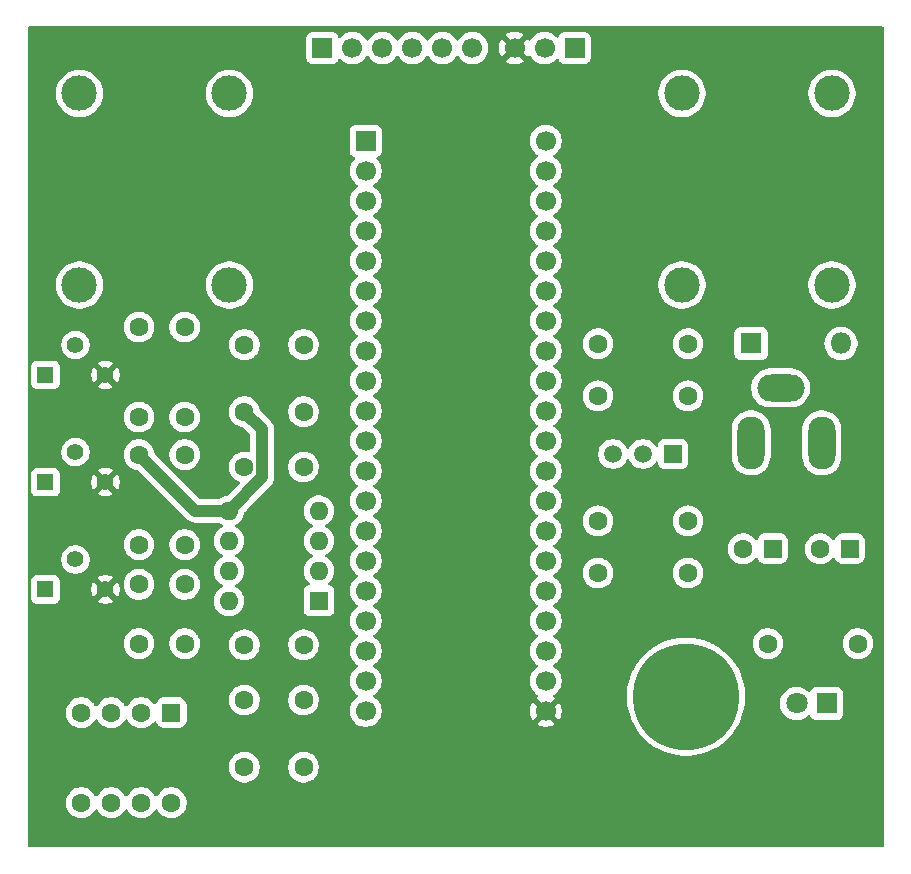
<source format=gbr>
%TF.GenerationSoftware,KiCad,Pcbnew,9.0.6*%
%TF.CreationDate,2025-11-23T18:55:42-06:00*%
%TF.ProjectId,wah,7761682e-6b69-4636-9164-5f7063625858,0.8*%
%TF.SameCoordinates,Original*%
%TF.FileFunction,Copper,L4,Bot*%
%TF.FilePolarity,Positive*%
%FSLAX46Y46*%
G04 Gerber Fmt 4.6, Leading zero omitted, Abs format (unit mm)*
G04 Created by KiCad (PCBNEW 9.0.6) date 2025-11-23 18:55:42*
%MOMM*%
%LPD*%
G01*
G04 APERTURE LIST*
G04 Aperture macros list*
%AMRoundRect*
0 Rectangle with rounded corners*
0 $1 Rounding radius*
0 $2 $3 $4 $5 $6 $7 $8 $9 X,Y pos of 4 corners*
0 Add a 4 corners polygon primitive as box body*
4,1,4,$2,$3,$4,$5,$6,$7,$8,$9,$2,$3,0*
0 Add four circle primitives for the rounded corners*
1,1,$1+$1,$2,$3*
1,1,$1+$1,$4,$5*
1,1,$1+$1,$6,$7*
1,1,$1+$1,$8,$9*
0 Add four rect primitives between the rounded corners*
20,1,$1+$1,$2,$3,$4,$5,0*
20,1,$1+$1,$4,$5,$6,$7,0*
20,1,$1+$1,$6,$7,$8,$9,0*
20,1,$1+$1,$8,$9,$2,$3,0*%
G04 Aperture macros list end*
%TA.AperFunction,ComponentPad*%
%ADD10R,1.800000X1.800000*%
%TD*%
%TA.AperFunction,ComponentPad*%
%ADD11O,1.800000X1.800000*%
%TD*%
%TA.AperFunction,ComponentPad*%
%ADD12C,1.600000*%
%TD*%
%TA.AperFunction,ComponentPad*%
%ADD13R,1.400000X1.400000*%
%TD*%
%TA.AperFunction,ComponentPad*%
%ADD14C,1.400000*%
%TD*%
%TA.AperFunction,ComponentPad*%
%ADD15RoundRect,0.250000X0.550000X0.550000X-0.550000X0.550000X-0.550000X-0.550000X0.550000X-0.550000X0*%
%TD*%
%TA.AperFunction,ComponentPad*%
%ADD16R,1.500000X1.500000*%
%TD*%
%TA.AperFunction,ComponentPad*%
%ADD17C,1.500000*%
%TD*%
%TA.AperFunction,ComponentPad*%
%ADD18C,3.000000*%
%TD*%
%TA.AperFunction,ComponentPad*%
%ADD19O,2.300000X4.500000*%
%TD*%
%TA.AperFunction,ComponentPad*%
%ADD20O,4.000000X2.300000*%
%TD*%
%TA.AperFunction,ComponentPad*%
%ADD21RoundRect,0.250000X-0.550000X0.550000X-0.550000X-0.550000X0.550000X-0.550000X0.550000X0.550000X0*%
%TD*%
%TA.AperFunction,ComponentPad*%
%ADD22R,1.700000X1.700000*%
%TD*%
%TA.AperFunction,ComponentPad*%
%ADD23C,1.700000*%
%TD*%
%TA.AperFunction,ComponentPad*%
%ADD24R,1.600000X1.600000*%
%TD*%
%TA.AperFunction,ComponentPad*%
%ADD25O,1.600000X1.600000*%
%TD*%
%TA.AperFunction,ComponentPad*%
%ADD26C,1.800000*%
%TD*%
%TA.AperFunction,ComponentPad*%
%ADD27C,9.000000*%
%TD*%
%TA.AperFunction,Conductor*%
%ADD28C,1.000000*%
%TD*%
G04 APERTURE END LIST*
D10*
%TO.P,D1,1,K*%
%TO.N,+9V*%
X103970000Y-60245000D03*
D11*
%TO.P,D1,2,A*%
%TO.N,Net-(D1-A)*%
X111590000Y-60245000D03*
%TD*%
D12*
%TO.P,C9,1*%
%TO.N,/AUDIO_OUT*%
X61080000Y-96125000D03*
%TO.P,C9,2*%
%TO.N,Net-(C9-Pad2)*%
X66080000Y-96125000D03*
%TD*%
D13*
%TO.P,RV2,1,1*%
%TO.N,GND*%
X44230000Y-71995000D03*
D14*
%TO.P,RV2,2,2*%
%TO.N,/POT2*%
X46770000Y-69455000D03*
%TO.P,RV2,3,3*%
%TO.N,VDD*%
X49310000Y-71995000D03*
%TD*%
D12*
%TO.P,C5,1*%
%TO.N,Net-(C5-Pad1)*%
X61080000Y-60345000D03*
%TO.P,C5,2*%
%TO.N,/AUDIO_IN*%
X66080000Y-60345000D03*
%TD*%
D15*
%TO.P,C7,1*%
%TO.N,/VREF*%
X112330000Y-77625000D03*
D12*
%TO.P,C7,2*%
%TO.N,GND*%
X109830000Y-77625000D03*
%TD*%
%TO.P,R6,1*%
%TO.N,GND*%
X91020000Y-60265000D03*
%TO.P,R6,2*%
%TO.N,/VREF*%
X98640000Y-60265000D03*
%TD*%
D16*
%TO.P,U2,1,VO*%
%TO.N,Net-(U1C-V+)*%
X97370000Y-69615000D03*
D17*
%TO.P,U2,2,GND*%
%TO.N,GND*%
X94830000Y-69615000D03*
%TO.P,U2,3,VI*%
%TO.N,+9V*%
X92290000Y-69615000D03*
%TD*%
D18*
%TO.P,J3,S*%
%TO.N,GND*%
X110820000Y-39070000D03*
%TO.P,J3,SN*%
%TO.N,N/C*%
X110820000Y-55300000D03*
%TO.P,J3,T*%
%TO.N,/J_OUT*%
X98120000Y-39070000D03*
%TO.P,J3,TN*%
%TO.N,N/C*%
X98120000Y-55300000D03*
%TD*%
D12*
%TO.P,R2,1*%
%TO.N,/VREF*%
X52150000Y-77275000D03*
%TO.P,R2,2*%
%TO.N,Net-(U1B-+)*%
X52150000Y-69655000D03*
%TD*%
D19*
%TO.P,J1,1*%
%TO.N,GND*%
X103970000Y-68665000D03*
%TO.P,J1,2*%
%TO.N,Net-(D1-A)*%
X109970000Y-68665000D03*
D20*
%TO.P,J1,3*%
%TO.N,unconnected-(J1-Pad3)*%
X106470000Y-64015000D03*
%TD*%
D13*
%TO.P,RV1,1,1*%
%TO.N,GND*%
X44230000Y-81075000D03*
D14*
%TO.P,RV1,2,2*%
%TO.N,/POT1*%
X46770000Y-78535000D03*
%TO.P,RV1,3,3*%
%TO.N,VDD*%
X49310000Y-81075000D03*
%TD*%
D12*
%TO.P,C6,1*%
%TO.N,Net-(U1C-V+)*%
X56020000Y-80655000D03*
%TO.P,C6,2*%
%TO.N,GND*%
X56020000Y-85655000D03*
%TD*%
%TO.P,R7,1*%
%TO.N,Net-(C9-Pad2)*%
X98640000Y-75265000D03*
%TO.P,R7,2*%
%TO.N,Net-(U1A-+)*%
X91020000Y-75265000D03*
%TD*%
%TO.P,R1,1*%
%TO.N,/FX_IN*%
X56020000Y-77275000D03*
%TO.P,R1,2*%
%TO.N,Net-(C1-Pad1)*%
X56020000Y-69655000D03*
%TD*%
%TO.P,R5,1*%
%TO.N,Net-(U1C-V+)*%
X98640000Y-64685000D03*
%TO.P,R5,2*%
%TO.N,/VREF*%
X91020000Y-64685000D03*
%TD*%
D21*
%TO.P,SW1,1*%
%TO.N,/SW1*%
X54890000Y-91505000D03*
D12*
%TO.P,SW1,2*%
%TO.N,/SW2*%
X52350000Y-91505000D03*
%TO.P,SW1,3*%
%TO.N,/SW3*%
X49810000Y-91505000D03*
%TO.P,SW1,4*%
%TO.N,/SW4*%
X47270000Y-91505000D03*
%TO.P,SW1,5*%
%TO.N,GND*%
X47270000Y-99125000D03*
%TO.P,SW1,6*%
X49810000Y-99125000D03*
%TO.P,SW1,7*%
X52350000Y-99125000D03*
%TO.P,SW1,8*%
X54890000Y-99125000D03*
%TD*%
D22*
%TO.P,J4,1,Pin_1*%
%TO.N,+9V*%
X67680000Y-35234999D03*
D23*
%TO.P,J4,2,Pin_2*%
%TO.N,/J_IN*%
X70220000Y-35234999D03*
%TO.P,J4,3,Pin_3*%
%TO.N,/J_OUT*%
X72760000Y-35234999D03*
%TO.P,J4,4,Pin_4*%
%TO.N,/FX_IN*%
X75300000Y-35234999D03*
%TO.P,J4,5,Pin_5*%
%TO.N,/FX_OUT*%
X77840000Y-35234999D03*
%TO.P,J4,6,Pin_6*%
%TO.N,/LED*%
X80380000Y-35234999D03*
%TD*%
D12*
%TO.P,R8,1*%
%TO.N,/LED*%
X105400000Y-85655000D03*
%TO.P,R8,2*%
%TO.N,Net-(D2-A)*%
X113020000Y-85655000D03*
%TD*%
D22*
%TO.P,J5,1,Pin_1*%
%TO.N,GND*%
X89030000Y-35234999D03*
D23*
%TO.P,J5,2,Pin_2*%
%TO.N,/WAH_POT*%
X86490000Y-35234999D03*
%TO.P,J5,3,Pin_3*%
%TO.N,VDD*%
X83950000Y-35234999D03*
%TD*%
D18*
%TO.P,J2,S*%
%TO.N,GND*%
X47110000Y-55300000D03*
%TO.P,J2,SN*%
%TO.N,N/C*%
X47110000Y-39070000D03*
%TO.P,J2,T*%
%TO.N,/J_IN*%
X59810000Y-55300000D03*
%TO.P,J2,TN*%
%TO.N,N/C*%
X59810000Y-39070000D03*
%TD*%
D12*
%TO.P,R3,1*%
%TO.N,Net-(U1B--)*%
X52150000Y-66475000D03*
%TO.P,R3,2*%
%TO.N,Net-(C5-Pad1)*%
X52150000Y-58855000D03*
%TD*%
%TO.P,C4,1*%
%TO.N,Net-(U1C-V+)*%
X52150000Y-80655000D03*
%TO.P,C4,2*%
%TO.N,GND*%
X52150000Y-85655000D03*
%TD*%
D15*
%TO.P,C3,1*%
%TO.N,+9V*%
X105790000Y-77625000D03*
D12*
%TO.P,C3,2*%
%TO.N,GND*%
X103290000Y-77625000D03*
%TD*%
%TO.P,R9,1*%
%TO.N,/VREF*%
X98640000Y-79685000D03*
%TO.P,R9,2*%
%TO.N,Net-(U1A-+)*%
X91020000Y-79685000D03*
%TD*%
%TO.P,C1,1*%
%TO.N,Net-(C1-Pad1)*%
X61080000Y-70705000D03*
%TO.P,C1,2*%
%TO.N,GND*%
X66080000Y-70705000D03*
%TD*%
%TO.P,C2,1*%
%TO.N,Net-(C1-Pad1)*%
X66080000Y-66025000D03*
%TO.P,C2,2*%
%TO.N,Net-(U1B-+)*%
X61080000Y-66025000D03*
%TD*%
D24*
%TO.P,U1,1*%
%TO.N,/FX_OUT*%
X67380000Y-82035000D03*
D25*
%TO.P,U1,2,-*%
X67380000Y-79495000D03*
%TO.P,U1,3,+*%
%TO.N,Net-(U1A-+)*%
X67380000Y-76955000D03*
%TO.P,U1,4,V-*%
%TO.N,GND*%
X67380000Y-74415000D03*
%TO.P,U1,5,+*%
%TO.N,Net-(U1B-+)*%
X59760000Y-74415000D03*
%TO.P,U1,6,-*%
%TO.N,Net-(U1B--)*%
X59760000Y-76955000D03*
%TO.P,U1,7*%
X59760000Y-79495000D03*
%TO.P,U1,8,V+*%
%TO.N,Net-(U1C-V+)*%
X59760000Y-82035000D03*
%TD*%
D10*
%TO.P,D2,1,K*%
%TO.N,GND*%
X110370000Y-90725000D03*
D26*
%TO.P,D2,2,A*%
%TO.N,Net-(D2-A)*%
X107830000Y-90725000D03*
%TD*%
D12*
%TO.P,C8,1*%
%TO.N,/AUDIO_OUT*%
X66080000Y-85765000D03*
%TO.P,C8,2*%
%TO.N,GND*%
X61080000Y-85765000D03*
%TD*%
%TO.P,R4,1*%
%TO.N,/AUDIO_IN*%
X56020000Y-58855000D03*
%TO.P,R4,2*%
%TO.N,GND*%
X56020000Y-66475000D03*
%TD*%
D22*
%TO.P,A1,1,USB_ID*%
%TO.N,unconnected-(A1-USB_ID-Pad1)*%
X71350000Y-43095000D03*
D23*
%TO.P,A1,2,SD_DATA_3*%
%TO.N,unconnected-(A1-SD_DATA_3-Pad2)*%
X71350000Y-45635000D03*
%TO.P,A1,3,SD_DATA_2*%
%TO.N,unconnected-(A1-SD_DATA_2-Pad3)*%
X71350000Y-48175000D03*
%TO.P,A1,4,SD_DATA_1*%
%TO.N,unconnected-(A1-SD_DATA_1-Pad4)*%
X71350000Y-50715000D03*
%TO.P,A1,5,SD_DATA_0*%
%TO.N,unconnected-(A1-SD_DATA_0-Pad5)*%
X71350000Y-53255000D03*
%TO.P,A1,6,SD_CMD*%
%TO.N,unconnected-(A1-SD_CMD-Pad6)*%
X71350000Y-55795000D03*
%TO.P,A1,7,SD_CLK*%
%TO.N,unconnected-(A1-SD_CLK-Pad7)*%
X71350000Y-58335000D03*
%TO.P,A1,8,SPI1_CS*%
%TO.N,unconnected-(A1-SPI1_CS-Pad8)*%
X71350000Y-60875000D03*
%TO.P,A1,9,SPI1_SCK*%
%TO.N,unconnected-(A1-SPI1_SCK-Pad9)*%
X71350000Y-63415000D03*
%TO.P,A1,10,SPI1_POCI*%
%TO.N,unconnected-(A1-SPI1_POCI-Pad10)*%
X71350000Y-65955000D03*
%TO.P,A1,11,SPI1_PICO*%
%TO.N,unconnected-(A1-SPI1_PICO-Pad11)*%
X71350000Y-68495000D03*
%TO.P,A1,12,I2C1_SCL*%
%TO.N,unconnected-(A1-I2C1_SCL-Pad12)*%
X71350000Y-71035000D03*
%TO.P,A1,13,I2C1_SDA*%
%TO.N,unconnected-(A1-I2C1_SDA-Pad13)*%
X71350000Y-73575000D03*
%TO.P,A1,14,USART1_TX*%
%TO.N,unconnected-(A1-USART1_TX-Pad14)*%
X71350000Y-76115000D03*
%TO.P,A1,15,USART1_RX*%
%TO.N,unconnected-(A1-USART1_RX-Pad15)*%
X71350000Y-78655000D03*
%TO.P,A1,16,AUDIO_IN_1*%
%TO.N,/AUDIO_IN*%
X71350000Y-81195000D03*
%TO.P,A1,17,AUDIO_IN_2*%
%TO.N,unconnected-(A1-AUDIO_IN_2-Pad17)*%
X71350000Y-83735000D03*
%TO.P,A1,18,AUDIO_OUT_1*%
%TO.N,/AUDIO_OUT*%
X71350000Y-86275000D03*
%TO.P,A1,19,AUDIO_OUT_2*%
%TO.N,unconnected-(A1-AUDIO_OUT_2-Pad19)*%
X71350000Y-88815000D03*
%TO.P,A1,20,AGND*%
%TO.N,GND*%
X71350000Y-91355000D03*
%TO.P,A1,21,3V3_A*%
%TO.N,VDD*%
X86590000Y-91355000D03*
%TO.P,A1,22,ADC_0*%
%TO.N,/POT1*%
X86590000Y-88815000D03*
%TO.P,A1,23,ADC_1*%
%TO.N,/POT2*%
X86590000Y-86275000D03*
%TO.P,A1,24,ADC_2*%
%TO.N,/POT3*%
X86590000Y-83735000D03*
%TO.P,A1,25,ADC_3*%
%TO.N,unconnected-(A1-ADC_3-Pad25)*%
X86590000Y-81195000D03*
%TO.P,A1,26,ADC_4*%
%TO.N,/WAH_POT*%
X86590000Y-78655000D03*
%TO.P,A1,27,ADC_5*%
%TO.N,/SW1*%
X86590000Y-76115000D03*
%TO.P,A1,28,ADC_6*%
%TO.N,/SW2*%
X86590000Y-73575000D03*
%TO.P,A1,29,DAC_OUT2*%
%TO.N,/SW3*%
X86590000Y-71035000D03*
%TO.P,A1,30,DAC_OUT1*%
%TO.N,/SW4*%
X86590000Y-68495000D03*
%TO.P,A1,31,SAI2_MCLK*%
%TO.N,unconnected-(A1-SAI2_MCLK-Pad31)*%
X86590000Y-65955000D03*
%TO.P,A1,32,SAI2_SD_B*%
%TO.N,unconnected-(A1-SAI2_SD_B-Pad32)*%
X86590000Y-63415000D03*
%TO.P,A1,33,SAI2_SD_A*%
%TO.N,unconnected-(A1-SAI2_SD_A-Pad33)*%
X86590000Y-60875000D03*
%TO.P,A1,34,SAI2_FS*%
%TO.N,unconnected-(A1-SAI2_FS-Pad34)*%
X86590000Y-58335000D03*
%TO.P,A1,35,SAI2_SCK*%
%TO.N,unconnected-(A1-SAI2_SCK-Pad35)*%
X86590000Y-55795000D03*
%TO.P,A1,36,USB_D_-*%
%TO.N,unconnected-(A1-USB_D_--Pad36)*%
X86590000Y-53255000D03*
%TO.P,A1,37,USB_D_+*%
%TO.N,unconnected-(A1-USB_D_+-Pad37)*%
X86590000Y-50715000D03*
%TO.P,A1,38,3V3_D*%
%TO.N,unconnected-(A1-3V3_D-Pad38)*%
X86590000Y-48175000D03*
%TO.P,A1,39,VIN*%
%TO.N,+9V*%
X86590000Y-45635000D03*
%TO.P,A1,40,DGND*%
%TO.N,GND*%
X86590000Y-43095000D03*
%TD*%
D27*
%TO.P,H1,1,1*%
%TO.N,GND*%
X98470000Y-90155000D03*
%TD*%
D12*
%TO.P,C10,1*%
%TO.N,Net-(U1A-+)*%
X66080000Y-90445000D03*
%TO.P,C10,2*%
%TO.N,GND*%
X61080000Y-90445000D03*
%TD*%
D13*
%TO.P,RV3,1,1*%
%TO.N,GND*%
X44230000Y-62915000D03*
D14*
%TO.P,RV3,2,2*%
%TO.N,/POT3*%
X46770000Y-60375000D03*
%TO.P,RV3,3,3*%
%TO.N,VDD*%
X49310000Y-62915000D03*
%TD*%
D28*
%TO.N,Net-(U1B-+)*%
X62581000Y-71594000D02*
X59760000Y-74415000D01*
X52150000Y-69655000D02*
X56910000Y-74415000D01*
X61080000Y-66025000D02*
X62581000Y-67526000D01*
X56910000Y-74415000D02*
X59760000Y-74415000D01*
X62581000Y-67526000D02*
X62581000Y-71594000D01*
%TD*%
%TA.AperFunction,Conductor*%
%TO.N,VDD*%
G36*
X115162539Y-33425185D02*
G01*
X115208294Y-33477989D01*
X115219500Y-33529500D01*
X115219500Y-102780500D01*
X115199815Y-102847539D01*
X115147011Y-102893294D01*
X115095500Y-102904500D01*
X42844500Y-102904500D01*
X42777461Y-102884815D01*
X42731706Y-102832011D01*
X42720500Y-102780500D01*
X42720500Y-99022648D01*
X45969500Y-99022648D01*
X45969500Y-99227351D01*
X46001522Y-99429534D01*
X46064781Y-99624223D01*
X46157715Y-99806613D01*
X46278028Y-99972213D01*
X46422786Y-100116971D01*
X46577749Y-100229556D01*
X46588390Y-100237287D01*
X46704607Y-100296503D01*
X46770776Y-100330218D01*
X46770778Y-100330218D01*
X46770781Y-100330220D01*
X46875137Y-100364127D01*
X46965465Y-100393477D01*
X47066557Y-100409488D01*
X47167648Y-100425500D01*
X47167649Y-100425500D01*
X47372351Y-100425500D01*
X47372352Y-100425500D01*
X47574534Y-100393477D01*
X47769219Y-100330220D01*
X47951610Y-100237287D01*
X48044590Y-100169732D01*
X48117213Y-100116971D01*
X48117215Y-100116968D01*
X48117219Y-100116966D01*
X48261966Y-99972219D01*
X48261968Y-99972215D01*
X48261971Y-99972213D01*
X48382284Y-99806614D01*
X48382285Y-99806613D01*
X48382287Y-99806610D01*
X48429516Y-99713917D01*
X48477489Y-99663123D01*
X48545310Y-99646328D01*
X48611445Y-99668865D01*
X48650485Y-99713919D01*
X48697715Y-99806614D01*
X48818028Y-99972213D01*
X48962786Y-100116971D01*
X49117749Y-100229556D01*
X49128390Y-100237287D01*
X49244607Y-100296503D01*
X49310776Y-100330218D01*
X49310778Y-100330218D01*
X49310781Y-100330220D01*
X49415137Y-100364127D01*
X49505465Y-100393477D01*
X49606557Y-100409488D01*
X49707648Y-100425500D01*
X49707649Y-100425500D01*
X49912351Y-100425500D01*
X49912352Y-100425500D01*
X50114534Y-100393477D01*
X50309219Y-100330220D01*
X50491610Y-100237287D01*
X50584590Y-100169732D01*
X50657213Y-100116971D01*
X50657215Y-100116968D01*
X50657219Y-100116966D01*
X50801966Y-99972219D01*
X50801968Y-99972215D01*
X50801971Y-99972213D01*
X50922284Y-99806614D01*
X50922285Y-99806613D01*
X50922287Y-99806610D01*
X50969516Y-99713917D01*
X51017489Y-99663123D01*
X51085310Y-99646328D01*
X51151445Y-99668865D01*
X51190485Y-99713919D01*
X51237715Y-99806614D01*
X51358028Y-99972213D01*
X51502786Y-100116971D01*
X51657749Y-100229556D01*
X51668390Y-100237287D01*
X51784607Y-100296503D01*
X51850776Y-100330218D01*
X51850778Y-100330218D01*
X51850781Y-100330220D01*
X51955137Y-100364127D01*
X52045465Y-100393477D01*
X52146557Y-100409488D01*
X52247648Y-100425500D01*
X52247649Y-100425500D01*
X52452351Y-100425500D01*
X52452352Y-100425500D01*
X52654534Y-100393477D01*
X52849219Y-100330220D01*
X53031610Y-100237287D01*
X53124590Y-100169732D01*
X53197213Y-100116971D01*
X53197215Y-100116968D01*
X53197219Y-100116966D01*
X53341966Y-99972219D01*
X53341968Y-99972215D01*
X53341971Y-99972213D01*
X53462284Y-99806614D01*
X53462285Y-99806613D01*
X53462287Y-99806610D01*
X53509516Y-99713917D01*
X53557489Y-99663123D01*
X53625310Y-99646328D01*
X53691445Y-99668865D01*
X53730485Y-99713919D01*
X53777715Y-99806614D01*
X53898028Y-99972213D01*
X54042786Y-100116971D01*
X54197749Y-100229556D01*
X54208390Y-100237287D01*
X54324607Y-100296503D01*
X54390776Y-100330218D01*
X54390778Y-100330218D01*
X54390781Y-100330220D01*
X54495137Y-100364127D01*
X54585465Y-100393477D01*
X54686557Y-100409488D01*
X54787648Y-100425500D01*
X54787649Y-100425500D01*
X54992351Y-100425500D01*
X54992352Y-100425500D01*
X55194534Y-100393477D01*
X55389219Y-100330220D01*
X55571610Y-100237287D01*
X55664590Y-100169732D01*
X55737213Y-100116971D01*
X55737215Y-100116968D01*
X55737219Y-100116966D01*
X55881966Y-99972219D01*
X55881968Y-99972215D01*
X55881971Y-99972213D01*
X55934732Y-99899590D01*
X56002287Y-99806610D01*
X56095220Y-99624219D01*
X56158477Y-99429534D01*
X56190500Y-99227352D01*
X56190500Y-99022648D01*
X56158477Y-98820466D01*
X56095220Y-98625781D01*
X56095218Y-98625778D01*
X56095218Y-98625776D01*
X56049515Y-98536080D01*
X56002287Y-98443390D01*
X55994556Y-98432749D01*
X55881971Y-98277786D01*
X55737213Y-98133028D01*
X55571613Y-98012715D01*
X55571612Y-98012714D01*
X55571610Y-98012713D01*
X55514653Y-97983691D01*
X55389223Y-97919781D01*
X55194534Y-97856522D01*
X55019995Y-97828878D01*
X54992352Y-97824500D01*
X54787648Y-97824500D01*
X54763329Y-97828351D01*
X54585465Y-97856522D01*
X54390776Y-97919781D01*
X54208386Y-98012715D01*
X54042786Y-98133028D01*
X53898028Y-98277786D01*
X53777715Y-98443386D01*
X53730485Y-98536080D01*
X53682510Y-98586876D01*
X53614689Y-98603671D01*
X53548554Y-98581134D01*
X53509515Y-98536080D01*
X53508883Y-98534840D01*
X53462287Y-98443390D01*
X53454556Y-98432749D01*
X53341971Y-98277786D01*
X53197213Y-98133028D01*
X53031613Y-98012715D01*
X53031612Y-98012714D01*
X53031610Y-98012713D01*
X52974653Y-97983691D01*
X52849223Y-97919781D01*
X52654534Y-97856522D01*
X52479995Y-97828878D01*
X52452352Y-97824500D01*
X52247648Y-97824500D01*
X52223329Y-97828351D01*
X52045465Y-97856522D01*
X51850776Y-97919781D01*
X51668386Y-98012715D01*
X51502786Y-98133028D01*
X51358028Y-98277786D01*
X51237715Y-98443386D01*
X51190485Y-98536080D01*
X51142510Y-98586876D01*
X51074689Y-98603671D01*
X51008554Y-98581134D01*
X50969515Y-98536080D01*
X50968883Y-98534840D01*
X50922287Y-98443390D01*
X50914556Y-98432749D01*
X50801971Y-98277786D01*
X50657213Y-98133028D01*
X50491613Y-98012715D01*
X50491612Y-98012714D01*
X50491610Y-98012713D01*
X50434653Y-97983691D01*
X50309223Y-97919781D01*
X50114534Y-97856522D01*
X49939995Y-97828878D01*
X49912352Y-97824500D01*
X49707648Y-97824500D01*
X49683329Y-97828351D01*
X49505465Y-97856522D01*
X49310776Y-97919781D01*
X49128386Y-98012715D01*
X48962786Y-98133028D01*
X48818028Y-98277786D01*
X48697715Y-98443386D01*
X48650485Y-98536080D01*
X48602510Y-98586876D01*
X48534689Y-98603671D01*
X48468554Y-98581134D01*
X48429515Y-98536080D01*
X48428883Y-98534840D01*
X48382287Y-98443390D01*
X48374556Y-98432749D01*
X48261971Y-98277786D01*
X48117213Y-98133028D01*
X47951613Y-98012715D01*
X47951612Y-98012714D01*
X47951610Y-98012713D01*
X47894653Y-97983691D01*
X47769223Y-97919781D01*
X47574534Y-97856522D01*
X47399995Y-97828878D01*
X47372352Y-97824500D01*
X47167648Y-97824500D01*
X47143329Y-97828351D01*
X46965465Y-97856522D01*
X46770776Y-97919781D01*
X46588386Y-98012715D01*
X46422786Y-98133028D01*
X46278028Y-98277786D01*
X46157715Y-98443386D01*
X46064781Y-98625776D01*
X46001522Y-98820465D01*
X45969500Y-99022648D01*
X42720500Y-99022648D01*
X42720500Y-96022648D01*
X59779500Y-96022648D01*
X59779500Y-96227351D01*
X59811522Y-96429534D01*
X59874781Y-96624223D01*
X59967715Y-96806613D01*
X60088028Y-96972213D01*
X60232786Y-97116971D01*
X60387749Y-97229556D01*
X60398390Y-97237287D01*
X60514607Y-97296503D01*
X60580776Y-97330218D01*
X60580778Y-97330218D01*
X60580781Y-97330220D01*
X60685137Y-97364127D01*
X60775465Y-97393477D01*
X60876557Y-97409488D01*
X60977648Y-97425500D01*
X60977649Y-97425500D01*
X61182351Y-97425500D01*
X61182352Y-97425500D01*
X61384534Y-97393477D01*
X61579219Y-97330220D01*
X61761610Y-97237287D01*
X61854590Y-97169732D01*
X61927213Y-97116971D01*
X61927215Y-97116968D01*
X61927219Y-97116966D01*
X62071966Y-96972219D01*
X62071968Y-96972215D01*
X62071971Y-96972213D01*
X62124732Y-96899590D01*
X62192287Y-96806610D01*
X62285220Y-96624219D01*
X62348477Y-96429534D01*
X62380500Y-96227352D01*
X62380500Y-96022648D01*
X64779500Y-96022648D01*
X64779500Y-96227351D01*
X64811522Y-96429534D01*
X64874781Y-96624223D01*
X64967715Y-96806613D01*
X65088028Y-96972213D01*
X65232786Y-97116971D01*
X65387749Y-97229556D01*
X65398390Y-97237287D01*
X65514607Y-97296503D01*
X65580776Y-97330218D01*
X65580778Y-97330218D01*
X65580781Y-97330220D01*
X65685137Y-97364127D01*
X65775465Y-97393477D01*
X65876557Y-97409488D01*
X65977648Y-97425500D01*
X65977649Y-97425500D01*
X66182351Y-97425500D01*
X66182352Y-97425500D01*
X66384534Y-97393477D01*
X66579219Y-97330220D01*
X66761610Y-97237287D01*
X66854590Y-97169732D01*
X66927213Y-97116971D01*
X66927215Y-97116968D01*
X66927219Y-97116966D01*
X67071966Y-96972219D01*
X67071968Y-96972215D01*
X67071971Y-96972213D01*
X67124732Y-96899590D01*
X67192287Y-96806610D01*
X67285220Y-96624219D01*
X67348477Y-96429534D01*
X67380500Y-96227352D01*
X67380500Y-96022648D01*
X67348477Y-95820466D01*
X67285220Y-95625781D01*
X67285218Y-95625778D01*
X67285218Y-95625776D01*
X67251503Y-95559607D01*
X67192287Y-95443390D01*
X67184556Y-95432749D01*
X67071971Y-95277786D01*
X66927213Y-95133028D01*
X66761613Y-95012715D01*
X66761612Y-95012714D01*
X66761610Y-95012713D01*
X66704653Y-94983691D01*
X66579223Y-94919781D01*
X66384534Y-94856522D01*
X66209995Y-94828878D01*
X66182352Y-94824500D01*
X65977648Y-94824500D01*
X65953329Y-94828351D01*
X65775465Y-94856522D01*
X65580776Y-94919781D01*
X65398386Y-95012715D01*
X65232786Y-95133028D01*
X65088028Y-95277786D01*
X64967715Y-95443386D01*
X64874781Y-95625776D01*
X64811522Y-95820465D01*
X64779500Y-96022648D01*
X62380500Y-96022648D01*
X62348477Y-95820466D01*
X62285220Y-95625781D01*
X62285218Y-95625778D01*
X62285218Y-95625776D01*
X62251503Y-95559607D01*
X62192287Y-95443390D01*
X62184556Y-95432749D01*
X62071971Y-95277786D01*
X61927213Y-95133028D01*
X61761613Y-95012715D01*
X61761612Y-95012714D01*
X61761610Y-95012713D01*
X61704653Y-94983691D01*
X61579223Y-94919781D01*
X61384534Y-94856522D01*
X61209995Y-94828878D01*
X61182352Y-94824500D01*
X60977648Y-94824500D01*
X60953329Y-94828351D01*
X60775465Y-94856522D01*
X60580776Y-94919781D01*
X60398386Y-95012715D01*
X60232786Y-95133028D01*
X60088028Y-95277786D01*
X59967715Y-95443386D01*
X59874781Y-95625776D01*
X59811522Y-95820465D01*
X59779500Y-96022648D01*
X42720500Y-96022648D01*
X42720500Y-91402648D01*
X45969500Y-91402648D01*
X45969500Y-91607351D01*
X46001522Y-91809534D01*
X46064781Y-92004223D01*
X46157715Y-92186613D01*
X46278028Y-92352213D01*
X46422786Y-92496971D01*
X46573621Y-92606557D01*
X46588390Y-92617287D01*
X46695293Y-92671757D01*
X46770776Y-92710218D01*
X46770778Y-92710218D01*
X46770781Y-92710220D01*
X46861856Y-92739812D01*
X46965465Y-92773477D01*
X47066557Y-92789488D01*
X47167648Y-92805500D01*
X47167649Y-92805500D01*
X47372351Y-92805500D01*
X47372352Y-92805500D01*
X47574534Y-92773477D01*
X47769219Y-92710220D01*
X47951610Y-92617287D01*
X48080482Y-92523657D01*
X48117213Y-92496971D01*
X48117215Y-92496968D01*
X48117219Y-92496966D01*
X48261966Y-92352219D01*
X48261968Y-92352215D01*
X48261971Y-92352213D01*
X48382284Y-92186614D01*
X48382285Y-92186613D01*
X48382287Y-92186610D01*
X48429516Y-92093917D01*
X48477489Y-92043123D01*
X48545310Y-92026328D01*
X48611445Y-92048865D01*
X48650483Y-92093917D01*
X48666576Y-92125500D01*
X48697715Y-92186614D01*
X48818028Y-92352213D01*
X48962786Y-92496971D01*
X49113621Y-92606557D01*
X49128390Y-92617287D01*
X49235293Y-92671757D01*
X49310776Y-92710218D01*
X49310778Y-92710218D01*
X49310781Y-92710220D01*
X49401856Y-92739812D01*
X49505465Y-92773477D01*
X49606557Y-92789488D01*
X49707648Y-92805500D01*
X49707649Y-92805500D01*
X49912351Y-92805500D01*
X49912352Y-92805500D01*
X50114534Y-92773477D01*
X50309219Y-92710220D01*
X50491610Y-92617287D01*
X50620482Y-92523657D01*
X50657213Y-92496971D01*
X50657215Y-92496968D01*
X50657219Y-92496966D01*
X50801966Y-92352219D01*
X50801968Y-92352215D01*
X50801971Y-92352213D01*
X50922284Y-92186614D01*
X50922285Y-92186613D01*
X50922287Y-92186610D01*
X50969516Y-92093917D01*
X51017489Y-92043123D01*
X51085310Y-92026328D01*
X51151445Y-92048865D01*
X51190483Y-92093917D01*
X51206576Y-92125500D01*
X51237715Y-92186614D01*
X51358028Y-92352213D01*
X51502786Y-92496971D01*
X51653621Y-92606557D01*
X51668390Y-92617287D01*
X51775293Y-92671757D01*
X51850776Y-92710218D01*
X51850778Y-92710218D01*
X51850781Y-92710220D01*
X51941856Y-92739812D01*
X52045465Y-92773477D01*
X52146557Y-92789488D01*
X52247648Y-92805500D01*
X52247649Y-92805500D01*
X52452351Y-92805500D01*
X52452352Y-92805500D01*
X52654534Y-92773477D01*
X52849219Y-92710220D01*
X53031610Y-92617287D01*
X53160482Y-92523657D01*
X53197213Y-92496971D01*
X53197215Y-92496968D01*
X53197219Y-92496966D01*
X53341966Y-92352219D01*
X53410021Y-92258547D01*
X53465349Y-92215882D01*
X53534963Y-92209902D01*
X53596758Y-92242507D01*
X53628044Y-92292427D01*
X53647856Y-92352215D01*
X53655186Y-92374333D01*
X53655187Y-92374336D01*
X53661832Y-92385109D01*
X53747288Y-92523656D01*
X53871344Y-92647712D01*
X54020666Y-92739814D01*
X54187203Y-92794999D01*
X54289991Y-92805500D01*
X55490008Y-92805499D01*
X55592797Y-92794999D01*
X55759334Y-92739814D01*
X55908656Y-92647712D01*
X56032712Y-92523656D01*
X56124814Y-92374334D01*
X56179999Y-92207797D01*
X56190500Y-92105009D01*
X56190499Y-90904992D01*
X56183511Y-90836588D01*
X56179999Y-90802203D01*
X56179998Y-90802200D01*
X56162546Y-90749534D01*
X56124814Y-90635666D01*
X56032712Y-90486344D01*
X55908656Y-90362288D01*
X55876814Y-90342648D01*
X59779500Y-90342648D01*
X59779500Y-90547351D01*
X59811522Y-90749534D01*
X59874781Y-90944223D01*
X59967715Y-91126613D01*
X60088028Y-91292213D01*
X60232786Y-91436971D01*
X60373611Y-91539284D01*
X60398390Y-91557287D01*
X60496646Y-91607351D01*
X60580776Y-91650218D01*
X60580778Y-91650218D01*
X60580781Y-91650220D01*
X60650472Y-91672864D01*
X60775465Y-91713477D01*
X60876557Y-91729488D01*
X60977648Y-91745500D01*
X60977649Y-91745500D01*
X61182351Y-91745500D01*
X61182352Y-91745500D01*
X61384534Y-91713477D01*
X61579219Y-91650220D01*
X61761610Y-91557287D01*
X61893744Y-91461287D01*
X61927213Y-91436971D01*
X61927215Y-91436968D01*
X61927219Y-91436966D01*
X62071966Y-91292219D01*
X62071968Y-91292215D01*
X62071971Y-91292213D01*
X62138628Y-91200466D01*
X62192287Y-91126610D01*
X62285220Y-90944219D01*
X62348477Y-90749534D01*
X62380500Y-90547352D01*
X62380500Y-90342648D01*
X64779500Y-90342648D01*
X64779500Y-90547351D01*
X64811522Y-90749534D01*
X64874781Y-90944223D01*
X64967715Y-91126613D01*
X65088028Y-91292213D01*
X65232786Y-91436971D01*
X65373611Y-91539284D01*
X65398390Y-91557287D01*
X65496646Y-91607351D01*
X65580776Y-91650218D01*
X65580778Y-91650218D01*
X65580781Y-91650220D01*
X65650472Y-91672864D01*
X65775465Y-91713477D01*
X65876557Y-91729488D01*
X65977648Y-91745500D01*
X65977649Y-91745500D01*
X66182351Y-91745500D01*
X66182352Y-91745500D01*
X66384534Y-91713477D01*
X66579219Y-91650220D01*
X66761610Y-91557287D01*
X66893744Y-91461287D01*
X66927213Y-91436971D01*
X66927215Y-91436968D01*
X66927219Y-91436966D01*
X67071966Y-91292219D01*
X67071968Y-91292215D01*
X67071971Y-91292213D01*
X67138628Y-91200466D01*
X67192287Y-91126610D01*
X67285220Y-90944219D01*
X67348477Y-90749534D01*
X67380500Y-90547352D01*
X67380500Y-90342648D01*
X67357966Y-90200376D01*
X67348477Y-90140465D01*
X67310234Y-90022766D01*
X67285220Y-89945781D01*
X67285218Y-89945778D01*
X67285218Y-89945776D01*
X67233922Y-89845104D01*
X67192287Y-89763390D01*
X67158958Y-89717516D01*
X67071971Y-89597786D01*
X66927213Y-89453028D01*
X66761613Y-89332715D01*
X66761612Y-89332714D01*
X66761610Y-89332713D01*
X66704653Y-89303691D01*
X66579223Y-89239781D01*
X66384534Y-89176522D01*
X66209995Y-89148878D01*
X66182352Y-89144500D01*
X65977648Y-89144500D01*
X65953329Y-89148351D01*
X65775465Y-89176522D01*
X65580776Y-89239781D01*
X65398386Y-89332715D01*
X65232786Y-89453028D01*
X65088028Y-89597786D01*
X64967715Y-89763386D01*
X64874781Y-89945776D01*
X64811522Y-90140465D01*
X64779500Y-90342648D01*
X62380500Y-90342648D01*
X62357966Y-90200376D01*
X62348477Y-90140465D01*
X62310234Y-90022766D01*
X62285220Y-89945781D01*
X62285218Y-89945778D01*
X62285218Y-89945776D01*
X62233922Y-89845104D01*
X62192287Y-89763390D01*
X62158958Y-89717516D01*
X62071971Y-89597786D01*
X61927213Y-89453028D01*
X61761613Y-89332715D01*
X61761612Y-89332714D01*
X61761610Y-89332713D01*
X61704653Y-89303691D01*
X61579223Y-89239781D01*
X61384534Y-89176522D01*
X61209995Y-89148878D01*
X61182352Y-89144500D01*
X60977648Y-89144500D01*
X60953329Y-89148351D01*
X60775465Y-89176522D01*
X60580776Y-89239781D01*
X60398386Y-89332715D01*
X60232786Y-89453028D01*
X60088028Y-89597786D01*
X59967715Y-89763386D01*
X59874781Y-89945776D01*
X59811522Y-90140465D01*
X59779500Y-90342648D01*
X55876814Y-90342648D01*
X55759334Y-90270186D01*
X55592797Y-90215001D01*
X55592795Y-90215000D01*
X55490010Y-90204500D01*
X54289998Y-90204500D01*
X54289981Y-90204501D01*
X54187203Y-90215000D01*
X54187200Y-90215001D01*
X54020668Y-90270185D01*
X54020663Y-90270187D01*
X53871342Y-90362289D01*
X53747289Y-90486342D01*
X53655187Y-90635663D01*
X53655186Y-90635666D01*
X53628045Y-90717571D01*
X53588271Y-90775016D01*
X53523755Y-90801838D01*
X53454979Y-90789522D01*
X53410021Y-90751452D01*
X53341966Y-90657781D01*
X53197219Y-90513034D01*
X53197213Y-90513028D01*
X53031613Y-90392715D01*
X53031612Y-90392714D01*
X53031610Y-90392713D01*
X52971898Y-90362288D01*
X52849223Y-90299781D01*
X52654534Y-90236522D01*
X52479995Y-90208878D01*
X52452352Y-90204500D01*
X52247648Y-90204500D01*
X52223329Y-90208351D01*
X52045465Y-90236522D01*
X51850776Y-90299781D01*
X51668386Y-90392715D01*
X51502786Y-90513028D01*
X51358028Y-90657786D01*
X51237715Y-90823386D01*
X51190485Y-90916080D01*
X51142510Y-90966876D01*
X51074689Y-90983671D01*
X51008554Y-90961134D01*
X50969515Y-90916080D01*
X50963860Y-90904981D01*
X50922287Y-90823390D01*
X50845406Y-90717571D01*
X50801971Y-90657786D01*
X50657213Y-90513028D01*
X50491613Y-90392715D01*
X50491612Y-90392714D01*
X50491610Y-90392713D01*
X50431898Y-90362288D01*
X50309223Y-90299781D01*
X50114534Y-90236522D01*
X49939995Y-90208878D01*
X49912352Y-90204500D01*
X49707648Y-90204500D01*
X49683329Y-90208351D01*
X49505465Y-90236522D01*
X49310776Y-90299781D01*
X49128386Y-90392715D01*
X48962786Y-90513028D01*
X48818028Y-90657786D01*
X48697715Y-90823386D01*
X48650485Y-90916080D01*
X48602510Y-90966876D01*
X48534689Y-90983671D01*
X48468554Y-90961134D01*
X48429515Y-90916080D01*
X48423860Y-90904981D01*
X48382287Y-90823390D01*
X48305406Y-90717571D01*
X48261971Y-90657786D01*
X48117213Y-90513028D01*
X47951613Y-90392715D01*
X47951612Y-90392714D01*
X47951610Y-90392713D01*
X47891898Y-90362288D01*
X47769223Y-90299781D01*
X47574534Y-90236522D01*
X47399995Y-90208878D01*
X47372352Y-90204500D01*
X47167648Y-90204500D01*
X47143329Y-90208351D01*
X46965465Y-90236522D01*
X46770776Y-90299781D01*
X46588386Y-90392715D01*
X46422786Y-90513028D01*
X46278028Y-90657786D01*
X46157715Y-90823386D01*
X46064781Y-91005776D01*
X46001522Y-91200465D01*
X45969500Y-91402648D01*
X42720500Y-91402648D01*
X42720500Y-85552648D01*
X50849500Y-85552648D01*
X50849500Y-85757351D01*
X50881522Y-85959534D01*
X50944781Y-86154223D01*
X51037715Y-86336613D01*
X51158028Y-86502213D01*
X51302786Y-86646971D01*
X51454184Y-86756966D01*
X51468390Y-86767287D01*
X51584607Y-86826503D01*
X51650776Y-86860218D01*
X51650778Y-86860218D01*
X51650781Y-86860220D01*
X51703299Y-86877284D01*
X51845465Y-86923477D01*
X51946557Y-86939488D01*
X52047648Y-86955500D01*
X52047649Y-86955500D01*
X52252351Y-86955500D01*
X52252352Y-86955500D01*
X52454534Y-86923477D01*
X52649219Y-86860220D01*
X52831610Y-86767287D01*
X52924590Y-86699732D01*
X52997213Y-86646971D01*
X52997215Y-86646968D01*
X52997219Y-86646966D01*
X53141966Y-86502219D01*
X53141968Y-86502215D01*
X53141971Y-86502213D01*
X53194732Y-86429590D01*
X53262287Y-86336610D01*
X53355220Y-86154219D01*
X53418477Y-85959534D01*
X53450500Y-85757352D01*
X53450500Y-85552648D01*
X54719500Y-85552648D01*
X54719500Y-85757351D01*
X54751522Y-85959534D01*
X54814781Y-86154223D01*
X54907715Y-86336613D01*
X55028028Y-86502213D01*
X55172786Y-86646971D01*
X55324184Y-86756966D01*
X55338390Y-86767287D01*
X55454607Y-86826503D01*
X55520776Y-86860218D01*
X55520778Y-86860218D01*
X55520781Y-86860220D01*
X55573299Y-86877284D01*
X55715465Y-86923477D01*
X55816557Y-86939488D01*
X55917648Y-86955500D01*
X55917649Y-86955500D01*
X56122351Y-86955500D01*
X56122352Y-86955500D01*
X56324534Y-86923477D01*
X56519219Y-86860220D01*
X56701610Y-86767287D01*
X56794590Y-86699732D01*
X56867213Y-86646971D01*
X56867215Y-86646968D01*
X56867219Y-86646966D01*
X57011966Y-86502219D01*
X57011968Y-86502215D01*
X57011971Y-86502213D01*
X57064732Y-86429590D01*
X57132287Y-86336610D01*
X57225220Y-86154219D01*
X57288477Y-85959534D01*
X57320500Y-85757352D01*
X57320500Y-85662648D01*
X59779500Y-85662648D01*
X59779500Y-85867351D01*
X59811522Y-86069534D01*
X59874781Y-86264223D01*
X59967715Y-86446613D01*
X60088028Y-86612213D01*
X60232786Y-86756971D01*
X60374896Y-86860218D01*
X60398390Y-86877287D01*
X60489043Y-86923477D01*
X60580776Y-86970218D01*
X60580778Y-86970218D01*
X60580781Y-86970220D01*
X60685137Y-87004127D01*
X60775465Y-87033477D01*
X60876557Y-87049488D01*
X60977648Y-87065500D01*
X60977649Y-87065500D01*
X61182351Y-87065500D01*
X61182352Y-87065500D01*
X61384534Y-87033477D01*
X61579219Y-86970220D01*
X61761610Y-86877287D01*
X61877055Y-86793412D01*
X61927213Y-86756971D01*
X61927215Y-86756968D01*
X61927219Y-86756966D01*
X62071966Y-86612219D01*
X62071968Y-86612215D01*
X62071971Y-86612213D01*
X62179119Y-86464734D01*
X62192287Y-86446610D01*
X62285220Y-86264219D01*
X62348477Y-86069534D01*
X62380500Y-85867352D01*
X62380500Y-85662648D01*
X64779500Y-85662648D01*
X64779500Y-85867351D01*
X64811522Y-86069534D01*
X64874781Y-86264223D01*
X64967715Y-86446613D01*
X65088028Y-86612213D01*
X65232786Y-86756971D01*
X65374896Y-86860218D01*
X65398390Y-86877287D01*
X65489043Y-86923477D01*
X65580776Y-86970218D01*
X65580778Y-86970218D01*
X65580781Y-86970220D01*
X65685137Y-87004127D01*
X65775465Y-87033477D01*
X65876557Y-87049488D01*
X65977648Y-87065500D01*
X65977649Y-87065500D01*
X66182351Y-87065500D01*
X66182352Y-87065500D01*
X66384534Y-87033477D01*
X66579219Y-86970220D01*
X66761610Y-86877287D01*
X66877055Y-86793412D01*
X66927213Y-86756971D01*
X66927215Y-86756968D01*
X66927219Y-86756966D01*
X67071966Y-86612219D01*
X67071968Y-86612215D01*
X67071971Y-86612213D01*
X67179119Y-86464734D01*
X67192287Y-86446610D01*
X67285220Y-86264219D01*
X67348477Y-86069534D01*
X67380500Y-85867352D01*
X67380500Y-85662648D01*
X67365379Y-85567179D01*
X67348477Y-85460465D01*
X67312736Y-85350466D01*
X67285220Y-85265781D01*
X67285218Y-85265778D01*
X67285218Y-85265776D01*
X67229172Y-85155781D01*
X67192287Y-85083390D01*
X67180751Y-85067512D01*
X67071971Y-84917786D01*
X66927213Y-84773028D01*
X66761613Y-84652715D01*
X66761612Y-84652714D01*
X66761610Y-84652713D01*
X66687174Y-84614786D01*
X66579223Y-84559781D01*
X66384534Y-84496522D01*
X66209995Y-84468878D01*
X66182352Y-84464500D01*
X65977648Y-84464500D01*
X65953329Y-84468351D01*
X65775465Y-84496522D01*
X65580776Y-84559781D01*
X65398386Y-84652715D01*
X65232786Y-84773028D01*
X65088028Y-84917786D01*
X64967715Y-85083386D01*
X64874781Y-85265776D01*
X64811522Y-85460465D01*
X64779500Y-85662648D01*
X62380500Y-85662648D01*
X62365379Y-85567179D01*
X62348477Y-85460465D01*
X62312736Y-85350466D01*
X62285220Y-85265781D01*
X62285218Y-85265778D01*
X62285218Y-85265776D01*
X62229172Y-85155781D01*
X62192287Y-85083390D01*
X62180751Y-85067512D01*
X62071971Y-84917786D01*
X61927213Y-84773028D01*
X61761613Y-84652715D01*
X61761612Y-84652714D01*
X61761610Y-84652713D01*
X61687174Y-84614786D01*
X61579223Y-84559781D01*
X61384534Y-84496522D01*
X61209995Y-84468878D01*
X61182352Y-84464500D01*
X60977648Y-84464500D01*
X60953329Y-84468351D01*
X60775465Y-84496522D01*
X60580776Y-84559781D01*
X60398386Y-84652715D01*
X60232786Y-84773028D01*
X60088028Y-84917786D01*
X59967715Y-85083386D01*
X59874781Y-85265776D01*
X59811522Y-85460465D01*
X59779500Y-85662648D01*
X57320500Y-85662648D01*
X57320500Y-85552648D01*
X57288477Y-85350466D01*
X57225220Y-85155781D01*
X57225218Y-85155778D01*
X57225218Y-85155776D01*
X57184797Y-85076447D01*
X57132287Y-84973390D01*
X57091885Y-84917781D01*
X57011971Y-84807786D01*
X56867213Y-84663028D01*
X56701613Y-84542715D01*
X56701612Y-84542714D01*
X56701610Y-84542713D01*
X56644653Y-84513691D01*
X56519223Y-84449781D01*
X56324534Y-84386522D01*
X56149995Y-84358878D01*
X56122352Y-84354500D01*
X55917648Y-84354500D01*
X55893329Y-84358351D01*
X55715465Y-84386522D01*
X55520776Y-84449781D01*
X55338386Y-84542715D01*
X55172786Y-84663028D01*
X55028028Y-84807786D01*
X54907715Y-84973386D01*
X54814781Y-85155776D01*
X54751522Y-85350465D01*
X54719500Y-85552648D01*
X53450500Y-85552648D01*
X53418477Y-85350466D01*
X53355220Y-85155781D01*
X53355218Y-85155778D01*
X53355218Y-85155776D01*
X53314797Y-85076447D01*
X53262287Y-84973390D01*
X53221885Y-84917781D01*
X53141971Y-84807786D01*
X52997213Y-84663028D01*
X52831613Y-84542715D01*
X52831612Y-84542714D01*
X52831610Y-84542713D01*
X52774653Y-84513691D01*
X52649223Y-84449781D01*
X52454534Y-84386522D01*
X52279995Y-84358878D01*
X52252352Y-84354500D01*
X52047648Y-84354500D01*
X52023329Y-84358351D01*
X51845465Y-84386522D01*
X51650776Y-84449781D01*
X51468386Y-84542715D01*
X51302786Y-84663028D01*
X51158028Y-84807786D01*
X51037715Y-84973386D01*
X50944781Y-85155776D01*
X50881522Y-85350465D01*
X50849500Y-85552648D01*
X42720500Y-85552648D01*
X42720500Y-80327135D01*
X43029500Y-80327135D01*
X43029500Y-81822870D01*
X43029501Y-81822876D01*
X43035908Y-81882483D01*
X43086202Y-82017328D01*
X43086206Y-82017335D01*
X43172452Y-82132544D01*
X43172455Y-82132547D01*
X43287664Y-82218793D01*
X43287671Y-82218797D01*
X43422517Y-82269091D01*
X43422516Y-82269091D01*
X43429444Y-82269835D01*
X43482127Y-82275500D01*
X44977872Y-82275499D01*
X45037483Y-82269091D01*
X45172331Y-82218796D01*
X45287546Y-82132546D01*
X45324724Y-82082882D01*
X48655669Y-82082882D01*
X48655670Y-82082883D01*
X48681059Y-82101329D01*
X48849362Y-82187085D01*
X49028997Y-82245451D01*
X49215553Y-82275000D01*
X49404447Y-82275000D01*
X49591002Y-82245451D01*
X49770637Y-82187085D01*
X49938937Y-82101331D01*
X49964328Y-82082883D01*
X49964328Y-82082882D01*
X49310001Y-81428554D01*
X49310000Y-81428554D01*
X48655669Y-82082882D01*
X45324724Y-82082882D01*
X45373796Y-82017331D01*
X45396858Y-81955500D01*
X45424091Y-81882482D01*
X45430500Y-81822873D01*
X45430499Y-80980552D01*
X48110000Y-80980552D01*
X48110000Y-81169447D01*
X48139548Y-81356002D01*
X48197914Y-81535637D01*
X48283666Y-81703933D01*
X48302116Y-81729328D01*
X48956446Y-81075000D01*
X48956446Y-81074999D01*
X48910369Y-81028922D01*
X48960000Y-81028922D01*
X48960000Y-81121078D01*
X48983852Y-81210095D01*
X49029930Y-81289905D01*
X49095095Y-81355070D01*
X49174905Y-81401148D01*
X49263922Y-81425000D01*
X49356078Y-81425000D01*
X49445095Y-81401148D01*
X49524905Y-81355070D01*
X49590070Y-81289905D01*
X49636148Y-81210095D01*
X49660000Y-81121078D01*
X49660000Y-81074999D01*
X49663554Y-81074999D01*
X49663554Y-81075000D01*
X50317882Y-81729328D01*
X50317883Y-81729328D01*
X50336331Y-81703937D01*
X50422085Y-81535637D01*
X50480451Y-81356002D01*
X50510000Y-81169447D01*
X50510000Y-80980552D01*
X50480451Y-80793997D01*
X50422085Y-80614362D01*
X50416841Y-80604069D01*
X50390640Y-80552648D01*
X50849500Y-80552648D01*
X50849500Y-80757351D01*
X50881522Y-80959534D01*
X50944781Y-81154223D01*
X50961883Y-81187786D01*
X51019714Y-81301286D01*
X51037715Y-81336613D01*
X51158028Y-81502213D01*
X51302786Y-81646971D01*
X51457749Y-81759556D01*
X51468390Y-81767287D01*
X51577503Y-81822883D01*
X51650776Y-81860218D01*
X51650778Y-81860218D01*
X51650781Y-81860220D01*
X51755137Y-81894127D01*
X51845465Y-81923477D01*
X51903368Y-81932648D01*
X52047648Y-81955500D01*
X52047649Y-81955500D01*
X52252351Y-81955500D01*
X52252352Y-81955500D01*
X52454534Y-81923477D01*
X52649219Y-81860220D01*
X52831610Y-81767287D01*
X52924590Y-81699732D01*
X52997213Y-81646971D01*
X52997215Y-81646968D01*
X52997219Y-81646966D01*
X53141966Y-81502219D01*
X53141968Y-81502215D01*
X53141971Y-81502213D01*
X53215398Y-81401148D01*
X53262287Y-81336610D01*
X53355220Y-81154219D01*
X53418477Y-80959534D01*
X53450500Y-80757352D01*
X53450500Y-80552648D01*
X54719500Y-80552648D01*
X54719500Y-80757351D01*
X54751522Y-80959534D01*
X54814781Y-81154223D01*
X54831883Y-81187786D01*
X54889714Y-81301286D01*
X54907715Y-81336613D01*
X55028028Y-81502213D01*
X55172786Y-81646971D01*
X55327749Y-81759556D01*
X55338390Y-81767287D01*
X55447503Y-81822883D01*
X55520776Y-81860218D01*
X55520778Y-81860218D01*
X55520781Y-81860220D01*
X55625137Y-81894127D01*
X55715465Y-81923477D01*
X55773368Y-81932648D01*
X55917648Y-81955500D01*
X55917649Y-81955500D01*
X56122351Y-81955500D01*
X56122352Y-81955500D01*
X56324534Y-81923477D01*
X56519219Y-81860220D01*
X56701610Y-81767287D01*
X56794590Y-81699732D01*
X56867213Y-81646971D01*
X56867215Y-81646968D01*
X56867219Y-81646966D01*
X57011966Y-81502219D01*
X57011968Y-81502215D01*
X57011971Y-81502213D01*
X57085398Y-81401148D01*
X57132287Y-81336610D01*
X57225220Y-81154219D01*
X57288477Y-80959534D01*
X57320500Y-80757352D01*
X57320500Y-80552648D01*
X57303618Y-80446059D01*
X57288477Y-80350465D01*
X57234460Y-80184219D01*
X57225220Y-80155781D01*
X57225218Y-80155778D01*
X57225218Y-80155776D01*
X57180043Y-80067116D01*
X57132287Y-79973390D01*
X57124556Y-79962749D01*
X57011971Y-79807786D01*
X56867213Y-79663028D01*
X56701613Y-79542715D01*
X56701612Y-79542714D01*
X56701610Y-79542713D01*
X56644653Y-79513691D01*
X56519223Y-79449781D01*
X56324534Y-79386522D01*
X56149995Y-79358878D01*
X56122352Y-79354500D01*
X55917648Y-79354500D01*
X55893329Y-79358351D01*
X55715465Y-79386522D01*
X55520776Y-79449781D01*
X55338386Y-79542715D01*
X55172786Y-79663028D01*
X55028028Y-79807786D01*
X54907715Y-79973386D01*
X54814781Y-80155776D01*
X54751522Y-80350465D01*
X54719500Y-80552648D01*
X53450500Y-80552648D01*
X53433618Y-80446059D01*
X53418477Y-80350465D01*
X53364460Y-80184219D01*
X53355220Y-80155781D01*
X53355218Y-80155778D01*
X53355218Y-80155776D01*
X53310043Y-80067116D01*
X53262287Y-79973390D01*
X53254556Y-79962749D01*
X53141971Y-79807786D01*
X52997213Y-79663028D01*
X52831613Y-79542715D01*
X52831612Y-79542714D01*
X52831610Y-79542713D01*
X52774653Y-79513691D01*
X52649223Y-79449781D01*
X52454534Y-79386522D01*
X52279995Y-79358878D01*
X52252352Y-79354500D01*
X52047648Y-79354500D01*
X52023329Y-79358351D01*
X51845465Y-79386522D01*
X51650776Y-79449781D01*
X51468386Y-79542715D01*
X51302786Y-79663028D01*
X51158028Y-79807786D01*
X51037715Y-79973386D01*
X50944781Y-80155776D01*
X50881522Y-80350465D01*
X50849500Y-80552648D01*
X50390640Y-80552648D01*
X50336329Y-80446059D01*
X50317883Y-80420670D01*
X50317882Y-80420669D01*
X49663554Y-81074999D01*
X49660000Y-81074999D01*
X49660000Y-81028922D01*
X49636148Y-80939905D01*
X49590070Y-80860095D01*
X49524905Y-80794930D01*
X49445095Y-80748852D01*
X49356078Y-80725000D01*
X49263922Y-80725000D01*
X49174905Y-80748852D01*
X49095095Y-80794930D01*
X49029930Y-80860095D01*
X48983852Y-80939905D01*
X48960000Y-81028922D01*
X48910369Y-81028922D01*
X48302116Y-80420669D01*
X48302116Y-80420670D01*
X48283669Y-80446060D01*
X48197914Y-80614362D01*
X48139548Y-80793997D01*
X48110000Y-80980552D01*
X45430499Y-80980552D01*
X45430499Y-80327128D01*
X45424091Y-80267517D01*
X45393024Y-80184223D01*
X45383135Y-80157708D01*
X45383134Y-80157706D01*
X45373798Y-80132673D01*
X45373793Y-80132664D01*
X45324723Y-80067116D01*
X48655669Y-80067116D01*
X49310000Y-80721446D01*
X49310001Y-80721446D01*
X49964328Y-80067116D01*
X49938933Y-80048666D01*
X49770637Y-79962914D01*
X49591002Y-79904548D01*
X49404447Y-79875000D01*
X49215553Y-79875000D01*
X49028997Y-79904548D01*
X48849362Y-79962914D01*
X48681060Y-80048669D01*
X48655670Y-80067116D01*
X48655669Y-80067116D01*
X45324723Y-80067116D01*
X45287547Y-80017455D01*
X45287544Y-80017452D01*
X45172335Y-79931206D01*
X45172328Y-79931202D01*
X45037482Y-79880908D01*
X45037483Y-79880908D01*
X44977883Y-79874501D01*
X44977881Y-79874500D01*
X44977873Y-79874500D01*
X44977864Y-79874500D01*
X43482129Y-79874500D01*
X43482123Y-79874501D01*
X43422516Y-79880908D01*
X43287671Y-79931202D01*
X43287664Y-79931206D01*
X43172455Y-80017452D01*
X43172452Y-80017455D01*
X43086206Y-80132664D01*
X43086202Y-80132671D01*
X43035908Y-80267517D01*
X43030781Y-80315208D01*
X43029501Y-80327123D01*
X43029500Y-80327135D01*
X42720500Y-80327135D01*
X42720500Y-78440513D01*
X45569500Y-78440513D01*
X45569500Y-78629486D01*
X45599059Y-78816118D01*
X45657454Y-78995836D01*
X45743240Y-79164199D01*
X45854310Y-79317073D01*
X45987927Y-79450690D01*
X46140801Y-79561760D01*
X46220347Y-79602290D01*
X46309163Y-79647545D01*
X46309165Y-79647545D01*
X46309168Y-79647547D01*
X46356832Y-79663034D01*
X46488881Y-79705940D01*
X46675514Y-79735500D01*
X46675519Y-79735500D01*
X46864486Y-79735500D01*
X47051118Y-79705940D01*
X47230832Y-79647547D01*
X47399199Y-79561760D01*
X47552073Y-79450690D01*
X47685690Y-79317073D01*
X47796760Y-79164199D01*
X47882547Y-78995832D01*
X47940940Y-78816118D01*
X47949624Y-78761287D01*
X47970500Y-78629486D01*
X47970500Y-78440513D01*
X47940940Y-78253881D01*
X47908342Y-78153555D01*
X47882547Y-78074168D01*
X47882545Y-78074165D01*
X47882545Y-78074163D01*
X47822648Y-77956610D01*
X47796760Y-77905801D01*
X47685690Y-77752927D01*
X47552073Y-77619310D01*
X47399199Y-77508240D01*
X47356100Y-77486280D01*
X47230836Y-77422454D01*
X47051118Y-77364059D01*
X46864486Y-77334500D01*
X46864481Y-77334500D01*
X46675519Y-77334500D01*
X46675514Y-77334500D01*
X46488881Y-77364059D01*
X46309163Y-77422454D01*
X46140800Y-77508240D01*
X46053579Y-77571610D01*
X45987927Y-77619310D01*
X45987925Y-77619312D01*
X45987924Y-77619312D01*
X45854312Y-77752924D01*
X45854312Y-77752925D01*
X45854310Y-77752927D01*
X45818497Y-77802219D01*
X45743240Y-77905800D01*
X45657454Y-78074163D01*
X45599059Y-78253881D01*
X45569500Y-78440513D01*
X42720500Y-78440513D01*
X42720500Y-77172648D01*
X50849500Y-77172648D01*
X50849500Y-77377351D01*
X50881522Y-77579534D01*
X50944781Y-77774223D01*
X51008691Y-77899653D01*
X51032910Y-77947184D01*
X51037715Y-77956613D01*
X51158028Y-78122213D01*
X51302786Y-78266971D01*
X51441448Y-78367713D01*
X51468390Y-78387287D01*
X51572852Y-78440513D01*
X51650776Y-78480218D01*
X51650778Y-78480218D01*
X51650781Y-78480220D01*
X51755137Y-78514127D01*
X51845465Y-78543477D01*
X51878524Y-78548713D01*
X52047648Y-78575500D01*
X52047649Y-78575500D01*
X52252351Y-78575500D01*
X52252352Y-78575500D01*
X52454534Y-78543477D01*
X52649219Y-78480220D01*
X52831610Y-78387287D01*
X52965818Y-78289780D01*
X52997213Y-78266971D01*
X52997215Y-78266968D01*
X52997219Y-78266966D01*
X53141966Y-78122219D01*
X53141968Y-78122215D01*
X53141971Y-78122213D01*
X53194732Y-78049590D01*
X53262287Y-77956610D01*
X53355220Y-77774219D01*
X53418477Y-77579534D01*
X53450500Y-77377352D01*
X53450500Y-77172648D01*
X54719500Y-77172648D01*
X54719500Y-77377351D01*
X54751522Y-77579534D01*
X54814781Y-77774223D01*
X54878691Y-77899653D01*
X54902910Y-77947184D01*
X54907715Y-77956613D01*
X55028028Y-78122213D01*
X55172786Y-78266971D01*
X55311448Y-78367713D01*
X55338390Y-78387287D01*
X55442852Y-78440513D01*
X55520776Y-78480218D01*
X55520778Y-78480218D01*
X55520781Y-78480220D01*
X55625137Y-78514127D01*
X55715465Y-78543477D01*
X55748524Y-78548713D01*
X55917648Y-78575500D01*
X55917649Y-78575500D01*
X56122351Y-78575500D01*
X56122352Y-78575500D01*
X56324534Y-78543477D01*
X56519219Y-78480220D01*
X56701610Y-78387287D01*
X56835818Y-78289780D01*
X56867213Y-78266971D01*
X56867215Y-78266968D01*
X56867219Y-78266966D01*
X57011966Y-78122219D01*
X57011968Y-78122215D01*
X57011971Y-78122213D01*
X57064732Y-78049590D01*
X57132287Y-77956610D01*
X57225220Y-77774219D01*
X57288477Y-77579534D01*
X57320500Y-77377352D01*
X57320500Y-77172648D01*
X57302239Y-77057352D01*
X57288477Y-76970465D01*
X57250196Y-76852648D01*
X57225220Y-76775781D01*
X57225218Y-76775778D01*
X57225218Y-76775776D01*
X57191503Y-76709607D01*
X57132287Y-76593390D01*
X57073674Y-76512715D01*
X57011971Y-76427786D01*
X56867213Y-76283028D01*
X56701613Y-76162715D01*
X56701612Y-76162714D01*
X56701610Y-76162713D01*
X56644653Y-76133691D01*
X56519223Y-76069781D01*
X56324534Y-76006522D01*
X56149995Y-75978878D01*
X56122352Y-75974500D01*
X55917648Y-75974500D01*
X55893329Y-75978351D01*
X55715465Y-76006522D01*
X55520776Y-76069781D01*
X55338386Y-76162715D01*
X55172786Y-76283028D01*
X55028028Y-76427786D01*
X54907715Y-76593386D01*
X54814781Y-76775776D01*
X54751522Y-76970465D01*
X54719500Y-77172648D01*
X53450500Y-77172648D01*
X53432239Y-77057352D01*
X53418477Y-76970465D01*
X53380196Y-76852648D01*
X53355220Y-76775781D01*
X53355218Y-76775778D01*
X53355218Y-76775776D01*
X53321503Y-76709607D01*
X53262287Y-76593390D01*
X53203674Y-76512715D01*
X53141971Y-76427786D01*
X52997213Y-76283028D01*
X52831613Y-76162715D01*
X52831612Y-76162714D01*
X52831610Y-76162713D01*
X52774653Y-76133691D01*
X52649223Y-76069781D01*
X52454534Y-76006522D01*
X52279995Y-75978878D01*
X52252352Y-75974500D01*
X52047648Y-75974500D01*
X52023329Y-75978351D01*
X51845465Y-76006522D01*
X51650776Y-76069781D01*
X51468386Y-76162715D01*
X51302786Y-76283028D01*
X51158028Y-76427786D01*
X51037715Y-76593386D01*
X50944781Y-76775776D01*
X50881522Y-76970465D01*
X50849500Y-77172648D01*
X42720500Y-77172648D01*
X42720500Y-71247135D01*
X43029500Y-71247135D01*
X43029500Y-72742870D01*
X43029501Y-72742876D01*
X43035908Y-72802483D01*
X43086202Y-72937328D01*
X43086206Y-72937335D01*
X43172452Y-73052544D01*
X43172455Y-73052547D01*
X43287664Y-73138793D01*
X43287671Y-73138797D01*
X43422517Y-73189091D01*
X43422516Y-73189091D01*
X43429444Y-73189835D01*
X43482127Y-73195500D01*
X44977872Y-73195499D01*
X45037483Y-73189091D01*
X45172331Y-73138796D01*
X45287546Y-73052546D01*
X45324724Y-73002882D01*
X48655669Y-73002882D01*
X48655670Y-73002883D01*
X48681059Y-73021329D01*
X48849362Y-73107085D01*
X49028997Y-73165451D01*
X49215553Y-73195000D01*
X49404447Y-73195000D01*
X49591002Y-73165451D01*
X49770637Y-73107085D01*
X49938937Y-73021331D01*
X49964328Y-73002883D01*
X49964328Y-73002882D01*
X49310001Y-72348554D01*
X49310000Y-72348554D01*
X48655669Y-73002882D01*
X45324724Y-73002882D01*
X45373796Y-72937331D01*
X45424091Y-72802483D01*
X45430500Y-72742873D01*
X45430499Y-71900552D01*
X48110000Y-71900552D01*
X48110000Y-72089447D01*
X48139548Y-72276002D01*
X48197914Y-72455637D01*
X48283666Y-72623933D01*
X48302116Y-72649328D01*
X48956446Y-71995000D01*
X48956446Y-71994999D01*
X48910369Y-71948922D01*
X48960000Y-71948922D01*
X48960000Y-72041078D01*
X48983852Y-72130095D01*
X49029930Y-72209905D01*
X49095095Y-72275070D01*
X49174905Y-72321148D01*
X49263922Y-72345000D01*
X49356078Y-72345000D01*
X49445095Y-72321148D01*
X49524905Y-72275070D01*
X49590070Y-72209905D01*
X49636148Y-72130095D01*
X49660000Y-72041078D01*
X49660000Y-71994999D01*
X49663554Y-71994999D01*
X49663554Y-71995000D01*
X50317882Y-72649328D01*
X50317883Y-72649328D01*
X50336331Y-72623937D01*
X50422085Y-72455637D01*
X50480451Y-72276002D01*
X50510000Y-72089447D01*
X50510000Y-71900552D01*
X50480451Y-71713997D01*
X50422085Y-71534362D01*
X50336329Y-71366059D01*
X50317883Y-71340670D01*
X50317882Y-71340669D01*
X49663554Y-71994999D01*
X49660000Y-71994999D01*
X49660000Y-71948922D01*
X49636148Y-71859905D01*
X49590070Y-71780095D01*
X49524905Y-71714930D01*
X49445095Y-71668852D01*
X49356078Y-71645000D01*
X49263922Y-71645000D01*
X49174905Y-71668852D01*
X49095095Y-71714930D01*
X49029930Y-71780095D01*
X48983852Y-71859905D01*
X48960000Y-71948922D01*
X48910369Y-71948922D01*
X48302116Y-71340669D01*
X48302116Y-71340670D01*
X48283669Y-71366060D01*
X48197914Y-71534362D01*
X48139548Y-71713997D01*
X48110000Y-71900552D01*
X45430499Y-71900552D01*
X45430499Y-71247128D01*
X45424091Y-71187517D01*
X45406848Y-71141287D01*
X45383135Y-71077708D01*
X45383134Y-71077706D01*
X45373798Y-71052673D01*
X45373793Y-71052664D01*
X45324723Y-70987116D01*
X48655669Y-70987116D01*
X49310000Y-71641446D01*
X49310001Y-71641446D01*
X49964328Y-70987116D01*
X49938933Y-70968666D01*
X49770637Y-70882914D01*
X49591002Y-70824548D01*
X49404447Y-70795000D01*
X49215553Y-70795000D01*
X49028997Y-70824548D01*
X48849362Y-70882914D01*
X48681060Y-70968669D01*
X48655670Y-70987116D01*
X48655669Y-70987116D01*
X45324723Y-70987116D01*
X45287547Y-70937455D01*
X45287544Y-70937452D01*
X45172335Y-70851206D01*
X45172328Y-70851202D01*
X45037482Y-70800908D01*
X45037483Y-70800908D01*
X44977883Y-70794501D01*
X44977881Y-70794500D01*
X44977873Y-70794500D01*
X44977864Y-70794500D01*
X43482129Y-70794500D01*
X43482123Y-70794501D01*
X43422516Y-70800908D01*
X43287671Y-70851202D01*
X43287664Y-70851206D01*
X43172455Y-70937452D01*
X43172452Y-70937455D01*
X43086206Y-71052664D01*
X43086202Y-71052671D01*
X43035908Y-71187517D01*
X43029501Y-71247116D01*
X43029501Y-71247123D01*
X43029500Y-71247135D01*
X42720500Y-71247135D01*
X42720500Y-69360513D01*
X45569500Y-69360513D01*
X45569500Y-69549486D01*
X45599059Y-69736118D01*
X45657454Y-69915836D01*
X45743240Y-70084199D01*
X45854310Y-70237073D01*
X45987927Y-70370690D01*
X46140801Y-70481760D01*
X46209149Y-70516585D01*
X46309163Y-70567545D01*
X46309165Y-70567545D01*
X46309168Y-70567547D01*
X46405497Y-70598846D01*
X46488881Y-70625940D01*
X46675514Y-70655500D01*
X46675519Y-70655500D01*
X46864486Y-70655500D01*
X47051118Y-70625940D01*
X47230832Y-70567547D01*
X47399199Y-70481760D01*
X47552073Y-70370690D01*
X47685690Y-70237073D01*
X47796760Y-70084199D01*
X47882547Y-69915832D01*
X47940940Y-69736118D01*
X47944535Y-69713422D01*
X47969999Y-69552648D01*
X50849500Y-69552648D01*
X50849500Y-69757351D01*
X50881522Y-69959534D01*
X50944781Y-70154223D01*
X50986997Y-70237075D01*
X51032910Y-70327184D01*
X51037715Y-70336613D01*
X51158028Y-70502213D01*
X51302786Y-70646971D01*
X51406810Y-70722547D01*
X51468390Y-70767287D01*
X51549856Y-70808796D01*
X51650776Y-70860218D01*
X51650778Y-70860218D01*
X51650781Y-70860220D01*
X51720626Y-70882914D01*
X51845465Y-70923477D01*
X51878525Y-70928713D01*
X51993513Y-70946925D01*
X52056648Y-70976854D01*
X52061797Y-70981717D01*
X56272215Y-75192137D01*
X56272219Y-75192140D01*
X56436079Y-75301628D01*
X56436085Y-75301631D01*
X56436086Y-75301632D01*
X56618165Y-75377052D01*
X56769623Y-75407179D01*
X56811455Y-75415500D01*
X56811458Y-75415501D01*
X56811460Y-75415501D01*
X57014655Y-75415501D01*
X57014675Y-75415500D01*
X58884238Y-75415500D01*
X58951277Y-75435185D01*
X58957119Y-75439179D01*
X59078390Y-75527287D01*
X59161304Y-75569534D01*
X59171080Y-75574515D01*
X59221876Y-75622490D01*
X59238671Y-75690311D01*
X59216134Y-75756446D01*
X59171080Y-75795485D01*
X59078386Y-75842715D01*
X58912786Y-75963028D01*
X58768028Y-76107786D01*
X58647715Y-76273386D01*
X58554781Y-76455776D01*
X58491522Y-76650465D01*
X58459500Y-76852648D01*
X58459500Y-77057351D01*
X58491522Y-77259534D01*
X58554781Y-77454223D01*
X58582305Y-77508240D01*
X58641744Y-77624896D01*
X58647715Y-77636613D01*
X58768028Y-77802213D01*
X58912786Y-77946971D01*
X59067749Y-78059556D01*
X59078390Y-78067287D01*
X59169840Y-78113883D01*
X59171080Y-78114515D01*
X59221876Y-78162490D01*
X59238671Y-78230311D01*
X59216134Y-78296446D01*
X59171080Y-78335485D01*
X59078386Y-78382715D01*
X58912786Y-78503028D01*
X58768028Y-78647786D01*
X58647715Y-78813386D01*
X58554781Y-78995776D01*
X58491522Y-79190465D01*
X58459500Y-79392648D01*
X58459500Y-79597351D01*
X58491522Y-79799534D01*
X58554781Y-79994223D01*
X58618691Y-80119653D01*
X58641744Y-80164896D01*
X58647715Y-80176613D01*
X58768028Y-80342213D01*
X58912786Y-80486971D01*
X59067749Y-80599556D01*
X59078390Y-80607287D01*
X59167732Y-80652809D01*
X59171080Y-80654515D01*
X59221876Y-80702490D01*
X59238671Y-80770311D01*
X59216134Y-80836446D01*
X59171080Y-80875485D01*
X59078386Y-80922715D01*
X58912786Y-81043028D01*
X58768028Y-81187786D01*
X58647715Y-81353386D01*
X58554781Y-81535776D01*
X58491522Y-81730465D01*
X58459500Y-81932648D01*
X58459500Y-82137351D01*
X58491522Y-82339534D01*
X58554781Y-82534223D01*
X58618691Y-82659653D01*
X58641744Y-82704896D01*
X58647715Y-82716613D01*
X58768028Y-82882213D01*
X58912786Y-83026971D01*
X59067749Y-83139556D01*
X59078390Y-83147287D01*
X59167212Y-83192544D01*
X59260776Y-83240218D01*
X59260778Y-83240218D01*
X59260781Y-83240220D01*
X59365137Y-83274127D01*
X59455465Y-83303477D01*
X59556557Y-83319488D01*
X59657648Y-83335500D01*
X59657649Y-83335500D01*
X59862351Y-83335500D01*
X59862352Y-83335500D01*
X60064534Y-83303477D01*
X60259219Y-83240220D01*
X60441610Y-83147287D01*
X60537901Y-83077328D01*
X60607213Y-83026971D01*
X60607215Y-83026968D01*
X60607219Y-83026966D01*
X60751966Y-82882219D01*
X60751968Y-82882215D01*
X60751971Y-82882213D01*
X60804732Y-82809590D01*
X60872287Y-82716610D01*
X60965220Y-82534219D01*
X61028477Y-82339534D01*
X61060500Y-82137352D01*
X61060500Y-81932648D01*
X61034309Y-81767287D01*
X61028477Y-81730465D01*
X60965218Y-81535776D01*
X60908774Y-81425000D01*
X60872287Y-81353390D01*
X60860096Y-81336610D01*
X60751971Y-81187786D01*
X60607213Y-81043028D01*
X60441614Y-80922715D01*
X60435006Y-80919348D01*
X60348917Y-80875483D01*
X60298123Y-80827511D01*
X60281328Y-80759690D01*
X60303865Y-80693555D01*
X60348917Y-80654516D01*
X60441610Y-80607287D01*
X60462770Y-80591913D01*
X60607213Y-80486971D01*
X60607215Y-80486968D01*
X60607219Y-80486966D01*
X60751966Y-80342219D01*
X60751968Y-80342215D01*
X60751971Y-80342213D01*
X60806240Y-80267516D01*
X60872287Y-80176610D01*
X60965220Y-79994219D01*
X61028477Y-79799534D01*
X61060500Y-79597352D01*
X61060500Y-79392648D01*
X61028477Y-79190466D01*
X61022936Y-79173414D01*
X60967691Y-79003386D01*
X60965220Y-78995781D01*
X60965218Y-78995778D01*
X60965218Y-78995776D01*
X60884717Y-78837786D01*
X60872287Y-78813390D01*
X60864556Y-78802749D01*
X60751971Y-78647786D01*
X60607213Y-78503028D01*
X60441614Y-78382715D01*
X60412171Y-78367713D01*
X60348917Y-78335483D01*
X60298123Y-78287511D01*
X60281328Y-78219690D01*
X60303865Y-78153555D01*
X60348917Y-78114516D01*
X60441610Y-78067287D01*
X60462770Y-78051913D01*
X60607213Y-77946971D01*
X60607215Y-77946968D01*
X60607219Y-77946966D01*
X60751966Y-77802219D01*
X60751968Y-77802215D01*
X60751971Y-77802213D01*
X60806360Y-77727351D01*
X60872287Y-77636610D01*
X60965220Y-77454219D01*
X61028477Y-77259534D01*
X61060500Y-77057352D01*
X61060500Y-76852648D01*
X61048325Y-76775781D01*
X61028477Y-76650465D01*
X60973833Y-76482289D01*
X60965220Y-76455781D01*
X60965218Y-76455778D01*
X60965218Y-76455776D01*
X60903679Y-76335001D01*
X60872287Y-76273390D01*
X60860354Y-76256966D01*
X60751971Y-76107786D01*
X60607213Y-75963028D01*
X60441614Y-75842715D01*
X60435006Y-75839348D01*
X60348917Y-75795483D01*
X60298123Y-75747511D01*
X60281328Y-75679690D01*
X60303865Y-75613555D01*
X60348917Y-75574516D01*
X60441610Y-75527287D01*
X60462770Y-75511913D01*
X60607213Y-75406971D01*
X60607215Y-75406968D01*
X60607219Y-75406966D01*
X60751966Y-75262219D01*
X60751968Y-75262215D01*
X60751971Y-75262213D01*
X60824308Y-75162648D01*
X60872287Y-75096610D01*
X60965220Y-74914219D01*
X61028477Y-74719534D01*
X61051925Y-74571483D01*
X61081854Y-74508350D01*
X61086699Y-74503219D01*
X61277270Y-74312648D01*
X66079500Y-74312648D01*
X66079500Y-74517351D01*
X66111522Y-74719534D01*
X66174781Y-74914223D01*
X66238691Y-75039653D01*
X66261744Y-75084896D01*
X66267715Y-75096613D01*
X66388028Y-75262213D01*
X66532786Y-75406971D01*
X66687749Y-75519556D01*
X66698390Y-75527287D01*
X66781304Y-75569534D01*
X66791080Y-75574515D01*
X66841876Y-75622490D01*
X66858671Y-75690311D01*
X66836134Y-75756446D01*
X66791080Y-75795485D01*
X66698386Y-75842715D01*
X66532786Y-75963028D01*
X66388028Y-76107786D01*
X66267715Y-76273386D01*
X66174781Y-76455776D01*
X66111522Y-76650465D01*
X66079500Y-76852648D01*
X66079500Y-77057351D01*
X66111522Y-77259534D01*
X66174781Y-77454223D01*
X66202305Y-77508240D01*
X66261744Y-77624896D01*
X66267715Y-77636613D01*
X66388028Y-77802213D01*
X66532786Y-77946971D01*
X66687749Y-78059556D01*
X66698390Y-78067287D01*
X66789840Y-78113883D01*
X66791080Y-78114515D01*
X66841876Y-78162490D01*
X66858671Y-78230311D01*
X66836134Y-78296446D01*
X66791080Y-78335485D01*
X66698386Y-78382715D01*
X66532786Y-78503028D01*
X66388028Y-78647786D01*
X66267715Y-78813386D01*
X66174781Y-78995776D01*
X66111522Y-79190465D01*
X66079500Y-79392648D01*
X66079500Y-79597351D01*
X66111522Y-79799534D01*
X66174781Y-79994223D01*
X66238691Y-80119653D01*
X66261744Y-80164896D01*
X66267715Y-80176613D01*
X66388028Y-80342213D01*
X66532784Y-80486969D01*
X66569068Y-80513330D01*
X66611735Y-80568659D01*
X66617715Y-80638273D01*
X66585109Y-80700068D01*
X66524271Y-80734426D01*
X66509440Y-80736938D01*
X66472519Y-80740907D01*
X66337671Y-80791202D01*
X66337664Y-80791206D01*
X66222455Y-80877452D01*
X66222452Y-80877455D01*
X66136206Y-80992664D01*
X66136202Y-80992671D01*
X66085908Y-81127517D01*
X66079501Y-81187116D01*
X66079501Y-81187123D01*
X66079500Y-81187135D01*
X66079500Y-82882870D01*
X66079501Y-82882876D01*
X66085908Y-82942483D01*
X66136202Y-83077328D01*
X66136206Y-83077335D01*
X66222452Y-83192544D01*
X66222455Y-83192547D01*
X66337664Y-83278793D01*
X66337671Y-83278797D01*
X66472517Y-83329091D01*
X66472516Y-83329091D01*
X66479444Y-83329835D01*
X66532127Y-83335500D01*
X68227872Y-83335499D01*
X68287483Y-83329091D01*
X68422331Y-83278796D01*
X68537546Y-83192546D01*
X68623796Y-83077331D01*
X68674091Y-82942483D01*
X68680500Y-82882873D01*
X68680499Y-81187128D01*
X68674091Y-81127517D01*
X68671689Y-81121078D01*
X68623797Y-80992671D01*
X68623793Y-80992664D01*
X68537547Y-80877455D01*
X68537544Y-80877452D01*
X68422335Y-80791206D01*
X68422328Y-80791202D01*
X68287482Y-80740908D01*
X68287483Y-80740908D01*
X68250560Y-80736939D01*
X68186009Y-80710201D01*
X68146160Y-80652809D01*
X68143667Y-80582984D01*
X68179319Y-80522895D01*
X68190930Y-80513331D01*
X68227219Y-80486966D01*
X68371966Y-80342219D01*
X68371968Y-80342215D01*
X68371971Y-80342213D01*
X68426240Y-80267516D01*
X68492287Y-80176610D01*
X68585220Y-79994219D01*
X68648477Y-79799534D01*
X68680500Y-79597352D01*
X68680500Y-79392648D01*
X68648477Y-79190466D01*
X68642936Y-79173414D01*
X68587691Y-79003386D01*
X68585220Y-78995781D01*
X68585218Y-78995778D01*
X68585218Y-78995776D01*
X68504717Y-78837786D01*
X68492287Y-78813390D01*
X68484556Y-78802749D01*
X68371971Y-78647786D01*
X68227213Y-78503028D01*
X68061614Y-78382715D01*
X68032171Y-78367713D01*
X67968917Y-78335483D01*
X67918123Y-78287511D01*
X67901328Y-78219690D01*
X67923865Y-78153555D01*
X67968917Y-78114516D01*
X68061610Y-78067287D01*
X68082770Y-78051913D01*
X68227213Y-77946971D01*
X68227215Y-77946968D01*
X68227219Y-77946966D01*
X68371966Y-77802219D01*
X68371968Y-77802215D01*
X68371971Y-77802213D01*
X68426360Y-77727351D01*
X68492287Y-77636610D01*
X68585220Y-77454219D01*
X68648477Y-77259534D01*
X68680500Y-77057352D01*
X68680500Y-76852648D01*
X68668325Y-76775781D01*
X68648477Y-76650465D01*
X68593833Y-76482289D01*
X68585220Y-76455781D01*
X68585218Y-76455778D01*
X68585218Y-76455776D01*
X68523679Y-76335001D01*
X68492287Y-76273390D01*
X68480354Y-76256966D01*
X68371971Y-76107786D01*
X68227213Y-75963028D01*
X68061614Y-75842715D01*
X68055006Y-75839348D01*
X67968917Y-75795483D01*
X67918123Y-75747511D01*
X67901328Y-75679690D01*
X67923865Y-75613555D01*
X67968917Y-75574516D01*
X68061610Y-75527287D01*
X68082770Y-75511913D01*
X68227213Y-75406971D01*
X68227215Y-75406968D01*
X68227219Y-75406966D01*
X68371966Y-75262219D01*
X68371968Y-75262215D01*
X68371971Y-75262213D01*
X68444308Y-75162648D01*
X68492287Y-75096610D01*
X68585220Y-74914219D01*
X68648477Y-74719534D01*
X68680500Y-74517352D01*
X68680500Y-74312648D01*
X68655169Y-74152715D01*
X68648477Y-74110465D01*
X68585218Y-73915776D01*
X68551503Y-73849607D01*
X68492287Y-73733390D01*
X68484556Y-73722749D01*
X68371971Y-73567786D01*
X68227213Y-73423028D01*
X68061613Y-73302715D01*
X68061612Y-73302714D01*
X68061610Y-73302713D01*
X67975342Y-73258757D01*
X67879223Y-73209781D01*
X67684534Y-73146522D01*
X67496690Y-73116771D01*
X67482352Y-73114500D01*
X67277648Y-73114500D01*
X67263310Y-73116771D01*
X67075465Y-73146522D01*
X66880776Y-73209781D01*
X66698386Y-73302715D01*
X66532786Y-73423028D01*
X66388028Y-73567786D01*
X66267715Y-73733386D01*
X66174781Y-73915776D01*
X66111522Y-74110465D01*
X66079500Y-74312648D01*
X61277270Y-74312648D01*
X63358139Y-72231782D01*
X63467631Y-72067915D01*
X63467632Y-72067914D01*
X63532531Y-71911233D01*
X63543051Y-71885836D01*
X63581500Y-71692541D01*
X63581500Y-71495460D01*
X63581500Y-70602648D01*
X64779500Y-70602648D01*
X64779500Y-70807351D01*
X64811522Y-71009534D01*
X64874781Y-71204223D01*
X64920821Y-71294579D01*
X64957242Y-71366060D01*
X64967715Y-71386613D01*
X65088028Y-71552213D01*
X65232786Y-71696971D01*
X65347199Y-71780095D01*
X65398390Y-71817287D01*
X65514607Y-71876503D01*
X65580776Y-71910218D01*
X65580778Y-71910218D01*
X65580781Y-71910220D01*
X65685137Y-71944127D01*
X65775465Y-71973477D01*
X65876557Y-71989488D01*
X65977648Y-72005500D01*
X65977649Y-72005500D01*
X66182351Y-72005500D01*
X66182352Y-72005500D01*
X66384534Y-71973477D01*
X66579219Y-71910220D01*
X66761610Y-71817287D01*
X66864111Y-71742816D01*
X66927213Y-71696971D01*
X66927215Y-71696968D01*
X66927219Y-71696966D01*
X67071966Y-71552219D01*
X67071968Y-71552215D01*
X67071971Y-71552213D01*
X67171297Y-71415500D01*
X67192287Y-71386610D01*
X67285220Y-71204219D01*
X67348477Y-71009534D01*
X67380500Y-70807352D01*
X67380500Y-70602648D01*
X67359884Y-70472483D01*
X67348477Y-70400465D01*
X67308159Y-70276380D01*
X67285220Y-70205781D01*
X67285218Y-70205778D01*
X67285218Y-70205776D01*
X67228156Y-70093787D01*
X67192287Y-70023390D01*
X67184556Y-70012749D01*
X67071971Y-69857786D01*
X66927213Y-69713028D01*
X66761613Y-69592715D01*
X66761612Y-69592714D01*
X66761610Y-69592713D01*
X66682978Y-69552648D01*
X66579223Y-69499781D01*
X66384534Y-69436522D01*
X66209995Y-69408878D01*
X66182352Y-69404500D01*
X65977648Y-69404500D01*
X65953329Y-69408351D01*
X65775465Y-69436522D01*
X65580776Y-69499781D01*
X65398386Y-69592715D01*
X65232786Y-69713028D01*
X65088028Y-69857786D01*
X64967715Y-70023386D01*
X64874781Y-70205776D01*
X64811522Y-70400465D01*
X64779500Y-70602648D01*
X63581500Y-70602648D01*
X63581500Y-67630675D01*
X63581501Y-67630654D01*
X63581501Y-67427457D01*
X63581500Y-67427455D01*
X63559514Y-67316925D01*
X63543052Y-67234165D01*
X63467632Y-67052086D01*
X63467631Y-67052085D01*
X63467628Y-67052079D01*
X63358140Y-66888219D01*
X63358137Y-66888215D01*
X62475377Y-66005457D01*
X62406717Y-65936797D01*
X62398991Y-65922648D01*
X64779500Y-65922648D01*
X64779500Y-66127351D01*
X64811522Y-66329534D01*
X64874781Y-66524223D01*
X64967715Y-66706613D01*
X65088028Y-66872213D01*
X65232786Y-67016971D01*
X65367045Y-67114514D01*
X65398390Y-67137287D01*
X65479287Y-67178506D01*
X65580776Y-67230218D01*
X65580778Y-67230218D01*
X65580781Y-67230220D01*
X65685137Y-67264127D01*
X65775465Y-67293477D01*
X65876557Y-67309488D01*
X65977648Y-67325500D01*
X65977649Y-67325500D01*
X66182351Y-67325500D01*
X66182352Y-67325500D01*
X66384534Y-67293477D01*
X66579219Y-67230220D01*
X66761610Y-67137287D01*
X66854590Y-67069732D01*
X66927213Y-67016971D01*
X66927215Y-67016968D01*
X66927219Y-67016966D01*
X67071966Y-66872219D01*
X67071968Y-66872215D01*
X67071971Y-66872213D01*
X67139305Y-66779534D01*
X67192287Y-66706610D01*
X67285220Y-66524219D01*
X67348477Y-66329534D01*
X67380500Y-66127352D01*
X67380500Y-65922648D01*
X67368790Y-65848713D01*
X67348477Y-65720465D01*
X67291327Y-65544577D01*
X67285220Y-65525781D01*
X67285218Y-65525778D01*
X67285218Y-65525776D01*
X67234700Y-65426631D01*
X67192287Y-65343390D01*
X67141824Y-65273933D01*
X67071971Y-65177786D01*
X66927213Y-65033028D01*
X66761613Y-64912715D01*
X66761612Y-64912714D01*
X66761610Y-64912713D01*
X66697507Y-64880051D01*
X66579223Y-64819781D01*
X66384534Y-64756522D01*
X66209995Y-64728878D01*
X66182352Y-64724500D01*
X65977648Y-64724500D01*
X65953329Y-64728351D01*
X65775465Y-64756522D01*
X65580776Y-64819781D01*
X65398386Y-64912715D01*
X65232786Y-65033028D01*
X65088028Y-65177786D01*
X64967715Y-65343386D01*
X64874781Y-65525776D01*
X64811522Y-65720465D01*
X64779500Y-65922648D01*
X62398991Y-65922648D01*
X62373232Y-65875474D01*
X62371925Y-65868513D01*
X62348477Y-65720466D01*
X62348477Y-65720465D01*
X62291327Y-65544577D01*
X62285220Y-65525781D01*
X62285218Y-65525778D01*
X62285218Y-65525776D01*
X62234700Y-65426631D01*
X62192287Y-65343390D01*
X62141824Y-65273933D01*
X62071971Y-65177786D01*
X61927213Y-65033028D01*
X61761613Y-64912715D01*
X61761612Y-64912714D01*
X61761610Y-64912713D01*
X61697507Y-64880051D01*
X61579223Y-64819781D01*
X61384534Y-64756522D01*
X61209995Y-64728878D01*
X61182352Y-64724500D01*
X60977648Y-64724500D01*
X60953329Y-64728351D01*
X60775465Y-64756522D01*
X60580776Y-64819781D01*
X60398386Y-64912715D01*
X60232786Y-65033028D01*
X60088028Y-65177786D01*
X59967715Y-65343386D01*
X59874781Y-65525776D01*
X59811522Y-65720465D01*
X59779500Y-65922648D01*
X59779500Y-66127351D01*
X59811522Y-66329534D01*
X59874781Y-66524223D01*
X59967715Y-66706613D01*
X60088028Y-66872213D01*
X60232786Y-67016971D01*
X60367045Y-67114514D01*
X60398390Y-67137287D01*
X60479287Y-67178506D01*
X60580776Y-67230218D01*
X60580778Y-67230218D01*
X60580781Y-67230220D01*
X60685137Y-67264127D01*
X60775465Y-67293477D01*
X60852966Y-67305751D01*
X60923513Y-67316925D01*
X60986648Y-67346854D01*
X60991797Y-67351717D01*
X61544181Y-67904101D01*
X61577666Y-67965424D01*
X61580500Y-67991782D01*
X61580500Y-69329524D01*
X61560815Y-69396563D01*
X61508011Y-69442318D01*
X61438853Y-69452262D01*
X61418183Y-69447455D01*
X61384542Y-69436524D01*
X61384535Y-69436523D01*
X61283443Y-69420511D01*
X61182352Y-69404500D01*
X60977648Y-69404500D01*
X60953329Y-69408351D01*
X60775465Y-69436522D01*
X60580776Y-69499781D01*
X60398386Y-69592715D01*
X60232786Y-69713028D01*
X60088028Y-69857786D01*
X59967715Y-70023386D01*
X59874781Y-70205776D01*
X59811522Y-70400465D01*
X59779500Y-70602648D01*
X59779500Y-70807351D01*
X59811522Y-71009534D01*
X59874781Y-71204223D01*
X59920821Y-71294579D01*
X59957242Y-71366060D01*
X59967715Y-71386613D01*
X60088028Y-71552213D01*
X60232786Y-71696971D01*
X60347199Y-71780095D01*
X60398390Y-71817287D01*
X60580781Y-71910220D01*
X60591428Y-71913679D01*
X60649100Y-71953117D01*
X60676298Y-72017476D01*
X60664383Y-72086322D01*
X60640787Y-72119290D01*
X59671797Y-73088281D01*
X59610474Y-73121766D01*
X59603515Y-73123073D01*
X59455468Y-73146522D01*
X59260778Y-73209781D01*
X59078386Y-73302715D01*
X58957123Y-73390818D01*
X58891317Y-73414298D01*
X58884238Y-73414500D01*
X57375783Y-73414500D01*
X57308744Y-73394815D01*
X57288102Y-73378181D01*
X55444283Y-71534362D01*
X53476716Y-69566796D01*
X53468991Y-69552648D01*
X54719500Y-69552648D01*
X54719500Y-69757351D01*
X54751522Y-69959534D01*
X54814781Y-70154223D01*
X54856997Y-70237075D01*
X54902910Y-70327184D01*
X54907715Y-70336613D01*
X55028028Y-70502213D01*
X55172786Y-70646971D01*
X55276810Y-70722547D01*
X55338390Y-70767287D01*
X55419856Y-70808796D01*
X55520776Y-70860218D01*
X55520778Y-70860218D01*
X55520781Y-70860220D01*
X55590626Y-70882914D01*
X55715465Y-70923477D01*
X55748524Y-70928713D01*
X55917648Y-70955500D01*
X55917649Y-70955500D01*
X56122351Y-70955500D01*
X56122352Y-70955500D01*
X56324534Y-70923477D01*
X56519219Y-70860220D01*
X56701610Y-70767287D01*
X56794590Y-70699732D01*
X56867213Y-70646971D01*
X56867215Y-70646968D01*
X56867219Y-70646966D01*
X57011966Y-70502219D01*
X57011968Y-70502215D01*
X57011971Y-70502213D01*
X57087269Y-70398572D01*
X57132287Y-70336610D01*
X57225220Y-70154219D01*
X57288477Y-69959534D01*
X57320500Y-69757352D01*
X57320500Y-69552648D01*
X57303025Y-69442318D01*
X57288477Y-69350465D01*
X57259127Y-69260137D01*
X57225220Y-69155781D01*
X57225218Y-69155778D01*
X57225218Y-69155776D01*
X57152679Y-69013412D01*
X57132287Y-68973390D01*
X57064968Y-68880732D01*
X57011971Y-68807786D01*
X56867213Y-68663028D01*
X56701613Y-68542715D01*
X56701612Y-68542714D01*
X56701610Y-68542713D01*
X56644653Y-68513691D01*
X56519223Y-68449781D01*
X56324534Y-68386522D01*
X56149995Y-68358878D01*
X56122352Y-68354500D01*
X55917648Y-68354500D01*
X55893329Y-68358351D01*
X55715465Y-68386522D01*
X55520776Y-68449781D01*
X55338386Y-68542715D01*
X55172786Y-68663028D01*
X55028028Y-68807786D01*
X54907715Y-68973386D01*
X54814781Y-69155776D01*
X54751522Y-69350465D01*
X54719500Y-69552648D01*
X53468991Y-69552648D01*
X53443232Y-69505474D01*
X53441925Y-69498513D01*
X53422329Y-69374790D01*
X53418477Y-69350466D01*
X53409284Y-69322174D01*
X53389127Y-69260137D01*
X53355220Y-69155781D01*
X53355218Y-69155778D01*
X53355218Y-69155776D01*
X53282679Y-69013412D01*
X53262287Y-68973390D01*
X53194968Y-68880732D01*
X53141971Y-68807786D01*
X52997213Y-68663028D01*
X52831613Y-68542715D01*
X52831612Y-68542714D01*
X52831610Y-68542713D01*
X52774653Y-68513691D01*
X52649223Y-68449781D01*
X52454534Y-68386522D01*
X52279995Y-68358878D01*
X52252352Y-68354500D01*
X52047648Y-68354500D01*
X52023329Y-68358351D01*
X51845465Y-68386522D01*
X51650776Y-68449781D01*
X51468386Y-68542715D01*
X51302786Y-68663028D01*
X51158028Y-68807786D01*
X51037715Y-68973386D01*
X50944781Y-69155776D01*
X50881522Y-69350465D01*
X50849500Y-69552648D01*
X47969999Y-69552648D01*
X47970500Y-69549486D01*
X47970500Y-69360513D01*
X47940940Y-69173881D01*
X47888800Y-69013414D01*
X47882547Y-68994168D01*
X47882545Y-68994165D01*
X47882545Y-68994163D01*
X47796759Y-68825800D01*
X47685690Y-68672927D01*
X47552073Y-68539310D01*
X47399199Y-68428240D01*
X47385386Y-68421202D01*
X47230836Y-68342454D01*
X47051118Y-68284059D01*
X46864486Y-68254500D01*
X46864481Y-68254500D01*
X46675519Y-68254500D01*
X46675514Y-68254500D01*
X46488881Y-68284059D01*
X46309163Y-68342454D01*
X46140800Y-68428240D01*
X46053579Y-68491610D01*
X45987927Y-68539310D01*
X45987925Y-68539312D01*
X45987924Y-68539312D01*
X45854312Y-68672924D01*
X45854312Y-68672925D01*
X45854310Y-68672927D01*
X45806610Y-68738579D01*
X45743240Y-68825800D01*
X45657454Y-68994163D01*
X45599059Y-69173881D01*
X45569500Y-69360513D01*
X42720500Y-69360513D01*
X42720500Y-66372648D01*
X50849500Y-66372648D01*
X50849500Y-66577351D01*
X50881522Y-66779534D01*
X50944781Y-66974223D01*
X50984455Y-67052086D01*
X51027867Y-67137287D01*
X51037715Y-67156613D01*
X51158028Y-67322213D01*
X51302786Y-67466971D01*
X51457749Y-67579556D01*
X51468390Y-67587287D01*
X51553544Y-67630675D01*
X51650776Y-67680218D01*
X51650778Y-67680218D01*
X51650781Y-67680220D01*
X51755137Y-67714127D01*
X51845465Y-67743477D01*
X51946557Y-67759488D01*
X52047648Y-67775500D01*
X52047649Y-67775500D01*
X52252351Y-67775500D01*
X52252352Y-67775500D01*
X52454534Y-67743477D01*
X52649219Y-67680220D01*
X52831610Y-67587287D01*
X52924590Y-67519732D01*
X52997213Y-67466971D01*
X52997215Y-67466968D01*
X52997219Y-67466966D01*
X53141966Y-67322219D01*
X53141968Y-67322215D01*
X53141971Y-67322213D01*
X53208740Y-67230312D01*
X53262287Y-67156610D01*
X53355220Y-66974219D01*
X53418477Y-66779534D01*
X53450500Y-66577352D01*
X53450500Y-66372648D01*
X54719500Y-66372648D01*
X54719500Y-66577351D01*
X54751522Y-66779534D01*
X54814781Y-66974223D01*
X54854455Y-67052086D01*
X54897867Y-67137287D01*
X54907715Y-67156613D01*
X55028028Y-67322213D01*
X55172786Y-67466971D01*
X55327749Y-67579556D01*
X55338390Y-67587287D01*
X55423544Y-67630675D01*
X55520776Y-67680218D01*
X55520778Y-67680218D01*
X55520781Y-67680220D01*
X55625137Y-67714127D01*
X55715465Y-67743477D01*
X55816557Y-67759488D01*
X55917648Y-67775500D01*
X55917649Y-67775500D01*
X56122351Y-67775500D01*
X56122352Y-67775500D01*
X56324534Y-67743477D01*
X56519219Y-67680220D01*
X56701610Y-67587287D01*
X56794590Y-67519732D01*
X56867213Y-67466971D01*
X56867215Y-67466968D01*
X56867219Y-67466966D01*
X57011966Y-67322219D01*
X57011968Y-67322215D01*
X57011971Y-67322213D01*
X57078740Y-67230312D01*
X57132287Y-67156610D01*
X57225220Y-66974219D01*
X57288477Y-66779534D01*
X57320500Y-66577352D01*
X57320500Y-66372648D01*
X57288477Y-66170466D01*
X57274468Y-66127352D01*
X57253002Y-66061286D01*
X57225220Y-65975781D01*
X57225218Y-65975778D01*
X57225218Y-65975776D01*
X57170564Y-65868513D01*
X57132287Y-65793390D01*
X57124556Y-65782749D01*
X57011971Y-65627786D01*
X56867213Y-65483028D01*
X56701613Y-65362715D01*
X56701612Y-65362714D01*
X56701610Y-65362713D01*
X56644653Y-65333691D01*
X56519223Y-65269781D01*
X56324534Y-65206522D01*
X56149995Y-65178878D01*
X56122352Y-65174500D01*
X55917648Y-65174500D01*
X55896933Y-65177781D01*
X55715465Y-65206522D01*
X55520776Y-65269781D01*
X55338386Y-65362715D01*
X55172786Y-65483028D01*
X55028028Y-65627786D01*
X54907715Y-65793386D01*
X54814781Y-65975776D01*
X54751522Y-66170465D01*
X54719500Y-66372648D01*
X53450500Y-66372648D01*
X53418477Y-66170466D01*
X53404468Y-66127352D01*
X53383002Y-66061286D01*
X53355220Y-65975781D01*
X53355218Y-65975778D01*
X53355218Y-65975776D01*
X53300564Y-65868513D01*
X53262287Y-65793390D01*
X53254556Y-65782749D01*
X53141971Y-65627786D01*
X52997213Y-65483028D01*
X52831613Y-65362715D01*
X52831612Y-65362714D01*
X52831610Y-65362713D01*
X52774653Y-65333691D01*
X52649223Y-65269781D01*
X52454534Y-65206522D01*
X52279995Y-65178878D01*
X52252352Y-65174500D01*
X52047648Y-65174500D01*
X52026933Y-65177781D01*
X51845465Y-65206522D01*
X51650776Y-65269781D01*
X51468386Y-65362715D01*
X51302786Y-65483028D01*
X51158028Y-65627786D01*
X51037715Y-65793386D01*
X50944781Y-65975776D01*
X50881522Y-66170465D01*
X50849500Y-66372648D01*
X42720500Y-66372648D01*
X42720500Y-62167135D01*
X43029500Y-62167135D01*
X43029500Y-63662870D01*
X43029501Y-63662876D01*
X43035908Y-63722483D01*
X43086202Y-63857328D01*
X43086206Y-63857335D01*
X43172452Y-63972544D01*
X43172455Y-63972547D01*
X43287664Y-64058793D01*
X43287671Y-64058797D01*
X43422517Y-64109091D01*
X43422516Y-64109091D01*
X43429444Y-64109835D01*
X43482127Y-64115500D01*
X44977872Y-64115499D01*
X45037483Y-64109091D01*
X45172331Y-64058796D01*
X45287546Y-63972546D01*
X45324724Y-63922882D01*
X48655669Y-63922882D01*
X48655670Y-63922883D01*
X48681059Y-63941329D01*
X48849362Y-64027085D01*
X49028997Y-64085451D01*
X49215553Y-64115000D01*
X49404447Y-64115000D01*
X49591002Y-64085451D01*
X49770637Y-64027085D01*
X49938937Y-63941331D01*
X49964328Y-63922883D01*
X49964328Y-63922882D01*
X49310001Y-63268554D01*
X49310000Y-63268554D01*
X48655669Y-63922882D01*
X45324724Y-63922882D01*
X45373796Y-63857331D01*
X45424091Y-63722483D01*
X45430500Y-63662873D01*
X45430499Y-62820552D01*
X48110000Y-62820552D01*
X48110000Y-63009447D01*
X48139548Y-63196002D01*
X48197914Y-63375637D01*
X48283666Y-63543933D01*
X48302116Y-63569328D01*
X48956446Y-62915000D01*
X48956446Y-62914999D01*
X48910369Y-62868922D01*
X48960000Y-62868922D01*
X48960000Y-62961078D01*
X48983852Y-63050095D01*
X49029930Y-63129905D01*
X49095095Y-63195070D01*
X49174905Y-63241148D01*
X49263922Y-63265000D01*
X49356078Y-63265000D01*
X49445095Y-63241148D01*
X49524905Y-63195070D01*
X49590070Y-63129905D01*
X49636148Y-63050095D01*
X49660000Y-62961078D01*
X49660000Y-62914999D01*
X49663554Y-62914999D01*
X49663554Y-62915000D01*
X50317882Y-63569328D01*
X50317883Y-63569328D01*
X50336331Y-63543937D01*
X50422085Y-63375637D01*
X50480451Y-63196002D01*
X50510000Y-63009447D01*
X50510000Y-62820552D01*
X50480451Y-62633997D01*
X50422085Y-62454362D01*
X50336329Y-62286059D01*
X50317883Y-62260670D01*
X50317882Y-62260669D01*
X49663554Y-62914999D01*
X49660000Y-62914999D01*
X49660000Y-62868922D01*
X49636148Y-62779905D01*
X49590070Y-62700095D01*
X49524905Y-62634930D01*
X49445095Y-62588852D01*
X49356078Y-62565000D01*
X49263922Y-62565000D01*
X49174905Y-62588852D01*
X49095095Y-62634930D01*
X49029930Y-62700095D01*
X48983852Y-62779905D01*
X48960000Y-62868922D01*
X48910369Y-62868922D01*
X48302116Y-62260669D01*
X48302116Y-62260670D01*
X48283669Y-62286060D01*
X48197914Y-62454362D01*
X48139548Y-62633997D01*
X48110000Y-62820552D01*
X45430499Y-62820552D01*
X45430499Y-62167128D01*
X45424091Y-62107517D01*
X45411424Y-62073556D01*
X45383135Y-61997708D01*
X45383134Y-61997706D01*
X45373798Y-61972673D01*
X45373793Y-61972664D01*
X45324723Y-61907116D01*
X48655669Y-61907116D01*
X49310000Y-62561446D01*
X49310001Y-62561446D01*
X49964328Y-61907116D01*
X49938933Y-61888666D01*
X49770637Y-61802914D01*
X49591002Y-61744548D01*
X49404447Y-61715000D01*
X49215553Y-61715000D01*
X49028997Y-61744548D01*
X48849362Y-61802914D01*
X48681060Y-61888669D01*
X48655670Y-61907116D01*
X48655669Y-61907116D01*
X45324723Y-61907116D01*
X45287547Y-61857455D01*
X45287544Y-61857452D01*
X45172335Y-61771206D01*
X45172328Y-61771202D01*
X45037482Y-61720908D01*
X45037483Y-61720908D01*
X44977883Y-61714501D01*
X44977881Y-61714500D01*
X44977873Y-61714500D01*
X44977864Y-61714500D01*
X43482129Y-61714500D01*
X43482123Y-61714501D01*
X43422516Y-61720908D01*
X43287671Y-61771202D01*
X43287664Y-61771206D01*
X43172455Y-61857452D01*
X43172452Y-61857455D01*
X43086206Y-61972664D01*
X43086202Y-61972671D01*
X43035908Y-62107517D01*
X43029896Y-62163443D01*
X43029501Y-62167123D01*
X43029500Y-62167135D01*
X42720500Y-62167135D01*
X42720500Y-60280513D01*
X45569500Y-60280513D01*
X45569500Y-60469486D01*
X45599059Y-60656118D01*
X45657454Y-60835836D01*
X45730412Y-60979022D01*
X45743240Y-61004199D01*
X45854310Y-61157073D01*
X45987927Y-61290690D01*
X46140801Y-61401760D01*
X46220347Y-61442290D01*
X46309163Y-61487545D01*
X46309165Y-61487545D01*
X46309168Y-61487547D01*
X46405497Y-61518846D01*
X46488881Y-61545940D01*
X46675514Y-61575500D01*
X46675519Y-61575500D01*
X46864486Y-61575500D01*
X47051118Y-61545940D01*
X47060489Y-61542895D01*
X47230832Y-61487547D01*
X47399199Y-61401760D01*
X47552073Y-61290690D01*
X47685690Y-61157073D01*
X47796760Y-61004199D01*
X47882547Y-60835832D01*
X47940940Y-60656118D01*
X47954112Y-60572952D01*
X47970500Y-60469486D01*
X47970500Y-60280513D01*
X47964503Y-60242648D01*
X59779500Y-60242648D01*
X59779500Y-60447351D01*
X59811522Y-60649534D01*
X59874781Y-60844223D01*
X59967715Y-61026613D01*
X60088028Y-61192213D01*
X60232786Y-61336971D01*
X60378467Y-61442812D01*
X60398390Y-61457287D01*
X60457775Y-61487545D01*
X60580776Y-61550218D01*
X60580778Y-61550218D01*
X60580781Y-61550220D01*
X60685137Y-61584127D01*
X60775465Y-61613477D01*
X60876557Y-61629488D01*
X60977648Y-61645500D01*
X60977649Y-61645500D01*
X61182351Y-61645500D01*
X61182352Y-61645500D01*
X61384534Y-61613477D01*
X61579219Y-61550220D01*
X61761610Y-61457287D01*
X61857901Y-61387328D01*
X61927213Y-61336971D01*
X61927215Y-61336968D01*
X61927219Y-61336966D01*
X62071966Y-61192219D01*
X62071968Y-61192215D01*
X62071971Y-61192213D01*
X62130093Y-61112213D01*
X62192287Y-61026610D01*
X62285220Y-60844219D01*
X62348477Y-60649534D01*
X62380500Y-60447352D01*
X62380500Y-60242648D01*
X64779500Y-60242648D01*
X64779500Y-60447351D01*
X64811522Y-60649534D01*
X64874781Y-60844223D01*
X64967715Y-61026613D01*
X65088028Y-61192213D01*
X65232786Y-61336971D01*
X65378467Y-61442812D01*
X65398390Y-61457287D01*
X65457775Y-61487545D01*
X65580776Y-61550218D01*
X65580778Y-61550218D01*
X65580781Y-61550220D01*
X65685137Y-61584127D01*
X65775465Y-61613477D01*
X65876557Y-61629488D01*
X65977648Y-61645500D01*
X65977649Y-61645500D01*
X66182351Y-61645500D01*
X66182352Y-61645500D01*
X66384534Y-61613477D01*
X66579219Y-61550220D01*
X66761610Y-61457287D01*
X66857901Y-61387328D01*
X66927213Y-61336971D01*
X66927215Y-61336968D01*
X66927219Y-61336966D01*
X67071966Y-61192219D01*
X67071968Y-61192215D01*
X67071971Y-61192213D01*
X67130093Y-61112213D01*
X67192287Y-61026610D01*
X67285220Y-60844219D01*
X67348477Y-60649534D01*
X67380500Y-60447352D01*
X67380500Y-60242648D01*
X67375974Y-60214071D01*
X67348477Y-60040465D01*
X67307439Y-59914163D01*
X67285220Y-59845781D01*
X67285218Y-59845778D01*
X67285218Y-59845776D01*
X67244455Y-59765776D01*
X67192287Y-59663390D01*
X67149865Y-59605000D01*
X67071971Y-59497786D01*
X66927213Y-59353028D01*
X66761613Y-59232715D01*
X66761612Y-59232714D01*
X66761610Y-59232713D01*
X66704653Y-59203691D01*
X66579223Y-59139781D01*
X66384534Y-59076522D01*
X66209995Y-59048878D01*
X66182352Y-59044500D01*
X65977648Y-59044500D01*
X65953329Y-59048351D01*
X65775465Y-59076522D01*
X65580776Y-59139781D01*
X65398386Y-59232715D01*
X65232786Y-59353028D01*
X65088028Y-59497786D01*
X64967715Y-59663386D01*
X64874781Y-59845776D01*
X64811522Y-60040465D01*
X64779500Y-60242648D01*
X62380500Y-60242648D01*
X62375974Y-60214071D01*
X62348477Y-60040465D01*
X62307439Y-59914163D01*
X62285220Y-59845781D01*
X62285218Y-59845778D01*
X62285218Y-59845776D01*
X62244455Y-59765776D01*
X62192287Y-59663390D01*
X62149865Y-59605000D01*
X62071971Y-59497786D01*
X61927213Y-59353028D01*
X61761613Y-59232715D01*
X61761612Y-59232714D01*
X61761610Y-59232713D01*
X61704653Y-59203691D01*
X61579223Y-59139781D01*
X61384534Y-59076522D01*
X61209995Y-59048878D01*
X61182352Y-59044500D01*
X60977648Y-59044500D01*
X60953329Y-59048351D01*
X60775465Y-59076522D01*
X60580776Y-59139781D01*
X60398386Y-59232715D01*
X60232786Y-59353028D01*
X60088028Y-59497786D01*
X59967715Y-59663386D01*
X59874781Y-59845776D01*
X59811522Y-60040465D01*
X59779500Y-60242648D01*
X47964503Y-60242648D01*
X47940940Y-60093881D01*
X47908879Y-59995208D01*
X47882547Y-59914168D01*
X47882545Y-59914165D01*
X47882545Y-59914163D01*
X47806940Y-59765781D01*
X47796760Y-59745801D01*
X47685690Y-59592927D01*
X47552073Y-59459310D01*
X47399199Y-59348240D01*
X47230836Y-59262454D01*
X47051118Y-59204059D01*
X46864486Y-59174500D01*
X46864481Y-59174500D01*
X46675519Y-59174500D01*
X46675514Y-59174500D01*
X46488881Y-59204059D01*
X46309163Y-59262454D01*
X46140800Y-59348240D01*
X46053579Y-59411610D01*
X45987927Y-59459310D01*
X45987925Y-59459312D01*
X45987924Y-59459312D01*
X45854312Y-59592924D01*
X45854312Y-59592925D01*
X45854310Y-59592927D01*
X45841679Y-59610312D01*
X45743240Y-59745800D01*
X45657454Y-59914163D01*
X45599059Y-60093881D01*
X45569500Y-60280513D01*
X42720500Y-60280513D01*
X42720500Y-58752648D01*
X50849500Y-58752648D01*
X50849500Y-58957351D01*
X50881522Y-59159534D01*
X50944781Y-59354223D01*
X51008691Y-59479653D01*
X51013989Y-59490050D01*
X51037715Y-59536613D01*
X51158028Y-59702213D01*
X51302786Y-59846971D01*
X51457749Y-59959556D01*
X51468390Y-59967287D01*
X51584607Y-60026503D01*
X51650776Y-60060218D01*
X51650778Y-60060218D01*
X51650781Y-60060220D01*
X51754379Y-60093881D01*
X51845465Y-60123477D01*
X51946557Y-60139488D01*
X52047648Y-60155500D01*
X52047649Y-60155500D01*
X52252351Y-60155500D01*
X52252352Y-60155500D01*
X52454534Y-60123477D01*
X52649219Y-60060220D01*
X52831610Y-59967287D01*
X52924590Y-59899732D01*
X52997213Y-59846971D01*
X52997215Y-59846968D01*
X52997219Y-59846966D01*
X53141966Y-59702219D01*
X53141968Y-59702215D01*
X53141971Y-59702213D01*
X53212599Y-59605000D01*
X53262287Y-59536610D01*
X53355220Y-59354219D01*
X53418477Y-59159534D01*
X53450500Y-58957352D01*
X53450500Y-58752648D01*
X54719500Y-58752648D01*
X54719500Y-58957351D01*
X54751522Y-59159534D01*
X54814781Y-59354223D01*
X54878691Y-59479653D01*
X54883989Y-59490050D01*
X54907715Y-59536613D01*
X55028028Y-59702213D01*
X55172786Y-59846971D01*
X55327749Y-59959556D01*
X55338390Y-59967287D01*
X55454607Y-60026503D01*
X55520776Y-60060218D01*
X55520778Y-60060218D01*
X55520781Y-60060220D01*
X55624379Y-60093881D01*
X55715465Y-60123477D01*
X55816557Y-60139488D01*
X55917648Y-60155500D01*
X55917649Y-60155500D01*
X56122351Y-60155500D01*
X56122352Y-60155500D01*
X56324534Y-60123477D01*
X56324537Y-60123476D01*
X56324538Y-60123476D01*
X56335712Y-60119845D01*
X56335713Y-60119845D01*
X56415621Y-60093881D01*
X56519219Y-60060220D01*
X56701610Y-59967287D01*
X56794590Y-59899732D01*
X56867213Y-59846971D01*
X56867215Y-59846968D01*
X56867219Y-59846966D01*
X57011966Y-59702219D01*
X57011968Y-59702215D01*
X57011971Y-59702213D01*
X57082599Y-59605000D01*
X57132287Y-59536610D01*
X57225220Y-59354219D01*
X57288477Y-59159534D01*
X57320500Y-58957352D01*
X57320500Y-58752648D01*
X57288477Y-58550466D01*
X57225220Y-58355781D01*
X57225218Y-58355778D01*
X57225218Y-58355776D01*
X57191503Y-58289607D01*
X57132287Y-58173390D01*
X57124556Y-58162749D01*
X57011971Y-58007786D01*
X56867213Y-57863028D01*
X56701613Y-57742715D01*
X56701612Y-57742714D01*
X56701610Y-57742713D01*
X56644653Y-57713691D01*
X56519223Y-57649781D01*
X56324534Y-57586522D01*
X56149995Y-57558878D01*
X56122352Y-57554500D01*
X55917648Y-57554500D01*
X55893329Y-57558351D01*
X55715465Y-57586522D01*
X55520776Y-57649781D01*
X55338386Y-57742715D01*
X55172786Y-57863028D01*
X55028028Y-58007786D01*
X54907715Y-58173386D01*
X54814781Y-58355776D01*
X54751522Y-58550465D01*
X54719500Y-58752648D01*
X53450500Y-58752648D01*
X53418477Y-58550466D01*
X53355220Y-58355781D01*
X53355218Y-58355778D01*
X53355218Y-58355776D01*
X53321503Y-58289607D01*
X53262287Y-58173390D01*
X53254556Y-58162749D01*
X53141971Y-58007786D01*
X52997213Y-57863028D01*
X52831613Y-57742715D01*
X52831612Y-57742714D01*
X52831610Y-57742713D01*
X52774653Y-57713691D01*
X52649223Y-57649781D01*
X52454534Y-57586522D01*
X52279995Y-57558878D01*
X52252352Y-57554500D01*
X52047648Y-57554500D01*
X52023329Y-57558351D01*
X51845465Y-57586522D01*
X51650776Y-57649781D01*
X51468386Y-57742715D01*
X51302786Y-57863028D01*
X51158028Y-58007786D01*
X51037715Y-58173386D01*
X50944781Y-58355776D01*
X50881522Y-58550465D01*
X50849500Y-58752648D01*
X42720500Y-58752648D01*
X42720500Y-55168872D01*
X45109500Y-55168872D01*
X45109500Y-55431127D01*
X45136123Y-55633339D01*
X45143730Y-55691116D01*
X45200045Y-55901286D01*
X45211602Y-55944418D01*
X45211605Y-55944428D01*
X45311953Y-56186690D01*
X45311958Y-56186700D01*
X45443075Y-56413803D01*
X45602718Y-56621851D01*
X45602726Y-56621860D01*
X45788140Y-56807274D01*
X45788148Y-56807281D01*
X45788149Y-56807282D01*
X45836554Y-56844424D01*
X45996196Y-56966924D01*
X46223299Y-57098041D01*
X46223309Y-57098046D01*
X46421041Y-57179949D01*
X46465581Y-57198398D01*
X46718884Y-57266270D01*
X46978880Y-57300500D01*
X46978887Y-57300500D01*
X47241113Y-57300500D01*
X47241120Y-57300500D01*
X47501116Y-57266270D01*
X47754419Y-57198398D01*
X47996697Y-57098043D01*
X48223803Y-56966924D01*
X48431851Y-56807282D01*
X48431855Y-56807277D01*
X48431860Y-56807274D01*
X48617274Y-56621860D01*
X48617277Y-56621855D01*
X48617282Y-56621851D01*
X48776924Y-56413803D01*
X48908043Y-56186697D01*
X49008398Y-55944419D01*
X49076270Y-55691116D01*
X49110500Y-55431120D01*
X49110500Y-55168880D01*
X49110499Y-55168872D01*
X57809500Y-55168872D01*
X57809500Y-55431127D01*
X57836123Y-55633339D01*
X57843730Y-55691116D01*
X57900045Y-55901286D01*
X57911602Y-55944418D01*
X57911605Y-55944428D01*
X58011953Y-56186690D01*
X58011958Y-56186700D01*
X58143075Y-56413803D01*
X58302718Y-56621851D01*
X58302726Y-56621860D01*
X58488140Y-56807274D01*
X58488148Y-56807281D01*
X58488149Y-56807282D01*
X58536554Y-56844424D01*
X58696196Y-56966924D01*
X58923299Y-57098041D01*
X58923309Y-57098046D01*
X59121041Y-57179949D01*
X59165581Y-57198398D01*
X59418884Y-57266270D01*
X59678880Y-57300500D01*
X59678887Y-57300500D01*
X59941113Y-57300500D01*
X59941120Y-57300500D01*
X60201116Y-57266270D01*
X60454419Y-57198398D01*
X60696697Y-57098043D01*
X60923803Y-56966924D01*
X61131851Y-56807282D01*
X61131855Y-56807277D01*
X61131860Y-56807274D01*
X61317274Y-56621860D01*
X61317277Y-56621855D01*
X61317282Y-56621851D01*
X61476924Y-56413803D01*
X61608043Y-56186697D01*
X61708398Y-55944419D01*
X61776270Y-55691116D01*
X61810500Y-55431120D01*
X61810500Y-55168880D01*
X61776270Y-54908884D01*
X61708398Y-54655581D01*
X61701923Y-54639949D01*
X61608046Y-54413309D01*
X61608041Y-54413299D01*
X61476924Y-54186196D01*
X61317281Y-53978148D01*
X61317274Y-53978140D01*
X61131860Y-53792726D01*
X61131851Y-53792718D01*
X60923803Y-53633075D01*
X60696700Y-53501958D01*
X60696690Y-53501953D01*
X60454428Y-53401605D01*
X60454421Y-53401603D01*
X60454419Y-53401602D01*
X60201116Y-53333730D01*
X60143339Y-53326123D01*
X59941127Y-53299500D01*
X59941120Y-53299500D01*
X59678880Y-53299500D01*
X59678872Y-53299500D01*
X59447772Y-53329926D01*
X59418884Y-53333730D01*
X59165581Y-53401602D01*
X59165571Y-53401605D01*
X58923309Y-53501953D01*
X58923299Y-53501958D01*
X58696196Y-53633075D01*
X58488148Y-53792718D01*
X58302718Y-53978148D01*
X58143075Y-54186196D01*
X58011958Y-54413299D01*
X58011953Y-54413309D01*
X57911605Y-54655571D01*
X57911602Y-54655581D01*
X57843730Y-54908884D01*
X57842897Y-54915213D01*
X57809500Y-55168872D01*
X49110499Y-55168872D01*
X49076270Y-54908884D01*
X49008398Y-54655581D01*
X49001923Y-54639949D01*
X48908046Y-54413309D01*
X48908041Y-54413299D01*
X48776924Y-54186196D01*
X48617281Y-53978148D01*
X48617274Y-53978140D01*
X48431860Y-53792726D01*
X48431851Y-53792718D01*
X48223803Y-53633075D01*
X47996700Y-53501958D01*
X47996690Y-53501953D01*
X47754428Y-53401605D01*
X47754421Y-53401603D01*
X47754419Y-53401602D01*
X47501116Y-53333730D01*
X47443339Y-53326123D01*
X47241127Y-53299500D01*
X47241120Y-53299500D01*
X46978880Y-53299500D01*
X46978872Y-53299500D01*
X46747772Y-53329926D01*
X46718884Y-53333730D01*
X46465581Y-53401602D01*
X46465571Y-53401605D01*
X46223309Y-53501953D01*
X46223299Y-53501958D01*
X45996196Y-53633075D01*
X45788148Y-53792718D01*
X45602718Y-53978148D01*
X45443075Y-54186196D01*
X45311958Y-54413299D01*
X45311953Y-54413309D01*
X45211605Y-54655571D01*
X45211602Y-54655581D01*
X45143730Y-54908884D01*
X45142897Y-54915213D01*
X45109500Y-55168872D01*
X42720500Y-55168872D01*
X42720500Y-42197135D01*
X69999500Y-42197135D01*
X69999500Y-43992870D01*
X69999501Y-43992876D01*
X70005908Y-44052483D01*
X70056202Y-44187328D01*
X70056206Y-44187335D01*
X70142452Y-44302544D01*
X70142455Y-44302547D01*
X70257664Y-44388793D01*
X70257671Y-44388797D01*
X70389082Y-44437810D01*
X70445016Y-44479681D01*
X70469433Y-44545145D01*
X70454582Y-44613418D01*
X70433431Y-44641673D01*
X70319889Y-44755215D01*
X70194951Y-44927179D01*
X70098444Y-45116585D01*
X70032753Y-45318760D01*
X69999500Y-45528713D01*
X69999500Y-45741286D01*
X70032753Y-45951239D01*
X70098444Y-46153414D01*
X70194951Y-46342820D01*
X70319890Y-46514786D01*
X70470213Y-46665109D01*
X70642182Y-46790050D01*
X70650946Y-46794516D01*
X70701742Y-46842491D01*
X70718536Y-46910312D01*
X70695998Y-46976447D01*
X70650946Y-47015484D01*
X70642182Y-47019949D01*
X70470213Y-47144890D01*
X70319890Y-47295213D01*
X70194951Y-47467179D01*
X70098444Y-47656585D01*
X70032753Y-47858760D01*
X69999500Y-48068713D01*
X69999500Y-48281286D01*
X70032753Y-48491239D01*
X70098444Y-48693414D01*
X70194951Y-48882820D01*
X70319890Y-49054786D01*
X70470213Y-49205109D01*
X70642182Y-49330050D01*
X70650946Y-49334516D01*
X70701742Y-49382491D01*
X70718536Y-49450312D01*
X70695998Y-49516447D01*
X70650946Y-49555484D01*
X70642182Y-49559949D01*
X70470213Y-49684890D01*
X70319890Y-49835213D01*
X70194951Y-50007179D01*
X70098444Y-50196585D01*
X70032753Y-50398760D01*
X69999500Y-50608713D01*
X69999500Y-50821286D01*
X70032753Y-51031239D01*
X70098444Y-51233414D01*
X70194951Y-51422820D01*
X70319890Y-51594786D01*
X70470213Y-51745109D01*
X70642182Y-51870050D01*
X70650946Y-51874516D01*
X70701742Y-51922491D01*
X70718536Y-51990312D01*
X70695998Y-52056447D01*
X70650946Y-52095484D01*
X70642182Y-52099949D01*
X70470213Y-52224890D01*
X70319890Y-52375213D01*
X70194951Y-52547179D01*
X70098444Y-52736585D01*
X70032753Y-52938760D01*
X69999500Y-53148713D01*
X69999500Y-53361286D01*
X70032753Y-53571239D01*
X70098444Y-53773414D01*
X70194951Y-53962820D01*
X70319890Y-54134786D01*
X70470213Y-54285109D01*
X70642182Y-54410050D01*
X70650946Y-54414516D01*
X70701742Y-54462491D01*
X70718536Y-54530312D01*
X70695998Y-54596447D01*
X70650946Y-54635484D01*
X70642182Y-54639949D01*
X70470213Y-54764890D01*
X70319890Y-54915213D01*
X70194951Y-55087179D01*
X70098444Y-55276585D01*
X70032753Y-55478760D01*
X69999500Y-55688713D01*
X69999500Y-55901287D01*
X70032754Y-56111243D01*
X70057268Y-56186690D01*
X70098444Y-56313414D01*
X70194951Y-56502820D01*
X70319890Y-56674786D01*
X70470213Y-56825109D01*
X70642182Y-56950050D01*
X70650946Y-56954516D01*
X70701742Y-57002491D01*
X70718536Y-57070312D01*
X70695998Y-57136447D01*
X70650946Y-57175484D01*
X70642182Y-57179949D01*
X70470213Y-57304890D01*
X70319890Y-57455213D01*
X70194951Y-57627179D01*
X70098444Y-57816585D01*
X70032753Y-58018760D01*
X70008263Y-58173386D01*
X69999500Y-58228713D01*
X69999500Y-58441287D01*
X70032754Y-58651243D01*
X70097629Y-58850908D01*
X70098444Y-58853414D01*
X70194951Y-59042820D01*
X70319890Y-59214786D01*
X70470213Y-59365109D01*
X70642182Y-59490050D01*
X70650946Y-59494516D01*
X70701742Y-59542491D01*
X70718536Y-59610312D01*
X70695998Y-59676447D01*
X70650946Y-59715484D01*
X70642182Y-59719949D01*
X70470213Y-59844890D01*
X70319890Y-59995213D01*
X70194951Y-60167179D01*
X70098444Y-60356585D01*
X70032753Y-60558760D01*
X70018376Y-60649534D01*
X69999500Y-60768713D01*
X69999500Y-60981287D01*
X70032754Y-61191243D01*
X70096468Y-61387335D01*
X70098444Y-61393414D01*
X70194951Y-61582820D01*
X70319890Y-61754786D01*
X70470213Y-61905109D01*
X70642182Y-62030050D01*
X70650946Y-62034516D01*
X70701742Y-62082491D01*
X70718536Y-62150312D01*
X70695998Y-62216447D01*
X70650946Y-62255484D01*
X70642182Y-62259949D01*
X70470213Y-62384890D01*
X70319890Y-62535213D01*
X70194951Y-62707179D01*
X70098444Y-62896585D01*
X70032753Y-63098760D01*
X70005861Y-63268554D01*
X69999500Y-63308713D01*
X69999500Y-63521287D01*
X70007109Y-63569328D01*
X70031366Y-63722483D01*
X70032754Y-63731243D01*
X70082746Y-63885103D01*
X70098444Y-63933414D01*
X70194951Y-64122820D01*
X70319890Y-64294786D01*
X70470213Y-64445109D01*
X70642182Y-64570050D01*
X70650946Y-64574516D01*
X70701742Y-64622491D01*
X70718536Y-64690312D01*
X70695998Y-64756447D01*
X70650946Y-64795484D01*
X70642182Y-64799949D01*
X70470213Y-64924890D01*
X70319890Y-65075213D01*
X70194951Y-65247179D01*
X70098444Y-65436585D01*
X70032753Y-65638760D01*
X70007645Y-65797287D01*
X69999500Y-65848713D01*
X69999500Y-66061287D01*
X70032754Y-66271243D01*
X70044070Y-66306071D01*
X70098444Y-66473414D01*
X70194951Y-66662820D01*
X70319890Y-66834786D01*
X70470213Y-66985109D01*
X70642182Y-67110050D01*
X70650946Y-67114516D01*
X70701742Y-67162491D01*
X70718536Y-67230312D01*
X70695998Y-67296447D01*
X70650946Y-67335484D01*
X70642182Y-67339949D01*
X70470213Y-67464890D01*
X70319890Y-67615213D01*
X70194951Y-67787179D01*
X70098444Y-67976585D01*
X70032753Y-68178760D01*
X69999500Y-68388713D01*
X69999500Y-68601286D01*
X70032205Y-68807781D01*
X70032754Y-68811243D01*
X70092190Y-68994168D01*
X70098444Y-69013414D01*
X70194951Y-69202820D01*
X70319890Y-69374786D01*
X70470213Y-69525109D01*
X70642182Y-69650050D01*
X70650946Y-69654516D01*
X70701742Y-69702491D01*
X70718536Y-69770312D01*
X70695998Y-69836447D01*
X70650946Y-69875484D01*
X70642182Y-69879949D01*
X70470213Y-70004890D01*
X70319890Y-70155213D01*
X70194951Y-70327179D01*
X70098444Y-70516585D01*
X70032753Y-70718760D01*
X70010348Y-70860220D01*
X69999500Y-70928713D01*
X69999500Y-71141287D01*
X70006822Y-71187516D01*
X70016263Y-71247127D01*
X70032754Y-71351243D01*
X70098055Y-71552219D01*
X70098444Y-71553414D01*
X70194951Y-71742820D01*
X70319890Y-71914786D01*
X70470213Y-72065109D01*
X70642182Y-72190050D01*
X70650946Y-72194516D01*
X70701742Y-72242491D01*
X70718536Y-72310312D01*
X70695998Y-72376447D01*
X70650946Y-72415484D01*
X70642182Y-72419949D01*
X70470213Y-72544890D01*
X70319890Y-72695213D01*
X70194951Y-72867179D01*
X70098444Y-73056585D01*
X70032753Y-73258760D01*
X70006736Y-73423028D01*
X69999500Y-73468713D01*
X69999500Y-73681287D01*
X70032754Y-73891243D01*
X70087515Y-74059780D01*
X70098444Y-74093414D01*
X70194951Y-74282820D01*
X70319890Y-74454786D01*
X70470213Y-74605109D01*
X70642182Y-74730050D01*
X70650946Y-74734516D01*
X70701742Y-74782491D01*
X70718536Y-74850312D01*
X70695998Y-74916447D01*
X70650946Y-74955484D01*
X70642182Y-74959949D01*
X70470213Y-75084890D01*
X70319890Y-75235213D01*
X70194951Y-75407179D01*
X70098444Y-75596585D01*
X70032753Y-75798760D01*
X69999500Y-76008713D01*
X69999500Y-76221286D01*
X70032205Y-76427781D01*
X70032754Y-76431243D01*
X70098320Y-76633034D01*
X70098444Y-76633414D01*
X70194951Y-76822820D01*
X70319890Y-76994786D01*
X70470213Y-77145109D01*
X70642182Y-77270050D01*
X70650946Y-77274516D01*
X70701742Y-77322491D01*
X70718536Y-77390312D01*
X70695998Y-77456447D01*
X70650946Y-77495484D01*
X70642182Y-77499949D01*
X70470213Y-77624890D01*
X70319890Y-77775213D01*
X70194951Y-77947179D01*
X70098444Y-78136585D01*
X70032753Y-78338760D01*
X69999500Y-78548713D01*
X69999500Y-78761286D01*
X70025508Y-78925498D01*
X70032754Y-78971243D01*
X70043199Y-79003390D01*
X70098444Y-79173414D01*
X70194951Y-79362820D01*
X70319890Y-79534786D01*
X70470213Y-79685109D01*
X70642182Y-79810050D01*
X70650946Y-79814516D01*
X70701742Y-79862491D01*
X70718536Y-79930312D01*
X70695998Y-79996447D01*
X70650946Y-80035484D01*
X70642182Y-80039949D01*
X70470213Y-80164890D01*
X70319890Y-80315213D01*
X70194951Y-80487179D01*
X70098444Y-80676585D01*
X70032753Y-80878760D01*
X69999500Y-81088713D01*
X69999500Y-81301286D01*
X70031324Y-81502219D01*
X70032754Y-81511243D01*
X70095364Y-81703937D01*
X70098444Y-81713414D01*
X70194951Y-81902820D01*
X70319890Y-82074786D01*
X70470213Y-82225109D01*
X70642182Y-82350050D01*
X70650946Y-82354516D01*
X70701742Y-82402491D01*
X70718536Y-82470312D01*
X70695998Y-82536447D01*
X70650946Y-82575484D01*
X70642182Y-82579949D01*
X70470213Y-82704890D01*
X70319890Y-82855213D01*
X70194951Y-83027179D01*
X70098444Y-83216585D01*
X70032753Y-83418760D01*
X69999500Y-83628713D01*
X69999500Y-83841286D01*
X70032753Y-84051239D01*
X70098444Y-84253414D01*
X70194951Y-84442820D01*
X70319890Y-84614786D01*
X70470213Y-84765109D01*
X70642182Y-84890050D01*
X70650946Y-84894516D01*
X70701742Y-84942491D01*
X70718536Y-85010312D01*
X70695998Y-85076447D01*
X70650946Y-85115484D01*
X70642182Y-85119949D01*
X70470213Y-85244890D01*
X70319890Y-85395213D01*
X70194951Y-85567179D01*
X70098444Y-85756585D01*
X70032753Y-85958760D01*
X70001796Y-86154219D01*
X69999500Y-86168713D01*
X69999500Y-86381287D01*
X70032754Y-86591243D01*
X70089954Y-86767287D01*
X70098444Y-86793414D01*
X70194951Y-86982820D01*
X70319890Y-87154786D01*
X70470213Y-87305109D01*
X70642182Y-87430050D01*
X70650946Y-87434516D01*
X70701742Y-87482491D01*
X70718536Y-87550312D01*
X70695998Y-87616447D01*
X70650946Y-87655484D01*
X70642182Y-87659949D01*
X70470213Y-87784890D01*
X70319890Y-87935213D01*
X70194951Y-88107179D01*
X70098444Y-88296585D01*
X70032753Y-88498760D01*
X70008817Y-88649888D01*
X69999500Y-88708713D01*
X69999500Y-88921287D01*
X70032754Y-89131243D01*
X70097629Y-89330908D01*
X70098444Y-89333414D01*
X70194951Y-89522820D01*
X70319890Y-89694786D01*
X70470213Y-89845109D01*
X70642182Y-89970050D01*
X70650946Y-89974516D01*
X70701742Y-90022491D01*
X70718536Y-90090312D01*
X70695998Y-90156447D01*
X70650946Y-90195484D01*
X70642182Y-90199949D01*
X70470213Y-90324890D01*
X70319890Y-90475213D01*
X70194951Y-90647179D01*
X70098444Y-90836585D01*
X70032753Y-91038760D01*
X69999500Y-91248713D01*
X69999500Y-91461286D01*
X70032735Y-91671127D01*
X70032754Y-91671243D01*
X70096468Y-91867335D01*
X70098444Y-91873414D01*
X70194951Y-92062820D01*
X70319890Y-92234786D01*
X70470213Y-92385109D01*
X70642179Y-92510048D01*
X70642181Y-92510049D01*
X70642184Y-92510051D01*
X70831588Y-92606557D01*
X71033757Y-92672246D01*
X71243713Y-92705500D01*
X71243714Y-92705500D01*
X71456286Y-92705500D01*
X71456287Y-92705500D01*
X71666243Y-92672246D01*
X71868412Y-92606557D01*
X72057816Y-92510051D01*
X72118222Y-92466164D01*
X72229786Y-92385109D01*
X72229788Y-92385106D01*
X72229792Y-92385104D01*
X72380104Y-92234792D01*
X72380106Y-92234788D01*
X72380109Y-92234786D01*
X72505048Y-92062820D01*
X72505047Y-92062820D01*
X72505051Y-92062816D01*
X72601557Y-91873412D01*
X72667246Y-91671243D01*
X72700500Y-91461287D01*
X72700500Y-91248713D01*
X72667246Y-91038757D01*
X72601557Y-90836588D01*
X72505051Y-90647184D01*
X72505049Y-90647181D01*
X72505048Y-90647179D01*
X72380109Y-90475213D01*
X72229786Y-90324890D01*
X72057820Y-90199951D01*
X72049600Y-90195763D01*
X72049054Y-90195485D01*
X71998259Y-90147512D01*
X71981463Y-90079692D01*
X72003999Y-90013556D01*
X72049054Y-89974515D01*
X72057816Y-89970051D01*
X72103763Y-89936669D01*
X72229786Y-89845109D01*
X72229788Y-89845106D01*
X72229792Y-89845104D01*
X72380104Y-89694792D01*
X72380106Y-89694788D01*
X72380109Y-89694786D01*
X72505048Y-89522820D01*
X72505047Y-89522820D01*
X72505051Y-89522816D01*
X72601557Y-89333412D01*
X72667246Y-89131243D01*
X72700500Y-88921287D01*
X72700500Y-88708713D01*
X72667246Y-88498757D01*
X72601557Y-88296588D01*
X72505051Y-88107184D01*
X72505049Y-88107181D01*
X72505048Y-88107179D01*
X72380109Y-87935213D01*
X72229786Y-87784890D01*
X72057820Y-87659951D01*
X72057115Y-87659591D01*
X72049054Y-87655485D01*
X71998259Y-87607512D01*
X71981463Y-87539692D01*
X72003999Y-87473556D01*
X72049054Y-87434515D01*
X72057816Y-87430051D01*
X72079789Y-87414086D01*
X72229786Y-87305109D01*
X72229788Y-87305106D01*
X72229792Y-87305104D01*
X72380104Y-87154792D01*
X72380106Y-87154788D01*
X72380109Y-87154786D01*
X72505048Y-86982820D01*
X72505047Y-86982820D01*
X72505051Y-86982816D01*
X72601557Y-86793412D01*
X72667246Y-86591243D01*
X72700500Y-86381287D01*
X72700500Y-86168713D01*
X72667246Y-85958757D01*
X72601557Y-85756588D01*
X72505051Y-85567184D01*
X72505049Y-85567181D01*
X72505048Y-85567179D01*
X72380109Y-85395213D01*
X72229786Y-85244890D01*
X72057820Y-85119951D01*
X72057115Y-85119591D01*
X72049054Y-85115485D01*
X71998259Y-85067512D01*
X71981463Y-84999692D01*
X72003999Y-84933556D01*
X72049054Y-84894515D01*
X72057816Y-84890051D01*
X72171052Y-84807781D01*
X72229786Y-84765109D01*
X72229788Y-84765106D01*
X72229792Y-84765104D01*
X72380104Y-84614792D01*
X72380106Y-84614788D01*
X72380109Y-84614786D01*
X72505048Y-84442820D01*
X72505047Y-84442820D01*
X72505051Y-84442816D01*
X72601557Y-84253412D01*
X72667246Y-84051243D01*
X72700500Y-83841287D01*
X72700500Y-83628713D01*
X72667246Y-83418757D01*
X72601557Y-83216588D01*
X72505051Y-83027184D01*
X72505049Y-83027181D01*
X72505048Y-83027179D01*
X72380109Y-82855213D01*
X72229786Y-82704890D01*
X72057820Y-82579951D01*
X72057115Y-82579591D01*
X72049054Y-82575485D01*
X71998259Y-82527512D01*
X71981463Y-82459692D01*
X72003999Y-82393556D01*
X72049054Y-82354515D01*
X72057816Y-82350051D01*
X72079789Y-82334086D01*
X72229786Y-82225109D01*
X72229788Y-82225106D01*
X72229792Y-82225104D01*
X72380104Y-82074792D01*
X72380106Y-82074788D01*
X72380109Y-82074786D01*
X72505048Y-81902820D01*
X72505047Y-81902820D01*
X72505051Y-81902816D01*
X72601557Y-81713412D01*
X72667246Y-81511243D01*
X72700500Y-81301287D01*
X72700500Y-81088713D01*
X72667246Y-80878757D01*
X72601557Y-80676588D01*
X72505051Y-80487184D01*
X72505049Y-80487181D01*
X72505048Y-80487179D01*
X72380109Y-80315213D01*
X72229786Y-80164890D01*
X72057820Y-80039951D01*
X72057115Y-80039591D01*
X72049054Y-80035485D01*
X71998259Y-79987512D01*
X71981463Y-79919692D01*
X72003999Y-79853556D01*
X72049054Y-79814515D01*
X72057816Y-79810051D01*
X72089060Y-79787351D01*
X72229786Y-79685109D01*
X72229788Y-79685106D01*
X72229792Y-79685104D01*
X72380104Y-79534792D01*
X72380106Y-79534788D01*
X72380109Y-79534786D01*
X72505048Y-79362820D01*
X72505049Y-79362819D01*
X72505051Y-79362816D01*
X72601557Y-79173412D01*
X72667246Y-78971243D01*
X72700500Y-78761287D01*
X72700500Y-78548713D01*
X72667246Y-78338757D01*
X72601557Y-78136588D01*
X72505051Y-77947184D01*
X72505049Y-77947181D01*
X72505048Y-77947179D01*
X72380109Y-77775213D01*
X72229786Y-77624890D01*
X72057820Y-77499951D01*
X72057115Y-77499591D01*
X72049054Y-77495485D01*
X71998259Y-77447512D01*
X71981463Y-77379692D01*
X72003999Y-77313556D01*
X72049054Y-77274515D01*
X72057816Y-77270051D01*
X72191881Y-77172648D01*
X72229786Y-77145109D01*
X72229788Y-77145106D01*
X72229792Y-77145104D01*
X72380104Y-76994792D01*
X72380106Y-76994788D01*
X72380109Y-76994786D01*
X72505048Y-76822820D01*
X72505047Y-76822820D01*
X72505051Y-76822816D01*
X72601557Y-76633412D01*
X72667246Y-76431243D01*
X72700500Y-76221287D01*
X72700500Y-76008713D01*
X72667246Y-75798757D01*
X72601557Y-75596588D01*
X72505051Y-75407184D01*
X72505049Y-75407181D01*
X72505048Y-75407179D01*
X72380109Y-75235213D01*
X72229786Y-75084890D01*
X72057820Y-74959951D01*
X72057115Y-74959591D01*
X72049054Y-74955485D01*
X71998259Y-74907512D01*
X71981463Y-74839692D01*
X72003999Y-74773556D01*
X72049054Y-74734515D01*
X72057816Y-74730051D01*
X72079789Y-74714086D01*
X72229786Y-74605109D01*
X72229788Y-74605106D01*
X72229792Y-74605104D01*
X72380104Y-74454792D01*
X72380106Y-74454788D01*
X72380109Y-74454786D01*
X72505048Y-74282820D01*
X72505047Y-74282820D01*
X72505051Y-74282816D01*
X72601557Y-74093412D01*
X72667246Y-73891243D01*
X72700500Y-73681287D01*
X72700500Y-73468713D01*
X72667246Y-73258757D01*
X72601557Y-73056588D01*
X72505051Y-72867184D01*
X72505049Y-72867181D01*
X72505048Y-72867179D01*
X72380109Y-72695213D01*
X72229786Y-72544890D01*
X72057820Y-72419951D01*
X72057115Y-72419591D01*
X72049054Y-72415485D01*
X71998259Y-72367512D01*
X71981463Y-72299692D01*
X72003999Y-72233556D01*
X72049054Y-72194515D01*
X72057816Y-72190051D01*
X72155211Y-72119290D01*
X72229786Y-72065109D01*
X72229788Y-72065106D01*
X72229792Y-72065104D01*
X72380104Y-71914792D01*
X72380106Y-71914788D01*
X72380109Y-71914786D01*
X72505048Y-71742820D01*
X72505047Y-71742820D01*
X72505051Y-71742816D01*
X72601557Y-71553412D01*
X72667246Y-71351243D01*
X72700500Y-71141287D01*
X72700500Y-70928713D01*
X72667246Y-70718757D01*
X72601557Y-70516588D01*
X72505051Y-70327184D01*
X72505049Y-70327181D01*
X72505048Y-70327179D01*
X72380109Y-70155213D01*
X72229786Y-70004890D01*
X72057820Y-69879951D01*
X72057115Y-69879591D01*
X72049054Y-69875485D01*
X71998259Y-69827512D01*
X71981463Y-69759692D01*
X72003999Y-69693556D01*
X72049054Y-69654515D01*
X72057816Y-69650051D01*
X72136736Y-69592713D01*
X72229786Y-69525109D01*
X72229788Y-69525106D01*
X72229792Y-69525104D01*
X72380104Y-69374792D01*
X72380106Y-69374788D01*
X72380109Y-69374786D01*
X72505048Y-69202820D01*
X72505047Y-69202820D01*
X72505051Y-69202816D01*
X72601557Y-69013412D01*
X72667246Y-68811243D01*
X72700500Y-68601287D01*
X72700500Y-68388713D01*
X72667246Y-68178757D01*
X72601557Y-67976588D01*
X72505051Y-67787184D01*
X72505049Y-67787181D01*
X72505048Y-67787179D01*
X72380109Y-67615213D01*
X72229786Y-67464890D01*
X72057820Y-67339951D01*
X72057115Y-67339591D01*
X72049054Y-67335485D01*
X71998259Y-67287512D01*
X71981463Y-67219692D01*
X72003999Y-67153556D01*
X72049054Y-67114515D01*
X72057816Y-67110051D01*
X72137599Y-67052086D01*
X72229786Y-66985109D01*
X72229788Y-66985106D01*
X72229792Y-66985104D01*
X72380104Y-66834792D01*
X72380106Y-66834788D01*
X72380109Y-66834786D01*
X72505048Y-66662820D01*
X72505047Y-66662820D01*
X72505051Y-66662816D01*
X72601557Y-66473412D01*
X72667246Y-66271243D01*
X72700500Y-66061287D01*
X72700500Y-65848713D01*
X72667246Y-65638757D01*
X72601557Y-65436588D01*
X72505051Y-65247184D01*
X72505049Y-65247181D01*
X72505048Y-65247179D01*
X72380109Y-65075213D01*
X72229786Y-64924890D01*
X72057820Y-64799951D01*
X72057115Y-64799591D01*
X72049054Y-64795485D01*
X71998259Y-64747512D01*
X71981463Y-64679692D01*
X72003999Y-64613556D01*
X72049054Y-64574515D01*
X72057816Y-64570051D01*
X72079789Y-64554086D01*
X72229786Y-64445109D01*
X72229788Y-64445106D01*
X72229792Y-64445104D01*
X72380104Y-64294792D01*
X72380106Y-64294788D01*
X72380109Y-64294786D01*
X72505048Y-64122820D01*
X72505047Y-64122820D01*
X72505051Y-64122816D01*
X72601557Y-63933412D01*
X72667246Y-63731243D01*
X72700500Y-63521287D01*
X72700500Y-63308713D01*
X72667246Y-63098757D01*
X72601557Y-62896588D01*
X72505051Y-62707184D01*
X72505049Y-62707181D01*
X72505048Y-62707179D01*
X72380109Y-62535213D01*
X72229786Y-62384890D01*
X72057820Y-62259951D01*
X72057115Y-62259591D01*
X72049054Y-62255485D01*
X71998259Y-62207512D01*
X71981463Y-62139692D01*
X72003999Y-62073556D01*
X72049054Y-62034515D01*
X72057816Y-62030051D01*
X72102333Y-61997708D01*
X72229786Y-61905109D01*
X72229788Y-61905106D01*
X72229792Y-61905104D01*
X72380104Y-61754792D01*
X72380106Y-61754788D01*
X72380109Y-61754786D01*
X72505048Y-61582820D01*
X72505047Y-61582820D01*
X72505051Y-61582816D01*
X72601557Y-61393412D01*
X72667246Y-61191243D01*
X72700500Y-60981287D01*
X72700500Y-60768713D01*
X72667246Y-60558757D01*
X72601557Y-60356588D01*
X72505051Y-60167184D01*
X72505049Y-60167181D01*
X72505048Y-60167179D01*
X72380109Y-59995213D01*
X72229786Y-59844890D01*
X72057820Y-59719951D01*
X72057115Y-59719591D01*
X72049054Y-59715485D01*
X71998259Y-59667512D01*
X71981463Y-59599692D01*
X72003999Y-59533556D01*
X72049054Y-59494515D01*
X72057816Y-59490051D01*
X72157288Y-59417781D01*
X72229786Y-59365109D01*
X72229788Y-59365106D01*
X72229792Y-59365104D01*
X72380104Y-59214792D01*
X72380106Y-59214788D01*
X72380109Y-59214786D01*
X72501877Y-59047185D01*
X72505051Y-59042816D01*
X72601557Y-58853412D01*
X72667246Y-58651243D01*
X72700500Y-58441287D01*
X72700500Y-58228713D01*
X72667246Y-58018757D01*
X72601557Y-57816588D01*
X72505051Y-57627184D01*
X72505049Y-57627181D01*
X72505048Y-57627179D01*
X72380109Y-57455213D01*
X72229786Y-57304890D01*
X72057820Y-57179951D01*
X72057115Y-57179591D01*
X72049054Y-57175485D01*
X71998259Y-57127512D01*
X71981463Y-57059692D01*
X72003999Y-56993556D01*
X72049054Y-56954515D01*
X72057816Y-56950051D01*
X72079789Y-56934086D01*
X72229786Y-56825109D01*
X72229788Y-56825106D01*
X72229792Y-56825104D01*
X72380104Y-56674792D01*
X72380106Y-56674788D01*
X72380109Y-56674786D01*
X72505048Y-56502820D01*
X72505047Y-56502820D01*
X72505051Y-56502816D01*
X72601557Y-56313412D01*
X72667246Y-56111243D01*
X72700500Y-55901287D01*
X72700500Y-55688713D01*
X72667246Y-55478757D01*
X72601557Y-55276588D01*
X72505051Y-55087184D01*
X72505049Y-55087181D01*
X72505048Y-55087179D01*
X72380109Y-54915213D01*
X72229786Y-54764890D01*
X72057820Y-54639951D01*
X72057115Y-54639591D01*
X72049054Y-54635485D01*
X71998259Y-54587512D01*
X71981463Y-54519692D01*
X72003999Y-54453556D01*
X72049054Y-54414515D01*
X72057816Y-54410051D01*
X72079789Y-54394086D01*
X72229786Y-54285109D01*
X72229788Y-54285106D01*
X72229792Y-54285104D01*
X72380104Y-54134792D01*
X72380106Y-54134788D01*
X72380109Y-54134786D01*
X72505048Y-53962820D01*
X72505047Y-53962820D01*
X72505051Y-53962816D01*
X72601557Y-53773412D01*
X72667246Y-53571243D01*
X72700500Y-53361287D01*
X72700500Y-53148713D01*
X72667246Y-52938757D01*
X72601557Y-52736588D01*
X72505051Y-52547184D01*
X72505049Y-52547181D01*
X72505048Y-52547179D01*
X72380109Y-52375213D01*
X72229786Y-52224890D01*
X72057820Y-52099951D01*
X72057115Y-52099591D01*
X72049054Y-52095485D01*
X71998259Y-52047512D01*
X71981463Y-51979692D01*
X72003999Y-51913556D01*
X72049054Y-51874515D01*
X72057816Y-51870051D01*
X72079789Y-51854086D01*
X72229786Y-51745109D01*
X72229788Y-51745106D01*
X72229792Y-51745104D01*
X72380104Y-51594792D01*
X72380106Y-51594788D01*
X72380109Y-51594786D01*
X72505048Y-51422820D01*
X72505047Y-51422820D01*
X72505051Y-51422816D01*
X72601557Y-51233412D01*
X72667246Y-51031243D01*
X72700500Y-50821287D01*
X72700500Y-50608713D01*
X72667246Y-50398757D01*
X72601557Y-50196588D01*
X72505051Y-50007184D01*
X72505049Y-50007181D01*
X72505048Y-50007179D01*
X72380109Y-49835213D01*
X72229786Y-49684890D01*
X72057820Y-49559951D01*
X72057115Y-49559591D01*
X72049054Y-49555485D01*
X71998259Y-49507512D01*
X71981463Y-49439692D01*
X72003999Y-49373556D01*
X72049054Y-49334515D01*
X72057816Y-49330051D01*
X72079789Y-49314086D01*
X72229786Y-49205109D01*
X72229788Y-49205106D01*
X72229792Y-49205104D01*
X72380104Y-49054792D01*
X72380106Y-49054788D01*
X72380109Y-49054786D01*
X72505048Y-48882820D01*
X72505047Y-48882820D01*
X72505051Y-48882816D01*
X72601557Y-48693412D01*
X72667246Y-48491243D01*
X72700500Y-48281287D01*
X72700500Y-48068713D01*
X72667246Y-47858757D01*
X72601557Y-47656588D01*
X72505051Y-47467184D01*
X72505049Y-47467181D01*
X72505048Y-47467179D01*
X72380109Y-47295213D01*
X72229786Y-47144890D01*
X72057820Y-47019951D01*
X72057115Y-47019591D01*
X72049054Y-47015485D01*
X71998259Y-46967512D01*
X71981463Y-46899692D01*
X72003999Y-46833556D01*
X72049054Y-46794515D01*
X72057816Y-46790051D01*
X72079789Y-46774086D01*
X72229786Y-46665109D01*
X72229788Y-46665106D01*
X72229792Y-46665104D01*
X72380104Y-46514792D01*
X72380106Y-46514788D01*
X72380109Y-46514786D01*
X72505048Y-46342820D01*
X72505047Y-46342820D01*
X72505051Y-46342816D01*
X72601557Y-46153412D01*
X72667246Y-45951243D01*
X72700500Y-45741287D01*
X72700500Y-45528713D01*
X72667246Y-45318757D01*
X72601557Y-45116588D01*
X72505051Y-44927184D01*
X72505049Y-44927181D01*
X72505048Y-44927179D01*
X72380109Y-44755213D01*
X72266569Y-44641673D01*
X72233084Y-44580350D01*
X72238068Y-44510658D01*
X72279940Y-44454725D01*
X72310915Y-44437810D01*
X72442331Y-44388796D01*
X72557546Y-44302546D01*
X72643796Y-44187331D01*
X72694091Y-44052483D01*
X72700500Y-43992873D01*
X72700499Y-42988713D01*
X85239500Y-42988713D01*
X85239500Y-43201286D01*
X85272753Y-43411239D01*
X85338444Y-43613414D01*
X85434951Y-43802820D01*
X85559890Y-43974786D01*
X85710213Y-44125109D01*
X85882182Y-44250050D01*
X85890946Y-44254516D01*
X85941742Y-44302491D01*
X85958536Y-44370312D01*
X85935998Y-44436447D01*
X85890946Y-44475484D01*
X85882182Y-44479949D01*
X85710213Y-44604890D01*
X85559890Y-44755213D01*
X85434951Y-44927179D01*
X85338444Y-45116585D01*
X85272753Y-45318760D01*
X85239500Y-45528713D01*
X85239500Y-45741286D01*
X85272753Y-45951239D01*
X85338444Y-46153414D01*
X85434951Y-46342820D01*
X85559890Y-46514786D01*
X85710213Y-46665109D01*
X85882182Y-46790050D01*
X85890946Y-46794516D01*
X85941742Y-46842491D01*
X85958536Y-46910312D01*
X85935998Y-46976447D01*
X85890946Y-47015484D01*
X85882182Y-47019949D01*
X85710213Y-47144890D01*
X85559890Y-47295213D01*
X85434951Y-47467179D01*
X85338444Y-47656585D01*
X85272753Y-47858760D01*
X85239500Y-48068713D01*
X85239500Y-48281286D01*
X85272753Y-48491239D01*
X85338444Y-48693414D01*
X85434951Y-48882820D01*
X85559890Y-49054786D01*
X85710213Y-49205109D01*
X85882182Y-49330050D01*
X85890946Y-49334516D01*
X85941742Y-49382491D01*
X85958536Y-49450312D01*
X85935998Y-49516447D01*
X85890946Y-49555484D01*
X85882182Y-49559949D01*
X85710213Y-49684890D01*
X85559890Y-49835213D01*
X85434951Y-50007179D01*
X85338444Y-50196585D01*
X85272753Y-50398760D01*
X85239500Y-50608713D01*
X85239500Y-50821286D01*
X85272753Y-51031239D01*
X85338444Y-51233414D01*
X85434951Y-51422820D01*
X85559890Y-51594786D01*
X85710213Y-51745109D01*
X85882182Y-51870050D01*
X85890946Y-51874516D01*
X85941742Y-51922491D01*
X85958536Y-51990312D01*
X85935998Y-52056447D01*
X85890946Y-52095484D01*
X85882182Y-52099949D01*
X85710213Y-52224890D01*
X85559890Y-52375213D01*
X85434951Y-52547179D01*
X85338444Y-52736585D01*
X85272753Y-52938760D01*
X85239500Y-53148713D01*
X85239500Y-53361286D01*
X85272753Y-53571239D01*
X85338444Y-53773414D01*
X85434951Y-53962820D01*
X85559890Y-54134786D01*
X85710213Y-54285109D01*
X85882182Y-54410050D01*
X85890946Y-54414516D01*
X85941742Y-54462491D01*
X85958536Y-54530312D01*
X85935998Y-54596447D01*
X85890946Y-54635484D01*
X85882182Y-54639949D01*
X85710213Y-54764890D01*
X85559890Y-54915213D01*
X85434951Y-55087179D01*
X85338444Y-55276585D01*
X85272753Y-55478760D01*
X85239500Y-55688713D01*
X85239500Y-55901287D01*
X85272754Y-56111243D01*
X85297268Y-56186690D01*
X85338444Y-56313414D01*
X85434951Y-56502820D01*
X85559890Y-56674786D01*
X85710213Y-56825109D01*
X85882182Y-56950050D01*
X85890946Y-56954516D01*
X85941742Y-57002491D01*
X85958536Y-57070312D01*
X85935998Y-57136447D01*
X85890946Y-57175484D01*
X85882182Y-57179949D01*
X85710213Y-57304890D01*
X85559890Y-57455213D01*
X85434951Y-57627179D01*
X85338444Y-57816585D01*
X85272753Y-58018760D01*
X85248263Y-58173386D01*
X85239500Y-58228713D01*
X85239500Y-58441287D01*
X85272754Y-58651243D01*
X85337629Y-58850908D01*
X85338444Y-58853414D01*
X85434951Y-59042820D01*
X85559890Y-59214786D01*
X85710213Y-59365109D01*
X85882182Y-59490050D01*
X85890946Y-59494516D01*
X85941742Y-59542491D01*
X85958536Y-59610312D01*
X85935998Y-59676447D01*
X85890946Y-59715484D01*
X85882182Y-59719949D01*
X85710213Y-59844890D01*
X85559890Y-59995213D01*
X85434951Y-60167179D01*
X85338444Y-60356585D01*
X85272753Y-60558760D01*
X85258376Y-60649534D01*
X85239500Y-60768713D01*
X85239500Y-60981287D01*
X85272754Y-61191243D01*
X85336468Y-61387335D01*
X85338444Y-61393414D01*
X85434951Y-61582820D01*
X85559890Y-61754786D01*
X85710213Y-61905109D01*
X85882182Y-62030050D01*
X85890946Y-62034516D01*
X85941742Y-62082491D01*
X85958536Y-62150312D01*
X85935998Y-62216447D01*
X85890946Y-62255484D01*
X85882182Y-62259949D01*
X85710213Y-62384890D01*
X85559890Y-62535213D01*
X85434951Y-62707179D01*
X85338444Y-62896585D01*
X85272753Y-63098760D01*
X85245861Y-63268554D01*
X85239500Y-63308713D01*
X85239500Y-63521287D01*
X85247109Y-63569328D01*
X85271366Y-63722483D01*
X85272754Y-63731243D01*
X85322746Y-63885103D01*
X85338444Y-63933414D01*
X85434951Y-64122820D01*
X85559890Y-64294786D01*
X85710213Y-64445109D01*
X85882182Y-64570050D01*
X85890946Y-64574516D01*
X85941742Y-64622491D01*
X85958536Y-64690312D01*
X85935998Y-64756447D01*
X85890946Y-64795484D01*
X85882182Y-64799949D01*
X85710213Y-64924890D01*
X85559890Y-65075213D01*
X85434951Y-65247179D01*
X85338444Y-65436585D01*
X85272753Y-65638760D01*
X85247645Y-65797287D01*
X85239500Y-65848713D01*
X85239500Y-66061287D01*
X85272754Y-66271243D01*
X85284070Y-66306071D01*
X85338444Y-66473414D01*
X85434951Y-66662820D01*
X85559890Y-66834786D01*
X85710213Y-66985109D01*
X85882182Y-67110050D01*
X85890946Y-67114516D01*
X85941742Y-67162491D01*
X85958536Y-67230312D01*
X85935998Y-67296447D01*
X85890946Y-67335484D01*
X85882182Y-67339949D01*
X85710213Y-67464890D01*
X85559890Y-67615213D01*
X85434951Y-67787179D01*
X85338444Y-67976585D01*
X85272753Y-68178760D01*
X85239500Y-68388713D01*
X85239500Y-68601286D01*
X85272205Y-68807781D01*
X85272754Y-68811243D01*
X85332190Y-68994168D01*
X85338444Y-69013414D01*
X85434951Y-69202820D01*
X85559890Y-69374786D01*
X85710213Y-69525109D01*
X85882182Y-69650050D01*
X85890946Y-69654516D01*
X85941742Y-69702491D01*
X85958536Y-69770312D01*
X85935998Y-69836447D01*
X85890946Y-69875484D01*
X85882182Y-69879949D01*
X85710213Y-70004890D01*
X85559890Y-70155213D01*
X85434951Y-70327179D01*
X85338444Y-70516585D01*
X85272753Y-70718760D01*
X85250348Y-70860220D01*
X85239500Y-70928713D01*
X85239500Y-71141287D01*
X85246822Y-71187516D01*
X85256263Y-71247127D01*
X85272754Y-71351243D01*
X85338055Y-71552219D01*
X85338444Y-71553414D01*
X85434951Y-71742820D01*
X85559890Y-71914786D01*
X85710213Y-72065109D01*
X85882182Y-72190050D01*
X85890946Y-72194516D01*
X85941742Y-72242491D01*
X85958536Y-72310312D01*
X85935998Y-72376447D01*
X85890946Y-72415484D01*
X85882182Y-72419949D01*
X85710213Y-72544890D01*
X85559890Y-72695213D01*
X85434951Y-72867179D01*
X85338444Y-73056585D01*
X85272753Y-73258760D01*
X85246736Y-73423028D01*
X85239500Y-73468713D01*
X85239500Y-73681287D01*
X85272754Y-73891243D01*
X85327515Y-74059780D01*
X85338444Y-74093414D01*
X85434951Y-74282820D01*
X85559890Y-74454786D01*
X85710213Y-74605109D01*
X85882182Y-74730050D01*
X85890946Y-74734516D01*
X85941742Y-74782491D01*
X85958536Y-74850312D01*
X85935998Y-74916447D01*
X85890946Y-74955484D01*
X85882182Y-74959949D01*
X85710213Y-75084890D01*
X85559890Y-75235213D01*
X85434951Y-75407179D01*
X85338444Y-75596585D01*
X85272753Y-75798760D01*
X85239500Y-76008713D01*
X85239500Y-76221286D01*
X85272205Y-76427781D01*
X85272754Y-76431243D01*
X85338320Y-76633034D01*
X85338444Y-76633414D01*
X85434951Y-76822820D01*
X85559890Y-76994786D01*
X85710213Y-77145109D01*
X85882182Y-77270050D01*
X85890946Y-77274516D01*
X85941742Y-77322491D01*
X85958536Y-77390312D01*
X85935998Y-77456447D01*
X85890946Y-77495484D01*
X85882182Y-77499949D01*
X85710213Y-77624890D01*
X85559890Y-77775213D01*
X85434951Y-77947179D01*
X85338444Y-78136585D01*
X85272753Y-78338760D01*
X85239500Y-78548713D01*
X85239500Y-78761286D01*
X85265508Y-78925498D01*
X85272754Y-78971243D01*
X85283199Y-79003390D01*
X85338444Y-79173414D01*
X85434951Y-79362820D01*
X85559890Y-79534786D01*
X85710213Y-79685109D01*
X85882182Y-79810050D01*
X85890946Y-79814516D01*
X85941742Y-79862491D01*
X85958536Y-79930312D01*
X85935998Y-79996447D01*
X85890946Y-80035484D01*
X85882182Y-80039949D01*
X85710213Y-80164890D01*
X85559890Y-80315213D01*
X85434951Y-80487179D01*
X85338444Y-80676585D01*
X85272753Y-80878760D01*
X85239500Y-81088713D01*
X85239500Y-81301286D01*
X85271324Y-81502219D01*
X85272754Y-81511243D01*
X85335364Y-81703937D01*
X85338444Y-81713414D01*
X85434951Y-81902820D01*
X85559890Y-82074786D01*
X85710213Y-82225109D01*
X85882182Y-82350050D01*
X85890946Y-82354516D01*
X85941742Y-82402491D01*
X85958536Y-82470312D01*
X85935998Y-82536447D01*
X85890946Y-82575484D01*
X85882182Y-82579949D01*
X85710213Y-82704890D01*
X85559890Y-82855213D01*
X85434951Y-83027179D01*
X85338444Y-83216585D01*
X85272753Y-83418760D01*
X85239500Y-83628713D01*
X85239500Y-83841286D01*
X85272753Y-84051239D01*
X85338444Y-84253414D01*
X85434951Y-84442820D01*
X85559890Y-84614786D01*
X85710213Y-84765109D01*
X85882182Y-84890050D01*
X85890946Y-84894516D01*
X85941742Y-84942491D01*
X85958536Y-85010312D01*
X85935998Y-85076447D01*
X85890946Y-85115484D01*
X85882182Y-85119949D01*
X85710213Y-85244890D01*
X85559890Y-85395213D01*
X85434951Y-85567179D01*
X85338444Y-85756585D01*
X85272753Y-85958760D01*
X85241796Y-86154219D01*
X85239500Y-86168713D01*
X85239500Y-86381287D01*
X85272754Y-86591243D01*
X85329954Y-86767287D01*
X85338444Y-86793414D01*
X85434951Y-86982820D01*
X85559890Y-87154786D01*
X85710213Y-87305109D01*
X85882182Y-87430050D01*
X85890946Y-87434516D01*
X85941742Y-87482491D01*
X85958536Y-87550312D01*
X85935998Y-87616447D01*
X85890946Y-87655484D01*
X85882182Y-87659949D01*
X85710213Y-87784890D01*
X85559890Y-87935213D01*
X85434951Y-88107179D01*
X85338444Y-88296585D01*
X85272753Y-88498760D01*
X85248817Y-88649888D01*
X85239500Y-88708713D01*
X85239500Y-88921287D01*
X85272754Y-89131243D01*
X85337629Y-89330908D01*
X85338444Y-89333414D01*
X85434951Y-89522820D01*
X85559890Y-89694786D01*
X85710213Y-89845109D01*
X85882179Y-89970048D01*
X85882181Y-89970049D01*
X85882184Y-89970051D01*
X85891493Y-89974794D01*
X85942290Y-90022766D01*
X85959087Y-90090587D01*
X85936552Y-90156722D01*
X85891505Y-90195760D01*
X85882446Y-90200376D01*
X85882440Y-90200380D01*
X85828282Y-90239727D01*
X85828282Y-90239728D01*
X86419766Y-90831212D01*
X86377708Y-90842482D01*
X86252292Y-90914890D01*
X86149890Y-91017292D01*
X86077482Y-91142708D01*
X86066212Y-91184766D01*
X85474728Y-90593282D01*
X85474727Y-90593282D01*
X85435380Y-90647439D01*
X85338904Y-90836782D01*
X85273242Y-91038869D01*
X85273242Y-91038872D01*
X85240000Y-91248753D01*
X85240000Y-91461246D01*
X85273242Y-91671127D01*
X85273242Y-91671130D01*
X85338904Y-91873217D01*
X85435375Y-92062550D01*
X85474728Y-92116716D01*
X86066212Y-91525233D01*
X86077482Y-91567292D01*
X86149890Y-91692708D01*
X86252292Y-91795110D01*
X86377708Y-91867518D01*
X86419765Y-91878787D01*
X85828282Y-92470269D01*
X85828282Y-92470270D01*
X85882449Y-92509624D01*
X86071782Y-92606095D01*
X86273870Y-92671757D01*
X86483754Y-92705000D01*
X86696246Y-92705000D01*
X86906127Y-92671757D01*
X86906130Y-92671757D01*
X87108217Y-92606095D01*
X87297554Y-92509622D01*
X87351716Y-92470270D01*
X87351717Y-92470270D01*
X86760233Y-91878787D01*
X86802292Y-91867518D01*
X86927708Y-91795110D01*
X87030110Y-91692708D01*
X87102518Y-91567292D01*
X87113787Y-91525233D01*
X87705270Y-92116717D01*
X87705270Y-92116716D01*
X87744622Y-92062554D01*
X87841095Y-91873217D01*
X87906757Y-91671130D01*
X87906757Y-91671127D01*
X87940000Y-91461246D01*
X87940000Y-91248753D01*
X87906757Y-91038872D01*
X87906757Y-91038869D01*
X87841095Y-90836782D01*
X87744624Y-90647449D01*
X87705270Y-90593282D01*
X87705269Y-90593282D01*
X87113787Y-91184765D01*
X87102518Y-91142708D01*
X87030110Y-91017292D01*
X86927708Y-90914890D01*
X86802292Y-90842482D01*
X86760233Y-90831212D01*
X87351716Y-90239728D01*
X87297547Y-90200373D01*
X87297547Y-90200372D01*
X87288500Y-90195763D01*
X87237706Y-90147788D01*
X87220912Y-90079966D01*
X87243451Y-90013832D01*
X87288508Y-89974793D01*
X87297816Y-89970051D01*
X87343763Y-89936669D01*
X93469500Y-89936669D01*
X93469500Y-90373330D01*
X93507557Y-90808320D01*
X93507557Y-90808324D01*
X93583379Y-91238327D01*
X93583383Y-91238344D01*
X93696392Y-91660105D01*
X93785527Y-91905000D01*
X93845142Y-92068793D01*
X93845740Y-92070434D01*
X93845746Y-92070449D01*
X94030272Y-92466164D01*
X94030280Y-92466180D01*
X94111060Y-92606095D01*
X94248603Y-92844326D01*
X94248607Y-92844332D01*
X94248614Y-92844343D01*
X94499057Y-93202013D01*
X94701930Y-93443787D01*
X94779732Y-93536507D01*
X95088493Y-93845268D01*
X95227572Y-93961969D01*
X95422986Y-94125942D01*
X95780656Y-94376385D01*
X95780663Y-94376389D01*
X95780674Y-94376397D01*
X96158826Y-94594723D01*
X96158835Y-94594727D01*
X96554550Y-94779253D01*
X96554555Y-94779255D01*
X96554568Y-94779261D01*
X96964888Y-94928605D01*
X96964889Y-94928605D01*
X96964894Y-94928607D01*
X97097398Y-94964110D01*
X97386663Y-95041619D01*
X97816682Y-95117443D01*
X98251671Y-95155499D01*
X98251672Y-95155500D01*
X98251673Y-95155500D01*
X98688328Y-95155500D01*
X98688328Y-95155499D01*
X99123318Y-95117443D01*
X99553337Y-95041619D01*
X99975112Y-94928605D01*
X100385432Y-94779261D01*
X100781174Y-94594723D01*
X101159326Y-94376397D01*
X101517012Y-94125943D01*
X101851507Y-93845268D01*
X102160268Y-93536507D01*
X102440943Y-93202012D01*
X102691397Y-92844326D01*
X102909723Y-92466174D01*
X103094261Y-92070432D01*
X103243605Y-91660112D01*
X103356619Y-91238337D01*
X103432443Y-90808318D01*
X103449376Y-90614778D01*
X106429500Y-90614778D01*
X106429500Y-90835222D01*
X106442118Y-90914890D01*
X106463985Y-91052952D01*
X106532103Y-91262603D01*
X106532104Y-91262606D01*
X106600122Y-91396096D01*
X106620949Y-91436971D01*
X106632187Y-91459025D01*
X106761752Y-91637358D01*
X106761756Y-91637363D01*
X106917636Y-91793243D01*
X106917641Y-91793247D01*
X107027712Y-91873217D01*
X107095978Y-91922815D01*
X107224375Y-91988237D01*
X107292393Y-92022895D01*
X107292396Y-92022896D01*
X107397221Y-92056955D01*
X107502049Y-92091015D01*
X107719778Y-92125500D01*
X107719779Y-92125500D01*
X107940221Y-92125500D01*
X107940222Y-92125500D01*
X108157951Y-92091015D01*
X108367606Y-92022895D01*
X108564022Y-91922815D01*
X108742365Y-91793242D01*
X108792536Y-91743070D01*
X108853857Y-91709586D01*
X108923548Y-91714570D01*
X108979482Y-91756441D01*
X108996398Y-91787419D01*
X109026202Y-91867328D01*
X109026206Y-91867335D01*
X109112452Y-91982544D01*
X109112455Y-91982547D01*
X109227664Y-92068793D01*
X109227671Y-92068797D01*
X109362517Y-92119091D01*
X109362516Y-92119091D01*
X109369444Y-92119835D01*
X109422127Y-92125500D01*
X111317872Y-92125499D01*
X111377483Y-92119091D01*
X111512331Y-92068796D01*
X111627546Y-91982546D01*
X111713796Y-91867331D01*
X111764091Y-91732483D01*
X111770500Y-91672873D01*
X111770499Y-89777128D01*
X111764091Y-89717517D01*
X111743601Y-89662581D01*
X111713797Y-89582671D01*
X111713793Y-89582664D01*
X111627547Y-89467455D01*
X111627544Y-89467452D01*
X111512335Y-89381206D01*
X111512328Y-89381202D01*
X111377482Y-89330908D01*
X111377483Y-89330908D01*
X111317883Y-89324501D01*
X111317881Y-89324500D01*
X111317873Y-89324500D01*
X111317864Y-89324500D01*
X109422129Y-89324500D01*
X109422123Y-89324501D01*
X109362516Y-89330908D01*
X109227671Y-89381202D01*
X109227664Y-89381206D01*
X109112455Y-89467452D01*
X109112452Y-89467455D01*
X109026206Y-89582664D01*
X109026203Y-89582669D01*
X108996398Y-89662581D01*
X108954526Y-89718514D01*
X108889062Y-89742931D01*
X108820789Y-89728079D01*
X108792535Y-89706928D01*
X108742363Y-89656756D01*
X108742358Y-89656752D01*
X108564025Y-89527187D01*
X108564024Y-89527186D01*
X108564022Y-89527185D01*
X108446791Y-89467452D01*
X108367606Y-89427104D01*
X108367603Y-89427103D01*
X108157952Y-89358985D01*
X108049086Y-89341742D01*
X107940222Y-89324500D01*
X107719778Y-89324500D01*
X107647201Y-89335995D01*
X107502047Y-89358985D01*
X107292396Y-89427103D01*
X107292393Y-89427104D01*
X107095974Y-89527187D01*
X106917641Y-89656752D01*
X106917636Y-89656756D01*
X106761756Y-89812636D01*
X106761752Y-89812641D01*
X106632187Y-89990974D01*
X106532104Y-90187393D01*
X106532103Y-90187396D01*
X106463985Y-90397047D01*
X106463985Y-90397049D01*
X106429500Y-90614778D01*
X103449376Y-90614778D01*
X103470500Y-90373327D01*
X103470500Y-89936673D01*
X103432443Y-89501682D01*
X103356619Y-89071663D01*
X103243605Y-88649888D01*
X103094261Y-88239568D01*
X102909723Y-87843826D01*
X102691397Y-87465674D01*
X102691389Y-87465663D01*
X102691385Y-87465656D01*
X102440942Y-87107986D01*
X102276969Y-86912572D01*
X102160268Y-86773493D01*
X101851507Y-86464732D01*
X101698821Y-86336613D01*
X101517013Y-86184057D01*
X101159343Y-85933614D01*
X101159332Y-85933607D01*
X101159326Y-85933603D01*
X101044574Y-85867351D01*
X100781180Y-85715280D01*
X100781164Y-85715272D01*
X100662972Y-85660158D01*
X100432418Y-85552648D01*
X104099500Y-85552648D01*
X104099500Y-85757351D01*
X104131522Y-85959534D01*
X104194781Y-86154223D01*
X104287715Y-86336613D01*
X104408028Y-86502213D01*
X104552786Y-86646971D01*
X104704184Y-86756966D01*
X104718390Y-86767287D01*
X104834607Y-86826503D01*
X104900776Y-86860218D01*
X104900778Y-86860218D01*
X104900781Y-86860220D01*
X104953299Y-86877284D01*
X105095465Y-86923477D01*
X105196557Y-86939488D01*
X105297648Y-86955500D01*
X105297649Y-86955500D01*
X105502351Y-86955500D01*
X105502352Y-86955500D01*
X105704534Y-86923477D01*
X105899219Y-86860220D01*
X106081610Y-86767287D01*
X106174590Y-86699732D01*
X106247213Y-86646971D01*
X106247215Y-86646968D01*
X106247219Y-86646966D01*
X106391966Y-86502219D01*
X106391968Y-86502215D01*
X106391971Y-86502213D01*
X106444732Y-86429590D01*
X106512287Y-86336610D01*
X106605220Y-86154219D01*
X106668477Y-85959534D01*
X106700500Y-85757352D01*
X106700500Y-85552648D01*
X111719500Y-85552648D01*
X111719500Y-85757351D01*
X111751522Y-85959534D01*
X111814781Y-86154223D01*
X111907715Y-86336613D01*
X112028028Y-86502213D01*
X112172786Y-86646971D01*
X112324184Y-86756966D01*
X112338390Y-86767287D01*
X112454607Y-86826503D01*
X112520776Y-86860218D01*
X112520778Y-86860218D01*
X112520781Y-86860220D01*
X112573299Y-86877284D01*
X112715465Y-86923477D01*
X112816557Y-86939488D01*
X112917648Y-86955500D01*
X112917649Y-86955500D01*
X113122351Y-86955500D01*
X113122352Y-86955500D01*
X113324534Y-86923477D01*
X113519219Y-86860220D01*
X113701610Y-86767287D01*
X113794590Y-86699732D01*
X113867213Y-86646971D01*
X113867215Y-86646968D01*
X113867219Y-86646966D01*
X114011966Y-86502219D01*
X114011968Y-86502215D01*
X114011971Y-86502213D01*
X114064732Y-86429590D01*
X114132287Y-86336610D01*
X114225220Y-86154219D01*
X114288477Y-85959534D01*
X114320500Y-85757352D01*
X114320500Y-85552648D01*
X114288477Y-85350466D01*
X114225220Y-85155781D01*
X114225218Y-85155778D01*
X114225218Y-85155776D01*
X114184797Y-85076447D01*
X114132287Y-84973390D01*
X114091885Y-84917781D01*
X114011971Y-84807786D01*
X113867213Y-84663028D01*
X113701613Y-84542715D01*
X113701612Y-84542714D01*
X113701610Y-84542713D01*
X113644653Y-84513691D01*
X113519223Y-84449781D01*
X113324534Y-84386522D01*
X113149995Y-84358878D01*
X113122352Y-84354500D01*
X112917648Y-84354500D01*
X112893329Y-84358351D01*
X112715465Y-84386522D01*
X112520776Y-84449781D01*
X112338386Y-84542715D01*
X112172786Y-84663028D01*
X112028028Y-84807786D01*
X111907715Y-84973386D01*
X111814781Y-85155776D01*
X111751522Y-85350465D01*
X111719500Y-85552648D01*
X106700500Y-85552648D01*
X106668477Y-85350466D01*
X106605220Y-85155781D01*
X106605218Y-85155778D01*
X106605218Y-85155776D01*
X106564797Y-85076447D01*
X106512287Y-84973390D01*
X106471885Y-84917781D01*
X106391971Y-84807786D01*
X106247213Y-84663028D01*
X106081613Y-84542715D01*
X106081612Y-84542714D01*
X106081610Y-84542713D01*
X106024653Y-84513691D01*
X105899223Y-84449781D01*
X105704534Y-84386522D01*
X105529995Y-84358878D01*
X105502352Y-84354500D01*
X105297648Y-84354500D01*
X105273329Y-84358351D01*
X105095465Y-84386522D01*
X104900776Y-84449781D01*
X104718386Y-84542715D01*
X104552786Y-84663028D01*
X104408028Y-84807786D01*
X104287715Y-84973386D01*
X104194781Y-85155776D01*
X104131522Y-85350465D01*
X104099500Y-85552648D01*
X100432418Y-85552648D01*
X100385449Y-85530746D01*
X100385434Y-85530740D01*
X100385432Y-85530739D01*
X100192358Y-85460466D01*
X99975105Y-85381392D01*
X99553344Y-85268383D01*
X99553347Y-85268383D01*
X99553337Y-85268381D01*
X99553331Y-85268379D01*
X99553327Y-85268379D01*
X99123322Y-85192557D01*
X98688330Y-85154500D01*
X98688327Y-85154500D01*
X98251673Y-85154500D01*
X98251669Y-85154500D01*
X97816679Y-85192557D01*
X97816675Y-85192557D01*
X97386672Y-85268379D01*
X97386655Y-85268383D01*
X96964894Y-85381392D01*
X96554565Y-85530740D01*
X96554550Y-85530746D01*
X96158835Y-85715272D01*
X96158819Y-85715280D01*
X95780682Y-85933598D01*
X95780656Y-85933614D01*
X95422986Y-86184057D01*
X95088490Y-86464734D01*
X94779734Y-86773490D01*
X94499057Y-87107986D01*
X94248614Y-87465656D01*
X94248598Y-87465682D01*
X94030280Y-87843819D01*
X94030272Y-87843835D01*
X93845746Y-88239550D01*
X93845740Y-88239565D01*
X93696392Y-88649894D01*
X93583383Y-89071655D01*
X93583379Y-89071672D01*
X93507557Y-89501675D01*
X93507557Y-89501679D01*
X93469500Y-89936669D01*
X87343763Y-89936669D01*
X87379488Y-89910713D01*
X87469786Y-89845109D01*
X87469788Y-89845106D01*
X87469792Y-89845104D01*
X87620104Y-89694792D01*
X87620106Y-89694788D01*
X87620109Y-89694786D01*
X87745048Y-89522820D01*
X87745047Y-89522820D01*
X87745051Y-89522816D01*
X87841557Y-89333412D01*
X87907246Y-89131243D01*
X87940500Y-88921287D01*
X87940500Y-88708713D01*
X87907246Y-88498757D01*
X87841557Y-88296588D01*
X87745051Y-88107184D01*
X87745049Y-88107181D01*
X87745048Y-88107179D01*
X87620109Y-87935213D01*
X87469786Y-87784890D01*
X87297820Y-87659951D01*
X87297115Y-87659591D01*
X87289054Y-87655485D01*
X87238259Y-87607512D01*
X87221463Y-87539692D01*
X87243999Y-87473556D01*
X87289054Y-87434515D01*
X87297816Y-87430051D01*
X87319789Y-87414086D01*
X87469786Y-87305109D01*
X87469788Y-87305106D01*
X87469792Y-87305104D01*
X87620104Y-87154792D01*
X87620106Y-87154788D01*
X87620109Y-87154786D01*
X87745048Y-86982820D01*
X87745047Y-86982820D01*
X87745051Y-86982816D01*
X87841557Y-86793412D01*
X87907246Y-86591243D01*
X87940500Y-86381287D01*
X87940500Y-86168713D01*
X87907246Y-85958757D01*
X87841557Y-85756588D01*
X87745051Y-85567184D01*
X87745049Y-85567181D01*
X87745048Y-85567179D01*
X87620109Y-85395213D01*
X87469786Y-85244890D01*
X87297820Y-85119951D01*
X87297115Y-85119591D01*
X87289054Y-85115485D01*
X87238259Y-85067512D01*
X87221463Y-84999692D01*
X87243999Y-84933556D01*
X87289054Y-84894515D01*
X87297816Y-84890051D01*
X87411052Y-84807781D01*
X87469786Y-84765109D01*
X87469788Y-84765106D01*
X87469792Y-84765104D01*
X87620104Y-84614792D01*
X87620106Y-84614788D01*
X87620109Y-84614786D01*
X87745048Y-84442820D01*
X87745047Y-84442820D01*
X87745051Y-84442816D01*
X87841557Y-84253412D01*
X87907246Y-84051243D01*
X87940500Y-83841287D01*
X87940500Y-83628713D01*
X87907246Y-83418757D01*
X87841557Y-83216588D01*
X87745051Y-83027184D01*
X87745049Y-83027181D01*
X87745048Y-83027179D01*
X87620109Y-82855213D01*
X87469786Y-82704890D01*
X87297820Y-82579951D01*
X87297115Y-82579591D01*
X87289054Y-82575485D01*
X87238259Y-82527512D01*
X87221463Y-82459692D01*
X87243999Y-82393556D01*
X87289054Y-82354515D01*
X87297816Y-82350051D01*
X87319789Y-82334086D01*
X87469786Y-82225109D01*
X87469788Y-82225106D01*
X87469792Y-82225104D01*
X87620104Y-82074792D01*
X87620106Y-82074788D01*
X87620109Y-82074786D01*
X87745048Y-81902820D01*
X87745047Y-81902820D01*
X87745051Y-81902816D01*
X87841557Y-81713412D01*
X87907246Y-81511243D01*
X87940500Y-81301287D01*
X87940500Y-81088713D01*
X87907246Y-80878757D01*
X87841557Y-80676588D01*
X87745051Y-80487184D01*
X87745049Y-80487181D01*
X87745048Y-80487179D01*
X87620109Y-80315213D01*
X87469786Y-80164890D01*
X87297820Y-80039951D01*
X87297115Y-80039591D01*
X87289054Y-80035485D01*
X87238259Y-79987512D01*
X87221463Y-79919692D01*
X87243999Y-79853556D01*
X87289054Y-79814515D01*
X87297816Y-79810051D01*
X87329060Y-79787351D01*
X87469786Y-79685109D01*
X87469788Y-79685106D01*
X87469792Y-79685104D01*
X87572248Y-79582648D01*
X89719500Y-79582648D01*
X89719500Y-79787352D01*
X89723095Y-79810048D01*
X89751522Y-79989534D01*
X89814781Y-80184223D01*
X89878691Y-80309653D01*
X89899487Y-80350466D01*
X89907715Y-80366613D01*
X90028028Y-80532213D01*
X90172786Y-80676971D01*
X90301260Y-80770311D01*
X90338390Y-80797287D01*
X90415244Y-80836446D01*
X90520776Y-80890218D01*
X90520778Y-80890218D01*
X90520781Y-80890220D01*
X90620784Y-80922713D01*
X90715465Y-80953477D01*
X90816557Y-80969488D01*
X90917648Y-80985500D01*
X90917649Y-80985500D01*
X91122351Y-80985500D01*
X91122352Y-80985500D01*
X91324534Y-80953477D01*
X91519219Y-80890220D01*
X91701610Y-80797287D01*
X91832088Y-80702490D01*
X91867213Y-80676971D01*
X91867215Y-80676968D01*
X91867219Y-80676966D01*
X92011966Y-80532219D01*
X92011968Y-80532215D01*
X92011971Y-80532213D01*
X92093011Y-80420669D01*
X92132287Y-80366610D01*
X92225220Y-80184219D01*
X92288477Y-79989534D01*
X92320500Y-79787352D01*
X92320500Y-79582648D01*
X97339500Y-79582648D01*
X97339500Y-79787352D01*
X97343095Y-79810048D01*
X97371522Y-79989534D01*
X97434781Y-80184223D01*
X97498691Y-80309653D01*
X97519487Y-80350466D01*
X97527715Y-80366613D01*
X97648028Y-80532213D01*
X97792786Y-80676971D01*
X97921260Y-80770311D01*
X97958390Y-80797287D01*
X98035244Y-80836446D01*
X98140776Y-80890218D01*
X98140778Y-80890218D01*
X98140781Y-80890220D01*
X98240784Y-80922713D01*
X98335465Y-80953477D01*
X98436557Y-80969488D01*
X98537648Y-80985500D01*
X98537649Y-80985500D01*
X98742351Y-80985500D01*
X98742352Y-80985500D01*
X98944534Y-80953477D01*
X99139219Y-80890220D01*
X99321610Y-80797287D01*
X99452088Y-80702490D01*
X99487213Y-80676971D01*
X99487215Y-80676968D01*
X99487219Y-80676966D01*
X99631966Y-80532219D01*
X99631968Y-80532215D01*
X99631971Y-80532213D01*
X99713011Y-80420669D01*
X99752287Y-80366610D01*
X99845220Y-80184219D01*
X99908477Y-79989534D01*
X99940500Y-79787352D01*
X99940500Y-79582648D01*
X99919456Y-79449781D01*
X99908477Y-79380465D01*
X99845218Y-79185776D01*
X99811503Y-79119607D01*
X99752287Y-79003390D01*
X99728928Y-78971239D01*
X99631971Y-78837786D01*
X99487213Y-78693028D01*
X99321613Y-78572715D01*
X99321612Y-78572714D01*
X99321610Y-78572713D01*
X99264231Y-78543477D01*
X99139223Y-78479781D01*
X98944534Y-78416522D01*
X98759929Y-78387284D01*
X98742352Y-78384500D01*
X98537648Y-78384500D01*
X98520071Y-78387284D01*
X98335465Y-78416522D01*
X98140776Y-78479781D01*
X97958386Y-78572715D01*
X97792786Y-78693028D01*
X97648028Y-78837786D01*
X97527715Y-79003386D01*
X97434781Y-79185776D01*
X97371522Y-79380465D01*
X97342808Y-79561760D01*
X97339500Y-79582648D01*
X92320500Y-79582648D01*
X92299456Y-79449781D01*
X92288477Y-79380465D01*
X92225218Y-79185776D01*
X92191503Y-79119607D01*
X92132287Y-79003390D01*
X92108928Y-78971239D01*
X92011971Y-78837786D01*
X91867213Y-78693028D01*
X91701613Y-78572715D01*
X91701612Y-78572714D01*
X91701610Y-78572713D01*
X91644231Y-78543477D01*
X91519223Y-78479781D01*
X91324534Y-78416522D01*
X91139929Y-78387284D01*
X91122352Y-78384500D01*
X90917648Y-78384500D01*
X90900071Y-78387284D01*
X90715465Y-78416522D01*
X90520776Y-78479781D01*
X90338386Y-78572715D01*
X90172786Y-78693028D01*
X90028028Y-78837786D01*
X89907715Y-79003386D01*
X89814781Y-79185776D01*
X89751522Y-79380465D01*
X89722808Y-79561760D01*
X89719500Y-79582648D01*
X87572248Y-79582648D01*
X87620104Y-79534792D01*
X87745051Y-79362816D01*
X87841557Y-79173412D01*
X87907246Y-78971243D01*
X87940500Y-78761287D01*
X87940500Y-78548713D01*
X87907246Y-78338757D01*
X87841557Y-78136588D01*
X87745051Y-77947184D01*
X87745049Y-77947181D01*
X87745048Y-77947179D01*
X87620109Y-77775213D01*
X87469788Y-77624892D01*
X87461079Y-77618565D01*
X87461045Y-77618541D01*
X87329059Y-77522648D01*
X101989500Y-77522648D01*
X101989500Y-77727351D01*
X102021522Y-77929534D01*
X102084781Y-78124223D01*
X102148691Y-78249653D01*
X102172534Y-78296446D01*
X102177715Y-78306613D01*
X102298028Y-78472213D01*
X102442786Y-78616971D01*
X102547472Y-78693028D01*
X102608390Y-78737287D01*
X102724607Y-78796503D01*
X102790776Y-78830218D01*
X102790778Y-78830218D01*
X102790781Y-78830220D01*
X102881856Y-78859812D01*
X102985465Y-78893477D01*
X103086557Y-78909488D01*
X103187648Y-78925500D01*
X103187649Y-78925500D01*
X103392351Y-78925500D01*
X103392352Y-78925500D01*
X103594534Y-78893477D01*
X103789219Y-78830220D01*
X103971610Y-78737287D01*
X104094799Y-78647786D01*
X104137213Y-78616971D01*
X104137215Y-78616968D01*
X104137219Y-78616966D01*
X104281966Y-78472219D01*
X104322550Y-78416358D01*
X104377878Y-78373694D01*
X104447491Y-78367713D01*
X104509287Y-78400318D01*
X104540573Y-78450238D01*
X104555183Y-78494327D01*
X104555185Y-78494331D01*
X104555186Y-78494334D01*
X104647288Y-78643656D01*
X104771344Y-78767712D01*
X104920666Y-78859814D01*
X105087203Y-78914999D01*
X105189991Y-78925500D01*
X106390008Y-78925499D01*
X106492797Y-78914999D01*
X106659334Y-78859814D01*
X106808656Y-78767712D01*
X106932712Y-78643656D01*
X107024814Y-78494334D01*
X107079999Y-78327797D01*
X107090500Y-78225009D01*
X107090499Y-77522648D01*
X108529500Y-77522648D01*
X108529500Y-77727351D01*
X108561522Y-77929534D01*
X108624781Y-78124223D01*
X108688691Y-78249653D01*
X108712534Y-78296446D01*
X108717715Y-78306613D01*
X108838028Y-78472213D01*
X108982786Y-78616971D01*
X109087472Y-78693028D01*
X109148390Y-78737287D01*
X109264607Y-78796503D01*
X109330776Y-78830218D01*
X109330778Y-78830218D01*
X109330781Y-78830220D01*
X109421856Y-78859812D01*
X109525465Y-78893477D01*
X109626557Y-78909488D01*
X109727648Y-78925500D01*
X109727649Y-78925500D01*
X109932351Y-78925500D01*
X109932352Y-78925500D01*
X110134534Y-78893477D01*
X110329219Y-78830220D01*
X110511610Y-78737287D01*
X110634799Y-78647786D01*
X110677213Y-78616971D01*
X110677215Y-78616968D01*
X110677219Y-78616966D01*
X110821966Y-78472219D01*
X110862550Y-78416358D01*
X110917878Y-78373694D01*
X110987491Y-78367713D01*
X111049287Y-78400318D01*
X111080573Y-78450238D01*
X111095183Y-78494327D01*
X111095185Y-78494331D01*
X111095186Y-78494334D01*
X111187288Y-78643656D01*
X111311344Y-78767712D01*
X111460666Y-78859814D01*
X111627203Y-78914999D01*
X111729991Y-78925500D01*
X112930008Y-78925499D01*
X113032797Y-78914999D01*
X113199334Y-78859814D01*
X113348656Y-78767712D01*
X113472712Y-78643656D01*
X113564814Y-78494334D01*
X113619999Y-78327797D01*
X113630500Y-78225009D01*
X113630499Y-77024992D01*
X113627413Y-76994786D01*
X113619999Y-76922203D01*
X113619998Y-76922200D01*
X113603268Y-76871712D01*
X113564814Y-76755666D01*
X113472712Y-76606344D01*
X113348656Y-76482288D01*
X113199334Y-76390186D01*
X113032797Y-76335001D01*
X113032795Y-76335000D01*
X112930010Y-76324500D01*
X111729998Y-76324500D01*
X111729981Y-76324501D01*
X111627203Y-76335000D01*
X111627200Y-76335001D01*
X111460668Y-76390185D01*
X111460663Y-76390187D01*
X111311342Y-76482289D01*
X111187289Y-76606342D01*
X111095187Y-76755663D01*
X111095186Y-76755666D01*
X111087858Y-76777782D01*
X111080575Y-76799760D01*
X111040802Y-76857205D01*
X110976286Y-76884027D01*
X110907510Y-76871712D01*
X110862551Y-76833640D01*
X110821971Y-76777787D01*
X110821967Y-76777782D01*
X110677213Y-76633028D01*
X110511613Y-76512715D01*
X110511612Y-76512714D01*
X110511610Y-76512713D01*
X110428209Y-76470218D01*
X110329223Y-76419781D01*
X110134534Y-76356522D01*
X109959995Y-76328878D01*
X109932352Y-76324500D01*
X109727648Y-76324500D01*
X109703329Y-76328351D01*
X109525465Y-76356522D01*
X109330776Y-76419781D01*
X109148386Y-76512715D01*
X108982786Y-76633028D01*
X108838028Y-76777786D01*
X108717715Y-76943386D01*
X108624781Y-77125776D01*
X108561522Y-77320465D01*
X108529500Y-77522648D01*
X107090499Y-77522648D01*
X107090499Y-77024992D01*
X107087413Y-76994786D01*
X107079999Y-76922203D01*
X107079998Y-76922200D01*
X107063268Y-76871712D01*
X107024814Y-76755666D01*
X106932712Y-76606344D01*
X106808656Y-76482288D01*
X106659334Y-76390186D01*
X106492797Y-76335001D01*
X106492795Y-76335000D01*
X106390010Y-76324500D01*
X105189998Y-76324500D01*
X105189981Y-76324501D01*
X105087203Y-76335000D01*
X105087200Y-76335001D01*
X104920668Y-76390185D01*
X104920663Y-76390187D01*
X104771342Y-76482289D01*
X104647289Y-76606342D01*
X104555187Y-76755663D01*
X104555186Y-76755666D01*
X104547858Y-76777782D01*
X104540575Y-76799760D01*
X104500802Y-76857205D01*
X104436286Y-76884027D01*
X104367510Y-76871712D01*
X104322551Y-76833640D01*
X104281971Y-76777787D01*
X104281967Y-76777782D01*
X104137213Y-76633028D01*
X103971613Y-76512715D01*
X103971612Y-76512714D01*
X103971610Y-76512713D01*
X103888209Y-76470218D01*
X103789223Y-76419781D01*
X103594534Y-76356522D01*
X103419995Y-76328878D01*
X103392352Y-76324500D01*
X103187648Y-76324500D01*
X103163329Y-76328351D01*
X102985465Y-76356522D01*
X102790776Y-76419781D01*
X102608386Y-76512715D01*
X102442786Y-76633028D01*
X102298028Y-76777786D01*
X102177715Y-76943386D01*
X102084781Y-77125776D01*
X102021522Y-77320465D01*
X101989500Y-77522648D01*
X87329059Y-77522648D01*
X87297816Y-77499949D01*
X87281100Y-77491432D01*
X87273807Y-77486280D01*
X87257430Y-77465618D01*
X87238259Y-77447512D01*
X87236068Y-77438665D01*
X87230408Y-77431524D01*
X87227801Y-77405285D01*
X87221463Y-77379692D01*
X87224402Y-77371066D01*
X87223501Y-77361996D01*
X87235495Y-77338511D01*
X87243999Y-77313556D01*
X87251608Y-77306962D01*
X87255281Y-77299772D01*
X87269390Y-77291554D01*
X87289054Y-77274515D01*
X87297816Y-77270051D01*
X87431881Y-77172648D01*
X87469786Y-77145109D01*
X87469788Y-77145106D01*
X87469792Y-77145104D01*
X87620104Y-76994792D01*
X87620106Y-76994788D01*
X87620109Y-76994786D01*
X87745048Y-76822820D01*
X87745047Y-76822820D01*
X87745051Y-76822816D01*
X87841557Y-76633412D01*
X87907246Y-76431243D01*
X87940500Y-76221287D01*
X87940500Y-76008713D01*
X87907246Y-75798757D01*
X87841557Y-75596588D01*
X87745051Y-75407184D01*
X87745049Y-75407181D01*
X87745048Y-75407179D01*
X87620111Y-75235217D01*
X87620102Y-75235206D01*
X87547544Y-75162648D01*
X89719500Y-75162648D01*
X89719500Y-75367351D01*
X89751522Y-75569534D01*
X89814781Y-75764223D01*
X89907715Y-75946613D01*
X90028028Y-76112213D01*
X90172786Y-76256971D01*
X90327749Y-76369556D01*
X90338390Y-76377287D01*
X90454607Y-76436503D01*
X90520776Y-76470218D01*
X90520778Y-76470218D01*
X90520781Y-76470220D01*
X90557926Y-76482289D01*
X90715465Y-76533477D01*
X90816557Y-76549488D01*
X90917648Y-76565500D01*
X90917649Y-76565500D01*
X91122351Y-76565500D01*
X91122352Y-76565500D01*
X91324534Y-76533477D01*
X91519219Y-76470220D01*
X91701610Y-76377287D01*
X91794590Y-76309732D01*
X91867213Y-76256971D01*
X91867215Y-76256968D01*
X91867219Y-76256966D01*
X92011966Y-76112219D01*
X92011968Y-76112215D01*
X92011971Y-76112213D01*
X92088758Y-76006523D01*
X92132287Y-75946610D01*
X92225220Y-75764219D01*
X92288477Y-75569534D01*
X92320500Y-75367352D01*
X92320500Y-75162648D01*
X97339500Y-75162648D01*
X97339500Y-75367351D01*
X97371522Y-75569534D01*
X97434781Y-75764223D01*
X97527715Y-75946613D01*
X97648028Y-76112213D01*
X97792786Y-76256971D01*
X97947749Y-76369556D01*
X97958390Y-76377287D01*
X98074607Y-76436503D01*
X98140776Y-76470218D01*
X98140778Y-76470218D01*
X98140781Y-76470220D01*
X98177926Y-76482289D01*
X98335465Y-76533477D01*
X98436557Y-76549488D01*
X98537648Y-76565500D01*
X98537649Y-76565500D01*
X98742351Y-76565500D01*
X98742352Y-76565500D01*
X98944534Y-76533477D01*
X99139219Y-76470220D01*
X99321610Y-76377287D01*
X99414590Y-76309732D01*
X99487213Y-76256971D01*
X99487215Y-76256968D01*
X99487219Y-76256966D01*
X99631966Y-76112219D01*
X99631968Y-76112215D01*
X99631971Y-76112213D01*
X99708758Y-76006523D01*
X99752287Y-75946610D01*
X99845220Y-75764219D01*
X99908477Y-75569534D01*
X99940500Y-75367352D01*
X99940500Y-75162648D01*
X99908477Y-74960466D01*
X99906858Y-74955484D01*
X99845218Y-74765776D01*
X99763353Y-74605109D01*
X99752287Y-74583390D01*
X99704308Y-74517352D01*
X99631971Y-74417786D01*
X99487213Y-74273028D01*
X99321613Y-74152715D01*
X99321612Y-74152714D01*
X99321610Y-74152713D01*
X99238694Y-74110465D01*
X99139223Y-74059781D01*
X98944534Y-73996522D01*
X98769995Y-73968878D01*
X98742352Y-73964500D01*
X98537648Y-73964500D01*
X98513329Y-73968351D01*
X98335465Y-73996522D01*
X98140776Y-74059781D01*
X97958386Y-74152715D01*
X97792786Y-74273028D01*
X97648028Y-74417786D01*
X97527715Y-74583386D01*
X97434781Y-74765776D01*
X97371522Y-74960465D01*
X97339500Y-75162648D01*
X92320500Y-75162648D01*
X92288477Y-74960466D01*
X92286858Y-74955484D01*
X92225218Y-74765776D01*
X92143353Y-74605109D01*
X92132287Y-74583390D01*
X92084308Y-74517352D01*
X92011971Y-74417786D01*
X91867213Y-74273028D01*
X91701613Y-74152715D01*
X91701612Y-74152714D01*
X91701610Y-74152713D01*
X91618694Y-74110465D01*
X91519223Y-74059781D01*
X91324534Y-73996522D01*
X91149995Y-73968878D01*
X91122352Y-73964500D01*
X90917648Y-73964500D01*
X90893329Y-73968351D01*
X90715465Y-73996522D01*
X90520776Y-74059781D01*
X90338386Y-74152715D01*
X90172786Y-74273028D01*
X90028028Y-74417786D01*
X89907715Y-74583386D01*
X89814781Y-74765776D01*
X89751522Y-74960465D01*
X89719500Y-75162648D01*
X87547544Y-75162648D01*
X87469786Y-75084890D01*
X87297820Y-74959951D01*
X87297115Y-74959591D01*
X87289054Y-74955485D01*
X87238259Y-74907512D01*
X87221463Y-74839692D01*
X87243999Y-74773556D01*
X87289054Y-74734515D01*
X87297816Y-74730051D01*
X87319789Y-74714086D01*
X87469786Y-74605109D01*
X87469788Y-74605106D01*
X87469792Y-74605104D01*
X87620104Y-74454792D01*
X87620106Y-74454788D01*
X87620109Y-74454786D01*
X87745048Y-74282820D01*
X87745047Y-74282820D01*
X87745051Y-74282816D01*
X87841557Y-74093412D01*
X87907246Y-73891243D01*
X87940500Y-73681287D01*
X87940500Y-73468713D01*
X87907246Y-73258757D01*
X87841557Y-73056588D01*
X87745051Y-72867184D01*
X87745049Y-72867181D01*
X87745048Y-72867179D01*
X87620109Y-72695213D01*
X87469786Y-72544890D01*
X87297820Y-72419951D01*
X87297115Y-72419591D01*
X87289054Y-72415485D01*
X87238259Y-72367512D01*
X87221463Y-72299692D01*
X87243999Y-72233556D01*
X87289054Y-72194515D01*
X87297816Y-72190051D01*
X87395211Y-72119290D01*
X87469786Y-72065109D01*
X87469788Y-72065106D01*
X87469792Y-72065104D01*
X87620104Y-71914792D01*
X87620106Y-71914788D01*
X87620109Y-71914786D01*
X87745048Y-71742820D01*
X87745047Y-71742820D01*
X87745051Y-71742816D01*
X87841557Y-71553412D01*
X87907246Y-71351243D01*
X87940500Y-71141287D01*
X87940500Y-70928713D01*
X87907246Y-70718757D01*
X87841557Y-70516588D01*
X87745051Y-70327184D01*
X87745049Y-70327181D01*
X87745048Y-70327179D01*
X87620109Y-70155213D01*
X87469786Y-70004890D01*
X87297820Y-69879951D01*
X87297115Y-69879591D01*
X87289054Y-69875485D01*
X87238259Y-69827512D01*
X87221463Y-69759692D01*
X87243999Y-69693556D01*
X87289054Y-69654515D01*
X87297816Y-69650051D01*
X87376736Y-69592713D01*
X87469786Y-69525109D01*
X87469788Y-69525106D01*
X87469792Y-69525104D01*
X87478319Y-69516577D01*
X91039500Y-69516577D01*
X91039500Y-69713422D01*
X91070290Y-69907826D01*
X91131117Y-70095029D01*
X91215348Y-70260341D01*
X91220476Y-70270405D01*
X91336172Y-70429646D01*
X91475354Y-70568828D01*
X91634595Y-70684524D01*
X91709214Y-70722544D01*
X91809970Y-70773882D01*
X91809972Y-70773882D01*
X91809975Y-70773884D01*
X91874963Y-70795000D01*
X91997173Y-70834709D01*
X92191578Y-70865500D01*
X92191583Y-70865500D01*
X92388422Y-70865500D01*
X92582826Y-70834709D01*
X92662574Y-70808797D01*
X92770025Y-70773884D01*
X92945405Y-70684524D01*
X93104646Y-70568828D01*
X93243828Y-70429646D01*
X93359524Y-70270405D01*
X93418217Y-70155213D01*
X93449515Y-70093787D01*
X93497489Y-70042990D01*
X93565310Y-70026195D01*
X93631445Y-70048732D01*
X93670485Y-70093787D01*
X93760474Y-70270403D01*
X93764817Y-70276380D01*
X93876172Y-70429646D01*
X94015354Y-70568828D01*
X94174595Y-70684524D01*
X94249214Y-70722544D01*
X94349970Y-70773882D01*
X94349972Y-70773882D01*
X94349975Y-70773884D01*
X94414963Y-70795000D01*
X94537173Y-70834709D01*
X94731578Y-70865500D01*
X94731583Y-70865500D01*
X94928422Y-70865500D01*
X95122826Y-70834709D01*
X95202574Y-70808797D01*
X95310025Y-70773884D01*
X95485405Y-70684524D01*
X95644646Y-70568828D01*
X95783828Y-70429646D01*
X95895184Y-70276378D01*
X95950512Y-70233714D01*
X96020125Y-70227735D01*
X96081920Y-70260341D01*
X96116277Y-70321179D01*
X96119500Y-70349263D01*
X96119500Y-70412869D01*
X96119501Y-70412876D01*
X96125908Y-70472483D01*
X96176202Y-70607328D01*
X96176206Y-70607335D01*
X96262452Y-70722544D01*
X96262455Y-70722547D01*
X96377664Y-70808793D01*
X96377671Y-70808797D01*
X96512517Y-70859091D01*
X96512516Y-70859091D01*
X96519444Y-70859835D01*
X96572127Y-70865500D01*
X98167872Y-70865499D01*
X98227483Y-70859091D01*
X98362331Y-70808796D01*
X98477546Y-70722546D01*
X98563796Y-70607331D01*
X98614091Y-70472483D01*
X98620500Y-70412873D01*
X98620499Y-68817128D01*
X98614091Y-68757517D01*
X98582540Y-68672925D01*
X98563797Y-68622671D01*
X98563793Y-68622664D01*
X98477547Y-68507455D01*
X98477544Y-68507452D01*
X98362335Y-68421206D01*
X98362328Y-68421202D01*
X98227482Y-68370908D01*
X98227483Y-68370908D01*
X98167883Y-68364501D01*
X98167881Y-68364500D01*
X98167873Y-68364500D01*
X98167864Y-68364500D01*
X96572129Y-68364500D01*
X96572123Y-68364501D01*
X96512516Y-68370908D01*
X96377671Y-68421202D01*
X96377664Y-68421206D01*
X96262455Y-68507452D01*
X96262452Y-68507455D01*
X96176206Y-68622664D01*
X96176202Y-68622671D01*
X96125908Y-68757517D01*
X96119501Y-68817116D01*
X96119501Y-68817123D01*
X96119500Y-68817135D01*
X96119500Y-68880732D01*
X96099815Y-68947771D01*
X96047011Y-68993526D01*
X95977853Y-69003470D01*
X95914297Y-68974445D01*
X95895182Y-68953618D01*
X95802316Y-68825801D01*
X95783828Y-68800354D01*
X95644646Y-68661172D01*
X95485405Y-68545476D01*
X95479982Y-68542713D01*
X95310029Y-68456117D01*
X95122826Y-68395290D01*
X94928422Y-68364500D01*
X94928417Y-68364500D01*
X94731583Y-68364500D01*
X94731578Y-68364500D01*
X94537173Y-68395290D01*
X94349970Y-68456117D01*
X94174594Y-68545476D01*
X94097778Y-68601287D01*
X94015354Y-68661172D01*
X94015352Y-68661174D01*
X94015351Y-68661174D01*
X93876174Y-68800351D01*
X93876174Y-68800352D01*
X93876172Y-68800354D01*
X93857684Y-68825801D01*
X93760476Y-68959594D01*
X93670485Y-69136213D01*
X93622511Y-69187009D01*
X93554690Y-69203804D01*
X93488555Y-69181267D01*
X93449515Y-69136213D01*
X93381879Y-69003470D01*
X93359524Y-68959595D01*
X93243828Y-68800354D01*
X93104646Y-68661172D01*
X92945405Y-68545476D01*
X92939982Y-68542713D01*
X92770029Y-68456117D01*
X92582826Y-68395290D01*
X92388422Y-68364500D01*
X92388417Y-68364500D01*
X92191583Y-68364500D01*
X92191578Y-68364500D01*
X91997173Y-68395290D01*
X91809970Y-68456117D01*
X91634594Y-68545476D01*
X91557778Y-68601287D01*
X91475354Y-68661172D01*
X91475352Y-68661174D01*
X91475351Y-68661174D01*
X91336174Y-68800351D01*
X91336174Y-68800352D01*
X91336172Y-68800354D01*
X91317684Y-68825801D01*
X91220476Y-68959594D01*
X91131117Y-69134970D01*
X91070290Y-69322173D01*
X91039500Y-69516577D01*
X87478319Y-69516577D01*
X87620104Y-69374792D01*
X87620106Y-69374788D01*
X87620109Y-69374786D01*
X87745048Y-69202820D01*
X87745047Y-69202820D01*
X87745051Y-69202816D01*
X87841557Y-69013412D01*
X87907246Y-68811243D01*
X87940500Y-68601287D01*
X87940500Y-68388713D01*
X87907246Y-68178757D01*
X87841557Y-67976588D01*
X87745051Y-67787184D01*
X87745049Y-67787181D01*
X87745048Y-67787179D01*
X87620109Y-67615213D01*
X87469786Y-67464890D01*
X87428779Y-67435097D01*
X102319500Y-67435097D01*
X102319500Y-69894902D01*
X102360140Y-70151493D01*
X102440422Y-70398576D01*
X102493229Y-70502213D01*
X102556271Y-70625940D01*
X102558368Y-70630054D01*
X102688229Y-70808793D01*
X102711069Y-70840229D01*
X102894771Y-71023931D01*
X103104949Y-71176634D01*
X103243277Y-71247116D01*
X103336423Y-71294577D01*
X103336425Y-71294577D01*
X103336428Y-71294579D01*
X103583507Y-71374860D01*
X103715706Y-71395797D01*
X103840098Y-71415500D01*
X103840103Y-71415500D01*
X104099902Y-71415500D01*
X104213298Y-71397539D01*
X104356493Y-71374860D01*
X104603572Y-71294579D01*
X104835051Y-71176634D01*
X105045229Y-71023931D01*
X105228931Y-70840229D01*
X105381634Y-70630051D01*
X105499579Y-70398572D01*
X105579860Y-70151493D01*
X105617184Y-69915836D01*
X105620500Y-69894902D01*
X105620500Y-67435097D01*
X108319500Y-67435097D01*
X108319500Y-69894902D01*
X108360140Y-70151493D01*
X108440422Y-70398576D01*
X108493229Y-70502213D01*
X108556271Y-70625940D01*
X108558368Y-70630054D01*
X108688229Y-70808793D01*
X108711069Y-70840229D01*
X108894771Y-71023931D01*
X109104949Y-71176634D01*
X109243277Y-71247116D01*
X109336423Y-71294577D01*
X109336425Y-71294577D01*
X109336428Y-71294579D01*
X109583507Y-71374860D01*
X109715706Y-71395797D01*
X109840098Y-71415500D01*
X109840103Y-71415500D01*
X110099902Y-71415500D01*
X110213298Y-71397539D01*
X110356493Y-71374860D01*
X110603572Y-71294579D01*
X110835051Y-71176634D01*
X111045229Y-71023931D01*
X111228931Y-70840229D01*
X111381634Y-70630051D01*
X111499579Y-70398572D01*
X111579860Y-70151493D01*
X111617184Y-69915836D01*
X111620500Y-69894902D01*
X111620500Y-67435097D01*
X111597124Y-67287512D01*
X111579860Y-67178507D01*
X111499579Y-66931428D01*
X111499577Y-66931425D01*
X111499577Y-66931423D01*
X111450337Y-66834786D01*
X111381634Y-66699949D01*
X111228931Y-66489771D01*
X111045229Y-66306069D01*
X110835051Y-66153366D01*
X110762764Y-66116534D01*
X110603576Y-66035422D01*
X110356493Y-65955140D01*
X110099902Y-65914500D01*
X110099897Y-65914500D01*
X109840103Y-65914500D01*
X109840098Y-65914500D01*
X109583506Y-65955140D01*
X109336423Y-66035422D01*
X109104945Y-66153368D01*
X108894774Y-66306066D01*
X108894768Y-66306071D01*
X108711071Y-66489768D01*
X108711066Y-66489774D01*
X108558368Y-66699945D01*
X108440422Y-66931423D01*
X108360140Y-67178506D01*
X108319500Y-67435097D01*
X105620500Y-67435097D01*
X105597124Y-67287512D01*
X105579860Y-67178507D01*
X105499579Y-66931428D01*
X105499577Y-66931425D01*
X105499577Y-66931423D01*
X105450337Y-66834786D01*
X105381634Y-66699949D01*
X105228931Y-66489771D01*
X105045229Y-66306069D01*
X104835051Y-66153366D01*
X104762764Y-66116534D01*
X104603576Y-66035422D01*
X104356493Y-65955140D01*
X104099902Y-65914500D01*
X104099897Y-65914500D01*
X103840103Y-65914500D01*
X103840098Y-65914500D01*
X103583506Y-65955140D01*
X103336423Y-66035422D01*
X103104945Y-66153368D01*
X102894774Y-66306066D01*
X102894768Y-66306071D01*
X102711071Y-66489768D01*
X102711066Y-66489774D01*
X102558368Y-66699945D01*
X102440422Y-66931423D01*
X102360140Y-67178506D01*
X102319500Y-67435097D01*
X87428779Y-67435097D01*
X87297820Y-67339951D01*
X87297115Y-67339591D01*
X87289054Y-67335485D01*
X87238259Y-67287512D01*
X87221463Y-67219692D01*
X87243999Y-67153556D01*
X87289054Y-67114515D01*
X87297816Y-67110051D01*
X87377599Y-67052086D01*
X87469786Y-66985109D01*
X87469788Y-66985106D01*
X87469792Y-66985104D01*
X87620104Y-66834792D01*
X87620106Y-66834788D01*
X87620109Y-66834786D01*
X87745048Y-66662820D01*
X87745047Y-66662820D01*
X87745051Y-66662816D01*
X87841557Y-66473412D01*
X87907246Y-66271243D01*
X87940500Y-66061287D01*
X87940500Y-65848713D01*
X87907246Y-65638757D01*
X87841557Y-65436588D01*
X87745051Y-65247184D01*
X87745049Y-65247181D01*
X87745048Y-65247179D01*
X87620109Y-65075213D01*
X87469786Y-64924890D01*
X87297820Y-64799951D01*
X87297115Y-64799591D01*
X87289054Y-64795485D01*
X87286293Y-64792876D01*
X87282609Y-64791956D01*
X87261100Y-64769083D01*
X87238259Y-64747512D01*
X87237345Y-64743823D01*
X87234744Y-64741057D01*
X87229014Y-64710182D01*
X87221463Y-64679692D01*
X87222688Y-64676096D01*
X87221995Y-64672361D01*
X87233868Y-64643284D01*
X87243999Y-64613556D01*
X87247391Y-64610170D01*
X87248410Y-64607677D01*
X87256528Y-64601053D01*
X87274121Y-64583498D01*
X87275332Y-64582648D01*
X89719500Y-64582648D01*
X89719500Y-64787351D01*
X89751522Y-64989534D01*
X89814781Y-65184223D01*
X89878691Y-65309653D01*
X89905728Y-65362715D01*
X89907715Y-65366613D01*
X90028028Y-65532213D01*
X90172786Y-65676971D01*
X90327749Y-65789556D01*
X90338390Y-65797287D01*
X90439319Y-65848713D01*
X90520776Y-65890218D01*
X90520778Y-65890218D01*
X90520781Y-65890220D01*
X90595507Y-65914500D01*
X90715465Y-65953477D01*
X90816557Y-65969488D01*
X90917648Y-65985500D01*
X90917649Y-65985500D01*
X91122351Y-65985500D01*
X91122352Y-65985500D01*
X91324534Y-65953477D01*
X91519219Y-65890220D01*
X91701610Y-65797287D01*
X91807347Y-65720465D01*
X91867213Y-65676971D01*
X91867215Y-65676968D01*
X91867219Y-65676966D01*
X92011966Y-65532219D01*
X92011968Y-65532215D01*
X92011971Y-65532213D01*
X92081445Y-65436588D01*
X92132287Y-65366610D01*
X92225220Y-65184219D01*
X92288477Y-64989534D01*
X92320500Y-64787352D01*
X92320500Y-64582648D01*
X97339500Y-64582648D01*
X97339500Y-64787351D01*
X97371522Y-64989534D01*
X97434781Y-65184223D01*
X97498691Y-65309653D01*
X97525728Y-65362715D01*
X97527715Y-65366613D01*
X97648028Y-65532213D01*
X97792786Y-65676971D01*
X97947749Y-65789556D01*
X97958390Y-65797287D01*
X98059319Y-65848713D01*
X98140776Y-65890218D01*
X98140778Y-65890218D01*
X98140781Y-65890220D01*
X98215507Y-65914500D01*
X98335465Y-65953477D01*
X98436557Y-65969488D01*
X98537648Y-65985500D01*
X98537649Y-65985500D01*
X98742351Y-65985500D01*
X98742352Y-65985500D01*
X98944534Y-65953477D01*
X99139219Y-65890220D01*
X99321610Y-65797287D01*
X99427347Y-65720465D01*
X99487213Y-65676971D01*
X99487215Y-65676968D01*
X99487219Y-65676966D01*
X99631966Y-65532219D01*
X99631968Y-65532215D01*
X99631971Y-65532213D01*
X99701445Y-65436588D01*
X99752287Y-65366610D01*
X99845220Y-65184219D01*
X99908477Y-64989534D01*
X99940500Y-64787352D01*
X99940500Y-64582648D01*
X99918715Y-64445104D01*
X99908477Y-64380465D01*
X99845218Y-64185776D01*
X99752287Y-64003390D01*
X99715761Y-63953116D01*
X99715760Y-63953113D01*
X99666344Y-63885097D01*
X103969500Y-63885097D01*
X103969500Y-64144902D01*
X104010140Y-64401493D01*
X104090422Y-64648576D01*
X104161133Y-64787351D01*
X104208366Y-64880051D01*
X104361069Y-65090229D01*
X104544771Y-65273931D01*
X104754949Y-65426634D01*
X104865628Y-65483028D01*
X104986423Y-65544577D01*
X104986425Y-65544577D01*
X104986428Y-65544579D01*
X105233507Y-65624860D01*
X105365706Y-65645797D01*
X105490098Y-65665500D01*
X105490103Y-65665500D01*
X107449902Y-65665500D01*
X107563298Y-65647539D01*
X107706493Y-65624860D01*
X107953572Y-65544579D01*
X108185051Y-65426634D01*
X108395229Y-65273931D01*
X108578931Y-65090229D01*
X108731634Y-64880051D01*
X108849579Y-64648572D01*
X108929860Y-64401493D01*
X108964026Y-64185776D01*
X108970500Y-64144902D01*
X108970500Y-63885097D01*
X108944744Y-63722482D01*
X108929860Y-63628507D01*
X108849579Y-63381428D01*
X108849577Y-63381425D01*
X108849577Y-63381423D01*
X108806787Y-63297445D01*
X108731634Y-63149949D01*
X108578931Y-62939771D01*
X108395229Y-62756069D01*
X108395225Y-62756066D01*
X108185054Y-62603368D01*
X108185053Y-62603367D01*
X108185051Y-62603366D01*
X108102779Y-62561446D01*
X107953576Y-62485422D01*
X107706493Y-62405140D01*
X107449902Y-62364500D01*
X107449897Y-62364500D01*
X105490103Y-62364500D01*
X105490098Y-62364500D01*
X105233506Y-62405140D01*
X104986423Y-62485422D01*
X104754945Y-62603368D01*
X104544774Y-62756066D01*
X104544768Y-62756071D01*
X104361071Y-62939768D01*
X104361066Y-62939774D01*
X104208368Y-63149945D01*
X104090422Y-63381423D01*
X104010140Y-63628506D01*
X103969500Y-63885097D01*
X99666344Y-63885097D01*
X99631971Y-63837786D01*
X99487213Y-63693028D01*
X99321613Y-63572715D01*
X99321612Y-63572714D01*
X99321610Y-63572713D01*
X99264653Y-63543691D01*
X99139223Y-63479781D01*
X98944534Y-63416522D01*
X98769995Y-63388878D01*
X98742352Y-63384500D01*
X98537648Y-63384500D01*
X98513329Y-63388351D01*
X98335465Y-63416522D01*
X98140776Y-63479781D01*
X97958386Y-63572715D01*
X97792786Y-63693028D01*
X97648028Y-63837786D01*
X97527715Y-64003386D01*
X97434781Y-64185776D01*
X97371522Y-64380465D01*
X97339500Y-64582648D01*
X92320500Y-64582648D01*
X92298715Y-64445104D01*
X92288477Y-64380465D01*
X92225218Y-64185776D01*
X92160518Y-64058797D01*
X92132287Y-64003390D01*
X92124556Y-63992749D01*
X92011971Y-63837786D01*
X91867213Y-63693028D01*
X91701613Y-63572715D01*
X91701612Y-63572714D01*
X91701610Y-63572713D01*
X91644653Y-63543691D01*
X91519223Y-63479781D01*
X91324534Y-63416522D01*
X91149995Y-63388878D01*
X91122352Y-63384500D01*
X90917648Y-63384500D01*
X90893329Y-63388351D01*
X90715465Y-63416522D01*
X90520776Y-63479781D01*
X90338386Y-63572715D01*
X90172786Y-63693028D01*
X90028028Y-63837786D01*
X89907715Y-64003386D01*
X89814781Y-64185776D01*
X89751522Y-64380465D01*
X89719500Y-64582648D01*
X87275332Y-64582648D01*
X87281268Y-64578482D01*
X87297816Y-64570051D01*
X87426097Y-64476849D01*
X87426117Y-64476836D01*
X87469785Y-64445109D01*
X87469783Y-64445109D01*
X87469792Y-64445104D01*
X87620104Y-64294792D01*
X87620106Y-64294788D01*
X87620109Y-64294786D01*
X87745048Y-64122820D01*
X87745047Y-64122820D01*
X87745051Y-64122816D01*
X87841557Y-63933412D01*
X87907246Y-63731243D01*
X87940500Y-63521287D01*
X87940500Y-63308713D01*
X87907246Y-63098757D01*
X87841557Y-62896588D01*
X87745051Y-62707184D01*
X87745049Y-62707181D01*
X87745048Y-62707179D01*
X87620109Y-62535213D01*
X87469786Y-62384890D01*
X87297820Y-62259951D01*
X87297115Y-62259591D01*
X87289054Y-62255485D01*
X87238259Y-62207512D01*
X87221463Y-62139692D01*
X87243999Y-62073556D01*
X87289054Y-62034515D01*
X87297816Y-62030051D01*
X87342333Y-61997708D01*
X87469786Y-61905109D01*
X87469788Y-61905106D01*
X87469792Y-61905104D01*
X87620104Y-61754792D01*
X87620106Y-61754788D01*
X87620109Y-61754786D01*
X87745048Y-61582820D01*
X87745047Y-61582820D01*
X87745051Y-61582816D01*
X87841557Y-61393412D01*
X87907246Y-61191243D01*
X87940500Y-60981287D01*
X87940500Y-60768713D01*
X87907246Y-60558757D01*
X87841557Y-60356588D01*
X87745051Y-60167184D01*
X87745049Y-60167181D01*
X87745048Y-60167179D01*
X87741756Y-60162648D01*
X89719500Y-60162648D01*
X89719500Y-60367351D01*
X89751522Y-60569534D01*
X89814781Y-60764223D01*
X89907715Y-60946613D01*
X90028028Y-61112213D01*
X90172786Y-61256971D01*
X90282892Y-61336966D01*
X90338390Y-61377287D01*
X90454607Y-61436503D01*
X90520776Y-61470218D01*
X90520778Y-61470218D01*
X90520781Y-61470220D01*
X90620264Y-61502544D01*
X90715465Y-61533477D01*
X90774928Y-61542895D01*
X90917648Y-61565500D01*
X90917649Y-61565500D01*
X91122351Y-61565500D01*
X91122352Y-61565500D01*
X91324534Y-61533477D01*
X91519219Y-61470220D01*
X91701610Y-61377287D01*
X91820806Y-61290687D01*
X91867213Y-61256971D01*
X91867215Y-61256968D01*
X91867219Y-61256966D01*
X92011966Y-61112219D01*
X92011968Y-61112215D01*
X92011971Y-61112213D01*
X92090446Y-61004199D01*
X92132287Y-60946610D01*
X92225220Y-60764219D01*
X92288477Y-60569534D01*
X92320500Y-60367352D01*
X92320500Y-60162648D01*
X97339500Y-60162648D01*
X97339500Y-60367351D01*
X97371522Y-60569534D01*
X97434781Y-60764223D01*
X97527715Y-60946613D01*
X97648028Y-61112213D01*
X97792786Y-61256971D01*
X97902892Y-61336966D01*
X97958390Y-61377287D01*
X98074607Y-61436503D01*
X98140776Y-61470218D01*
X98140778Y-61470218D01*
X98140781Y-61470220D01*
X98240264Y-61502544D01*
X98335465Y-61533477D01*
X98394928Y-61542895D01*
X98537648Y-61565500D01*
X98537649Y-61565500D01*
X98742351Y-61565500D01*
X98742352Y-61565500D01*
X98944534Y-61533477D01*
X99139219Y-61470220D01*
X99321610Y-61377287D01*
X99440806Y-61290687D01*
X99487213Y-61256971D01*
X99487215Y-61256968D01*
X99487219Y-61256966D01*
X99631966Y-61112219D01*
X99631968Y-61112215D01*
X99631971Y-61112213D01*
X99710446Y-61004199D01*
X99752287Y-60946610D01*
X99845220Y-60764219D01*
X99908477Y-60569534D01*
X99940500Y-60367352D01*
X99940500Y-60162648D01*
X99924277Y-60060220D01*
X99908477Y-59960465D01*
X99871599Y-59846966D01*
X99845220Y-59765781D01*
X99845218Y-59765778D01*
X99845218Y-59765776D01*
X99793047Y-59663386D01*
X99752287Y-59583390D01*
X99744556Y-59572749D01*
X99631971Y-59417786D01*
X99511320Y-59297135D01*
X102569500Y-59297135D01*
X102569500Y-61192870D01*
X102569501Y-61192876D01*
X102575908Y-61252483D01*
X102626202Y-61387328D01*
X102626206Y-61387335D01*
X102712452Y-61502544D01*
X102712455Y-61502547D01*
X102827664Y-61588793D01*
X102827671Y-61588797D01*
X102962517Y-61639091D01*
X102962516Y-61639091D01*
X102969444Y-61639835D01*
X103022127Y-61645500D01*
X104917872Y-61645499D01*
X104977483Y-61639091D01*
X105112331Y-61588796D01*
X105227546Y-61502546D01*
X105313796Y-61387331D01*
X105364091Y-61252483D01*
X105370500Y-61192873D01*
X105370499Y-60134778D01*
X110189500Y-60134778D01*
X110189500Y-60355222D01*
X110191421Y-60367351D01*
X110223985Y-60572952D01*
X110292103Y-60782603D01*
X110292104Y-60782606D01*
X110392187Y-60979025D01*
X110521752Y-61157358D01*
X110521756Y-61157363D01*
X110677636Y-61313243D01*
X110677641Y-61313247D01*
X110765786Y-61377287D01*
X110855978Y-61442815D01*
X110984375Y-61508237D01*
X111052393Y-61542895D01*
X111052396Y-61542896D01*
X111074938Y-61550220D01*
X111262049Y-61611015D01*
X111479778Y-61645500D01*
X111479779Y-61645500D01*
X111700221Y-61645500D01*
X111700222Y-61645500D01*
X111917951Y-61611015D01*
X112127606Y-61542895D01*
X112324022Y-61442815D01*
X112502365Y-61313242D01*
X112658242Y-61157365D01*
X112787815Y-60979022D01*
X112887895Y-60782606D01*
X112956015Y-60572951D01*
X112990500Y-60355222D01*
X112990500Y-60134778D01*
X112956015Y-59917049D01*
X112891975Y-59719951D01*
X112887896Y-59707396D01*
X112887895Y-59707393D01*
X112835722Y-59605000D01*
X112787815Y-59510978D01*
X112750276Y-59459310D01*
X112658247Y-59332641D01*
X112658243Y-59332636D01*
X112502363Y-59176756D01*
X112502358Y-59176752D01*
X112324025Y-59047187D01*
X112324024Y-59047186D01*
X112324022Y-59047185D01*
X112261096Y-59015122D01*
X112127606Y-58947104D01*
X112127603Y-58947103D01*
X111917952Y-58878985D01*
X111809086Y-58861742D01*
X111700222Y-58844500D01*
X111479778Y-58844500D01*
X111407201Y-58855995D01*
X111262047Y-58878985D01*
X111052396Y-58947103D01*
X111052393Y-58947104D01*
X110855974Y-59047187D01*
X110677641Y-59176752D01*
X110677636Y-59176756D01*
X110521756Y-59332636D01*
X110521752Y-59332641D01*
X110392187Y-59510974D01*
X110292104Y-59707393D01*
X110292103Y-59707396D01*
X110223985Y-59917047D01*
X110201309Y-60060218D01*
X110189500Y-60134778D01*
X105370499Y-60134778D01*
X105370499Y-59297128D01*
X105364091Y-59237517D01*
X105362299Y-59232713D01*
X105313797Y-59102671D01*
X105313793Y-59102664D01*
X105227547Y-58987455D01*
X105227544Y-58987452D01*
X105112335Y-58901206D01*
X105112328Y-58901202D01*
X104977482Y-58850908D01*
X104977483Y-58850908D01*
X104917883Y-58844501D01*
X104917881Y-58844500D01*
X104917873Y-58844500D01*
X104917864Y-58844500D01*
X103022129Y-58844500D01*
X103022123Y-58844501D01*
X102962516Y-58850908D01*
X102827671Y-58901202D01*
X102827664Y-58901206D01*
X102712455Y-58987452D01*
X102712452Y-58987455D01*
X102626206Y-59102664D01*
X102626202Y-59102671D01*
X102575908Y-59237517D01*
X102572091Y-59273028D01*
X102569501Y-59297123D01*
X102569500Y-59297135D01*
X99511320Y-59297135D01*
X99487213Y-59273028D01*
X99321613Y-59152715D01*
X99321612Y-59152714D01*
X99321610Y-59152713D01*
X99264653Y-59123691D01*
X99139223Y-59059781D01*
X98944534Y-58996522D01*
X98769995Y-58968878D01*
X98742352Y-58964500D01*
X98537648Y-58964500D01*
X98513329Y-58968351D01*
X98335465Y-58996522D01*
X98140776Y-59059781D01*
X97958386Y-59152715D01*
X97792786Y-59273028D01*
X97648028Y-59417786D01*
X97527715Y-59583386D01*
X97434781Y-59765776D01*
X97371522Y-59960465D01*
X97339500Y-60162648D01*
X92320500Y-60162648D01*
X92304277Y-60060220D01*
X92288477Y-59960465D01*
X92251599Y-59846966D01*
X92225220Y-59765781D01*
X92225218Y-59765778D01*
X92225218Y-59765776D01*
X92173047Y-59663386D01*
X92132287Y-59583390D01*
X92124556Y-59572749D01*
X92011971Y-59417786D01*
X91867213Y-59273028D01*
X91701613Y-59152715D01*
X91701612Y-59152714D01*
X91701610Y-59152713D01*
X91644653Y-59123691D01*
X91519223Y-59059781D01*
X91324534Y-58996522D01*
X91149995Y-58968878D01*
X91122352Y-58964500D01*
X90917648Y-58964500D01*
X90893329Y-58968351D01*
X90715465Y-58996522D01*
X90520776Y-59059781D01*
X90338386Y-59152715D01*
X90172786Y-59273028D01*
X90028028Y-59417786D01*
X89907715Y-59583386D01*
X89814781Y-59765776D01*
X89751522Y-59960465D01*
X89719500Y-60162648D01*
X87741756Y-60162648D01*
X87620109Y-59995213D01*
X87469786Y-59844890D01*
X87297820Y-59719951D01*
X87297115Y-59719591D01*
X87289054Y-59715485D01*
X87238259Y-59667512D01*
X87221463Y-59599692D01*
X87243999Y-59533556D01*
X87289054Y-59494515D01*
X87297816Y-59490051D01*
X87397288Y-59417781D01*
X87469786Y-59365109D01*
X87469788Y-59365106D01*
X87469792Y-59365104D01*
X87620104Y-59214792D01*
X87620106Y-59214788D01*
X87620109Y-59214786D01*
X87741877Y-59047185D01*
X87745051Y-59042816D01*
X87841557Y-58853412D01*
X87907246Y-58651243D01*
X87940500Y-58441287D01*
X87940500Y-58228713D01*
X87907246Y-58018757D01*
X87841557Y-57816588D01*
X87745051Y-57627184D01*
X87745049Y-57627181D01*
X87745048Y-57627179D01*
X87620109Y-57455213D01*
X87469786Y-57304890D01*
X87297820Y-57179951D01*
X87297115Y-57179591D01*
X87289054Y-57175485D01*
X87238259Y-57127512D01*
X87221463Y-57059692D01*
X87243999Y-56993556D01*
X87289054Y-56954515D01*
X87297816Y-56950051D01*
X87319789Y-56934086D01*
X87469786Y-56825109D01*
X87469788Y-56825106D01*
X87469792Y-56825104D01*
X87620104Y-56674792D01*
X87620106Y-56674788D01*
X87620109Y-56674786D01*
X87745048Y-56502820D01*
X87745047Y-56502820D01*
X87745051Y-56502816D01*
X87841557Y-56313412D01*
X87907246Y-56111243D01*
X87940500Y-55901287D01*
X87940500Y-55688713D01*
X87907246Y-55478757D01*
X87841557Y-55276588D01*
X87841554Y-55276582D01*
X87813294Y-55221117D01*
X87813293Y-55221116D01*
X87786673Y-55168872D01*
X96119500Y-55168872D01*
X96119500Y-55431127D01*
X96146123Y-55633339D01*
X96153730Y-55691116D01*
X96210045Y-55901286D01*
X96221602Y-55944418D01*
X96221605Y-55944428D01*
X96321953Y-56186690D01*
X96321958Y-56186700D01*
X96453075Y-56413803D01*
X96612718Y-56621851D01*
X96612726Y-56621860D01*
X96798140Y-56807274D01*
X96798148Y-56807281D01*
X96798149Y-56807282D01*
X96846554Y-56844424D01*
X97006196Y-56966924D01*
X97233299Y-57098041D01*
X97233309Y-57098046D01*
X97431041Y-57179949D01*
X97475581Y-57198398D01*
X97728884Y-57266270D01*
X97988880Y-57300500D01*
X97988887Y-57300500D01*
X98251113Y-57300500D01*
X98251120Y-57300500D01*
X98511116Y-57266270D01*
X98764419Y-57198398D01*
X99006697Y-57098043D01*
X99233803Y-56966924D01*
X99441851Y-56807282D01*
X99441855Y-56807277D01*
X99441860Y-56807274D01*
X99627274Y-56621860D01*
X99627277Y-56621855D01*
X99627282Y-56621851D01*
X99786924Y-56413803D01*
X99918043Y-56186697D01*
X100018398Y-55944419D01*
X100086270Y-55691116D01*
X100120500Y-55431120D01*
X100120500Y-55168880D01*
X100120499Y-55168872D01*
X108819500Y-55168872D01*
X108819500Y-55431127D01*
X108846123Y-55633339D01*
X108853730Y-55691116D01*
X108910045Y-55901286D01*
X108921602Y-55944418D01*
X108921605Y-55944428D01*
X109021953Y-56186690D01*
X109021958Y-56186700D01*
X109153075Y-56413803D01*
X109312718Y-56621851D01*
X109312726Y-56621860D01*
X109498140Y-56807274D01*
X109498148Y-56807281D01*
X109498149Y-56807282D01*
X109546554Y-56844424D01*
X109706196Y-56966924D01*
X109933299Y-57098041D01*
X109933309Y-57098046D01*
X110131041Y-57179949D01*
X110175581Y-57198398D01*
X110428884Y-57266270D01*
X110688880Y-57300500D01*
X110688887Y-57300500D01*
X110951113Y-57300500D01*
X110951120Y-57300500D01*
X111211116Y-57266270D01*
X111464419Y-57198398D01*
X111706697Y-57098043D01*
X111933803Y-56966924D01*
X112141851Y-56807282D01*
X112141855Y-56807277D01*
X112141860Y-56807274D01*
X112327274Y-56621860D01*
X112327277Y-56621855D01*
X112327282Y-56621851D01*
X112486924Y-56413803D01*
X112618043Y-56186697D01*
X112718398Y-55944419D01*
X112786270Y-55691116D01*
X112820500Y-55431120D01*
X112820500Y-55168880D01*
X112786270Y-54908884D01*
X112718398Y-54655581D01*
X112711923Y-54639949D01*
X112618046Y-54413309D01*
X112618041Y-54413299D01*
X112486924Y-54186196D01*
X112327281Y-53978148D01*
X112327274Y-53978140D01*
X112141860Y-53792726D01*
X112141851Y-53792718D01*
X111933803Y-53633075D01*
X111706700Y-53501958D01*
X111706690Y-53501953D01*
X111464428Y-53401605D01*
X111464421Y-53401603D01*
X111464419Y-53401602D01*
X111211116Y-53333730D01*
X111153339Y-53326123D01*
X110951127Y-53299500D01*
X110951120Y-53299500D01*
X110688880Y-53299500D01*
X110688872Y-53299500D01*
X110457772Y-53329926D01*
X110428884Y-53333730D01*
X110175581Y-53401602D01*
X110175571Y-53401605D01*
X109933309Y-53501953D01*
X109933299Y-53501958D01*
X109706196Y-53633075D01*
X109498148Y-53792718D01*
X109312718Y-53978148D01*
X109153075Y-54186196D01*
X109021958Y-54413299D01*
X109021953Y-54413309D01*
X108921605Y-54655571D01*
X108921602Y-54655581D01*
X108853730Y-54908884D01*
X108852897Y-54915213D01*
X108819500Y-55168872D01*
X100120499Y-55168872D01*
X100086270Y-54908884D01*
X100018398Y-54655581D01*
X100011923Y-54639949D01*
X99918046Y-54413309D01*
X99918041Y-54413299D01*
X99786924Y-54186196D01*
X99627281Y-53978148D01*
X99627274Y-53978140D01*
X99441860Y-53792726D01*
X99441851Y-53792718D01*
X99233803Y-53633075D01*
X99006700Y-53501958D01*
X99006690Y-53501953D01*
X98764428Y-53401605D01*
X98764421Y-53401603D01*
X98764419Y-53401602D01*
X98511116Y-53333730D01*
X98453339Y-53326123D01*
X98251127Y-53299500D01*
X98251120Y-53299500D01*
X97988880Y-53299500D01*
X97988872Y-53299500D01*
X97757772Y-53329926D01*
X97728884Y-53333730D01*
X97475581Y-53401602D01*
X97475571Y-53401605D01*
X97233309Y-53501953D01*
X97233299Y-53501958D01*
X97006196Y-53633075D01*
X96798148Y-53792718D01*
X96612718Y-53978148D01*
X96453075Y-54186196D01*
X96321958Y-54413299D01*
X96321953Y-54413309D01*
X96221605Y-54655571D01*
X96221602Y-54655581D01*
X96153730Y-54908884D01*
X96152897Y-54915213D01*
X96119500Y-55168872D01*
X87786673Y-55168872D01*
X87745051Y-55087184D01*
X87737023Y-55076134D01*
X87620109Y-54915213D01*
X87469786Y-54764890D01*
X87297820Y-54639951D01*
X87297115Y-54639591D01*
X87289054Y-54635485D01*
X87238259Y-54587512D01*
X87221463Y-54519692D01*
X87243999Y-54453556D01*
X87289054Y-54414515D01*
X87297816Y-54410051D01*
X87319789Y-54394086D01*
X87469786Y-54285109D01*
X87469788Y-54285106D01*
X87469792Y-54285104D01*
X87620104Y-54134792D01*
X87620106Y-54134788D01*
X87620109Y-54134786D01*
X87745048Y-53962820D01*
X87745047Y-53962820D01*
X87745051Y-53962816D01*
X87841557Y-53773412D01*
X87907246Y-53571243D01*
X87940500Y-53361287D01*
X87940500Y-53148713D01*
X87907246Y-52938757D01*
X87841557Y-52736588D01*
X87745051Y-52547184D01*
X87745049Y-52547181D01*
X87745048Y-52547179D01*
X87620109Y-52375213D01*
X87469786Y-52224890D01*
X87297820Y-52099951D01*
X87297115Y-52099591D01*
X87289054Y-52095485D01*
X87238259Y-52047512D01*
X87221463Y-51979692D01*
X87243999Y-51913556D01*
X87289054Y-51874515D01*
X87297816Y-51870051D01*
X87319789Y-51854086D01*
X87469786Y-51745109D01*
X87469788Y-51745106D01*
X87469792Y-51745104D01*
X87620104Y-51594792D01*
X87620106Y-51594788D01*
X87620109Y-51594786D01*
X87745048Y-51422820D01*
X87745047Y-51422820D01*
X87745051Y-51422816D01*
X87841557Y-51233412D01*
X87907246Y-51031243D01*
X87940500Y-50821287D01*
X87940500Y-50608713D01*
X87907246Y-50398757D01*
X87841557Y-50196588D01*
X87745051Y-50007184D01*
X87745049Y-50007181D01*
X87745048Y-50007179D01*
X87620109Y-49835213D01*
X87469786Y-49684890D01*
X87297820Y-49559951D01*
X87297115Y-49559591D01*
X87289054Y-49555485D01*
X87238259Y-49507512D01*
X87221463Y-49439692D01*
X87243999Y-49373556D01*
X87289054Y-49334515D01*
X87297816Y-49330051D01*
X87319789Y-49314086D01*
X87469786Y-49205109D01*
X87469788Y-49205106D01*
X87469792Y-49205104D01*
X87620104Y-49054792D01*
X87620106Y-49054788D01*
X87620109Y-49054786D01*
X87745048Y-48882820D01*
X87745047Y-48882820D01*
X87745051Y-48882816D01*
X87841557Y-48693412D01*
X87907246Y-48491243D01*
X87940500Y-48281287D01*
X87940500Y-48068713D01*
X87907246Y-47858757D01*
X87841557Y-47656588D01*
X87745051Y-47467184D01*
X87745049Y-47467181D01*
X87745048Y-47467179D01*
X87620109Y-47295213D01*
X87469786Y-47144890D01*
X87297820Y-47019951D01*
X87297115Y-47019591D01*
X87289054Y-47015485D01*
X87238259Y-46967512D01*
X87221463Y-46899692D01*
X87243999Y-46833556D01*
X87289054Y-46794515D01*
X87297816Y-46790051D01*
X87319789Y-46774086D01*
X87469786Y-46665109D01*
X87469788Y-46665106D01*
X87469792Y-46665104D01*
X87620104Y-46514792D01*
X87620106Y-46514788D01*
X87620109Y-46514786D01*
X87745048Y-46342820D01*
X87745047Y-46342820D01*
X87745051Y-46342816D01*
X87841557Y-46153412D01*
X87907246Y-45951243D01*
X87940500Y-45741287D01*
X87940500Y-45528713D01*
X87907246Y-45318757D01*
X87841557Y-45116588D01*
X87745051Y-44927184D01*
X87745049Y-44927181D01*
X87745048Y-44927179D01*
X87620109Y-44755213D01*
X87469786Y-44604890D01*
X87297820Y-44479951D01*
X87297115Y-44479591D01*
X87289054Y-44475485D01*
X87238259Y-44427512D01*
X87221463Y-44359692D01*
X87243999Y-44293556D01*
X87289054Y-44254515D01*
X87297816Y-44250051D01*
X87384138Y-44187335D01*
X87469786Y-44125109D01*
X87469788Y-44125106D01*
X87469792Y-44125104D01*
X87620104Y-43974792D01*
X87620106Y-43974788D01*
X87620109Y-43974786D01*
X87745048Y-43802820D01*
X87745047Y-43802820D01*
X87745051Y-43802816D01*
X87841557Y-43613412D01*
X87907246Y-43411243D01*
X87940500Y-43201287D01*
X87940500Y-42988713D01*
X87907246Y-42778757D01*
X87841557Y-42576588D01*
X87745051Y-42387184D01*
X87745049Y-42387181D01*
X87745048Y-42387179D01*
X87620109Y-42215213D01*
X87469786Y-42064890D01*
X87297820Y-41939951D01*
X87108414Y-41843444D01*
X87108413Y-41843443D01*
X87108412Y-41843443D01*
X86906243Y-41777754D01*
X86906241Y-41777753D01*
X86906240Y-41777753D01*
X86744957Y-41752208D01*
X86696287Y-41744500D01*
X86483713Y-41744500D01*
X86435042Y-41752208D01*
X86273760Y-41777753D01*
X86071585Y-41843444D01*
X85882179Y-41939951D01*
X85710213Y-42064890D01*
X85559890Y-42215213D01*
X85434951Y-42387179D01*
X85338444Y-42576585D01*
X85272753Y-42778760D01*
X85239500Y-42988713D01*
X72700499Y-42988713D01*
X72700499Y-42197128D01*
X72694091Y-42137517D01*
X72643796Y-42002669D01*
X72643795Y-42002668D01*
X72643793Y-42002664D01*
X72557547Y-41887455D01*
X72557544Y-41887452D01*
X72442335Y-41801206D01*
X72442328Y-41801202D01*
X72307482Y-41750908D01*
X72307483Y-41750908D01*
X72247883Y-41744501D01*
X72247881Y-41744500D01*
X72247873Y-41744500D01*
X72247864Y-41744500D01*
X70452129Y-41744500D01*
X70452123Y-41744501D01*
X70392516Y-41750908D01*
X70257671Y-41801202D01*
X70257664Y-41801206D01*
X70142455Y-41887452D01*
X70142452Y-41887455D01*
X70056206Y-42002664D01*
X70056202Y-42002671D01*
X70005908Y-42137517D01*
X69999501Y-42197116D01*
X69999501Y-42197123D01*
X69999500Y-42197135D01*
X42720500Y-42197135D01*
X42720500Y-38938872D01*
X45109500Y-38938872D01*
X45109500Y-39201127D01*
X45136123Y-39403339D01*
X45143730Y-39461116D01*
X45211602Y-39714418D01*
X45211605Y-39714428D01*
X45311953Y-39956690D01*
X45311958Y-39956700D01*
X45443075Y-40183803D01*
X45602718Y-40391851D01*
X45602726Y-40391860D01*
X45788140Y-40577274D01*
X45788148Y-40577281D01*
X45996196Y-40736924D01*
X46223299Y-40868041D01*
X46223309Y-40868046D01*
X46465571Y-40968394D01*
X46465581Y-40968398D01*
X46718884Y-41036270D01*
X46978880Y-41070500D01*
X46978887Y-41070500D01*
X47241113Y-41070500D01*
X47241120Y-41070500D01*
X47501116Y-41036270D01*
X47754419Y-40968398D01*
X47996697Y-40868043D01*
X48223803Y-40736924D01*
X48431851Y-40577282D01*
X48431855Y-40577277D01*
X48431860Y-40577274D01*
X48617274Y-40391860D01*
X48617277Y-40391855D01*
X48617282Y-40391851D01*
X48776924Y-40183803D01*
X48908043Y-39956697D01*
X49008398Y-39714419D01*
X49076270Y-39461116D01*
X49110500Y-39201120D01*
X49110500Y-38938880D01*
X49110499Y-38938872D01*
X57809500Y-38938872D01*
X57809500Y-39201127D01*
X57836123Y-39403339D01*
X57843730Y-39461116D01*
X57911602Y-39714418D01*
X57911605Y-39714428D01*
X58011953Y-39956690D01*
X58011958Y-39956700D01*
X58143075Y-40183803D01*
X58302718Y-40391851D01*
X58302726Y-40391860D01*
X58488140Y-40577274D01*
X58488148Y-40577281D01*
X58696196Y-40736924D01*
X58923299Y-40868041D01*
X58923309Y-40868046D01*
X59165571Y-40968394D01*
X59165581Y-40968398D01*
X59418884Y-41036270D01*
X59678880Y-41070500D01*
X59678887Y-41070500D01*
X59941113Y-41070500D01*
X59941120Y-41070500D01*
X60201116Y-41036270D01*
X60454419Y-40968398D01*
X60696697Y-40868043D01*
X60923803Y-40736924D01*
X61131851Y-40577282D01*
X61131855Y-40577277D01*
X61131860Y-40577274D01*
X61317274Y-40391860D01*
X61317277Y-40391855D01*
X61317282Y-40391851D01*
X61476924Y-40183803D01*
X61608043Y-39956697D01*
X61708398Y-39714419D01*
X61776270Y-39461116D01*
X61810500Y-39201120D01*
X61810500Y-38938880D01*
X61810499Y-38938872D01*
X96119500Y-38938872D01*
X96119500Y-39201127D01*
X96146123Y-39403339D01*
X96153730Y-39461116D01*
X96221602Y-39714418D01*
X96221605Y-39714428D01*
X96321953Y-39956690D01*
X96321958Y-39956700D01*
X96453075Y-40183803D01*
X96612718Y-40391851D01*
X96612726Y-40391860D01*
X96798140Y-40577274D01*
X96798148Y-40577281D01*
X97006196Y-40736924D01*
X97233299Y-40868041D01*
X97233309Y-40868046D01*
X97475571Y-40968394D01*
X97475581Y-40968398D01*
X97728884Y-41036270D01*
X97988880Y-41070500D01*
X97988887Y-41070500D01*
X98251113Y-41070500D01*
X98251120Y-41070500D01*
X98511116Y-41036270D01*
X98764419Y-40968398D01*
X99006697Y-40868043D01*
X99233803Y-40736924D01*
X99441851Y-40577282D01*
X99441855Y-40577277D01*
X99441860Y-40577274D01*
X99627274Y-40391860D01*
X99627277Y-40391855D01*
X99627282Y-40391851D01*
X99786924Y-40183803D01*
X99918043Y-39956697D01*
X100018398Y-39714419D01*
X100086270Y-39461116D01*
X100120500Y-39201120D01*
X100120500Y-38938880D01*
X100120499Y-38938872D01*
X108819500Y-38938872D01*
X108819500Y-39201127D01*
X108846123Y-39403339D01*
X108853730Y-39461116D01*
X108921602Y-39714418D01*
X108921605Y-39714428D01*
X109021953Y-39956690D01*
X109021958Y-39956700D01*
X109153075Y-40183803D01*
X109312718Y-40391851D01*
X109312726Y-40391860D01*
X109498140Y-40577274D01*
X109498148Y-40577281D01*
X109706196Y-40736924D01*
X109933299Y-40868041D01*
X109933309Y-40868046D01*
X110175571Y-40968394D01*
X110175581Y-40968398D01*
X110428884Y-41036270D01*
X110688880Y-41070500D01*
X110688887Y-41070500D01*
X110951113Y-41070500D01*
X110951120Y-41070500D01*
X111211116Y-41036270D01*
X111464419Y-40968398D01*
X111706697Y-40868043D01*
X111933803Y-40736924D01*
X112141851Y-40577282D01*
X112141855Y-40577277D01*
X112141860Y-40577274D01*
X112327274Y-40391860D01*
X112327277Y-40391855D01*
X112327282Y-40391851D01*
X112486924Y-40183803D01*
X112618043Y-39956697D01*
X112718398Y-39714419D01*
X112786270Y-39461116D01*
X112820500Y-39201120D01*
X112820500Y-38938880D01*
X112786270Y-38678884D01*
X112718398Y-38425581D01*
X112718394Y-38425571D01*
X112618046Y-38183309D01*
X112618041Y-38183299D01*
X112486924Y-37956196D01*
X112327281Y-37748148D01*
X112327274Y-37748140D01*
X112141860Y-37562726D01*
X112141851Y-37562718D01*
X111933803Y-37403075D01*
X111706700Y-37271958D01*
X111706690Y-37271953D01*
X111464428Y-37171605D01*
X111464421Y-37171603D01*
X111464419Y-37171602D01*
X111211116Y-37103730D01*
X111153339Y-37096123D01*
X110951127Y-37069500D01*
X110951120Y-37069500D01*
X110688880Y-37069500D01*
X110688872Y-37069500D01*
X110457772Y-37099926D01*
X110428884Y-37103730D01*
X110175581Y-37171602D01*
X110175571Y-37171605D01*
X109933309Y-37271953D01*
X109933299Y-37271958D01*
X109706196Y-37403075D01*
X109498148Y-37562718D01*
X109312718Y-37748148D01*
X109153075Y-37956196D01*
X109021958Y-38183299D01*
X109021953Y-38183309D01*
X108921605Y-38425571D01*
X108921602Y-38425581D01*
X108853730Y-38678885D01*
X108819500Y-38938872D01*
X100120499Y-38938872D01*
X100086270Y-38678884D01*
X100018398Y-38425581D01*
X100018394Y-38425571D01*
X99918046Y-38183309D01*
X99918041Y-38183299D01*
X99786924Y-37956196D01*
X99627281Y-37748148D01*
X99627274Y-37748140D01*
X99441860Y-37562726D01*
X99441851Y-37562718D01*
X99233803Y-37403075D01*
X99006700Y-37271958D01*
X99006690Y-37271953D01*
X98764428Y-37171605D01*
X98764421Y-37171603D01*
X98764419Y-37171602D01*
X98511116Y-37103730D01*
X98453339Y-37096123D01*
X98251127Y-37069500D01*
X98251120Y-37069500D01*
X97988880Y-37069500D01*
X97988872Y-37069500D01*
X97757772Y-37099926D01*
X97728884Y-37103730D01*
X97475581Y-37171602D01*
X97475571Y-37171605D01*
X97233309Y-37271953D01*
X97233299Y-37271958D01*
X97006196Y-37403075D01*
X96798148Y-37562718D01*
X96612718Y-37748148D01*
X96453075Y-37956196D01*
X96321958Y-38183299D01*
X96321953Y-38183309D01*
X96221605Y-38425571D01*
X96221602Y-38425581D01*
X96153730Y-38678885D01*
X96119500Y-38938872D01*
X61810499Y-38938872D01*
X61776270Y-38678884D01*
X61708398Y-38425581D01*
X61708394Y-38425571D01*
X61608046Y-38183309D01*
X61608041Y-38183299D01*
X61476924Y-37956196D01*
X61317281Y-37748148D01*
X61317274Y-37748140D01*
X61131860Y-37562726D01*
X61131851Y-37562718D01*
X60923803Y-37403075D01*
X60696700Y-37271958D01*
X60696690Y-37271953D01*
X60454428Y-37171605D01*
X60454421Y-37171603D01*
X60454419Y-37171602D01*
X60201116Y-37103730D01*
X60143339Y-37096123D01*
X59941127Y-37069500D01*
X59941120Y-37069500D01*
X59678880Y-37069500D01*
X59678872Y-37069500D01*
X59447772Y-37099926D01*
X59418884Y-37103730D01*
X59165581Y-37171602D01*
X59165571Y-37171605D01*
X58923309Y-37271953D01*
X58923299Y-37271958D01*
X58696196Y-37403075D01*
X58488148Y-37562718D01*
X58302718Y-37748148D01*
X58143075Y-37956196D01*
X58011958Y-38183299D01*
X58011953Y-38183309D01*
X57911605Y-38425571D01*
X57911602Y-38425581D01*
X57843730Y-38678885D01*
X57809500Y-38938872D01*
X49110499Y-38938872D01*
X49076270Y-38678884D01*
X49008398Y-38425581D01*
X49008394Y-38425571D01*
X48908046Y-38183309D01*
X48908041Y-38183299D01*
X48776924Y-37956196D01*
X48617281Y-37748148D01*
X48617274Y-37748140D01*
X48431860Y-37562726D01*
X48431851Y-37562718D01*
X48223803Y-37403075D01*
X47996700Y-37271958D01*
X47996690Y-37271953D01*
X47754428Y-37171605D01*
X47754421Y-37171603D01*
X47754419Y-37171602D01*
X47501116Y-37103730D01*
X47443339Y-37096123D01*
X47241127Y-37069500D01*
X47241120Y-37069500D01*
X46978880Y-37069500D01*
X46978872Y-37069500D01*
X46747772Y-37099926D01*
X46718884Y-37103730D01*
X46465581Y-37171602D01*
X46465571Y-37171605D01*
X46223309Y-37271953D01*
X46223299Y-37271958D01*
X45996196Y-37403075D01*
X45788148Y-37562718D01*
X45602718Y-37748148D01*
X45443075Y-37956196D01*
X45311958Y-38183299D01*
X45311953Y-38183309D01*
X45211605Y-38425571D01*
X45211602Y-38425581D01*
X45143730Y-38678885D01*
X45109500Y-38938872D01*
X42720500Y-38938872D01*
X42720500Y-34337134D01*
X66329500Y-34337134D01*
X66329500Y-36132869D01*
X66329501Y-36132875D01*
X66335908Y-36192482D01*
X66386202Y-36327327D01*
X66386206Y-36327334D01*
X66472452Y-36442543D01*
X66472455Y-36442546D01*
X66587664Y-36528792D01*
X66587671Y-36528796D01*
X66722517Y-36579090D01*
X66722516Y-36579090D01*
X66729444Y-36579834D01*
X66782127Y-36585499D01*
X68577872Y-36585498D01*
X68637483Y-36579090D01*
X68772331Y-36528795D01*
X68887546Y-36442545D01*
X68973796Y-36327330D01*
X69022810Y-36195915D01*
X69064681Y-36139983D01*
X69130145Y-36115565D01*
X69198418Y-36130416D01*
X69226673Y-36151568D01*
X69340213Y-36265108D01*
X69512179Y-36390047D01*
X69512181Y-36390048D01*
X69512184Y-36390050D01*
X69701588Y-36486556D01*
X69903757Y-36552245D01*
X70113713Y-36585499D01*
X70113714Y-36585499D01*
X70326286Y-36585499D01*
X70326287Y-36585499D01*
X70536243Y-36552245D01*
X70738412Y-36486556D01*
X70927816Y-36390050D01*
X71014138Y-36327334D01*
X71099786Y-36265108D01*
X71099788Y-36265105D01*
X71099792Y-36265103D01*
X71250104Y-36114791D01*
X71250106Y-36114787D01*
X71250109Y-36114785D01*
X71375048Y-35942819D01*
X71375050Y-35942816D01*
X71375051Y-35942815D01*
X71379514Y-35934053D01*
X71427488Y-35883258D01*
X71495308Y-35866462D01*
X71561444Y-35888998D01*
X71600486Y-35934055D01*
X71604951Y-35942819D01*
X71729890Y-36114785D01*
X71880213Y-36265108D01*
X72052179Y-36390047D01*
X72052181Y-36390048D01*
X72052184Y-36390050D01*
X72241588Y-36486556D01*
X72443757Y-36552245D01*
X72653713Y-36585499D01*
X72653714Y-36585499D01*
X72866286Y-36585499D01*
X72866287Y-36585499D01*
X73076243Y-36552245D01*
X73278412Y-36486556D01*
X73467816Y-36390050D01*
X73554138Y-36327334D01*
X73639786Y-36265108D01*
X73639788Y-36265105D01*
X73639792Y-36265103D01*
X73790104Y-36114791D01*
X73790106Y-36114787D01*
X73790109Y-36114785D01*
X73915048Y-35942819D01*
X73915050Y-35942816D01*
X73915051Y-35942815D01*
X73919514Y-35934053D01*
X73967488Y-35883258D01*
X74035308Y-35866462D01*
X74101444Y-35888998D01*
X74140486Y-35934055D01*
X74144951Y-35942819D01*
X74269890Y-36114785D01*
X74420213Y-36265108D01*
X74592179Y-36390047D01*
X74592181Y-36390048D01*
X74592184Y-36390050D01*
X74781588Y-36486556D01*
X74983757Y-36552245D01*
X75193713Y-36585499D01*
X75193714Y-36585499D01*
X75406286Y-36585499D01*
X75406287Y-36585499D01*
X75616243Y-36552245D01*
X75818412Y-36486556D01*
X76007816Y-36390050D01*
X76094138Y-36327334D01*
X76179786Y-36265108D01*
X76179788Y-36265105D01*
X76179792Y-36265103D01*
X76330104Y-36114791D01*
X76330106Y-36114787D01*
X76330109Y-36114785D01*
X76455048Y-35942819D01*
X76455050Y-35942816D01*
X76455051Y-35942815D01*
X76459514Y-35934053D01*
X76507488Y-35883258D01*
X76575308Y-35866462D01*
X76641444Y-35888998D01*
X76680486Y-35934055D01*
X76684951Y-35942819D01*
X76809890Y-36114785D01*
X76960213Y-36265108D01*
X77132179Y-36390047D01*
X77132181Y-36390048D01*
X77132184Y-36390050D01*
X77321588Y-36486556D01*
X77523757Y-36552245D01*
X77733713Y-36585499D01*
X77733714Y-36585499D01*
X77946286Y-36585499D01*
X77946287Y-36585499D01*
X78156243Y-36552245D01*
X78358412Y-36486556D01*
X78547816Y-36390050D01*
X78634138Y-36327334D01*
X78719786Y-36265108D01*
X78719788Y-36265105D01*
X78719792Y-36265103D01*
X78870104Y-36114791D01*
X78870106Y-36114787D01*
X78870109Y-36114785D01*
X78995048Y-35942819D01*
X78995050Y-35942816D01*
X78995051Y-35942815D01*
X78999514Y-35934053D01*
X79047488Y-35883258D01*
X79115308Y-35866462D01*
X79181444Y-35888998D01*
X79220486Y-35934055D01*
X79224951Y-35942819D01*
X79349890Y-36114785D01*
X79500213Y-36265108D01*
X79672179Y-36390047D01*
X79672181Y-36390048D01*
X79672184Y-36390050D01*
X79861588Y-36486556D01*
X80063757Y-36552245D01*
X80273713Y-36585499D01*
X80273714Y-36585499D01*
X80486286Y-36585499D01*
X80486287Y-36585499D01*
X80696243Y-36552245D01*
X80898412Y-36486556D01*
X81087816Y-36390050D01*
X81174138Y-36327334D01*
X81259786Y-36265108D01*
X81259788Y-36265105D01*
X81259792Y-36265103D01*
X81410104Y-36114791D01*
X81410106Y-36114787D01*
X81410109Y-36114785D01*
X81535048Y-35942819D01*
X81535050Y-35942816D01*
X81535051Y-35942815D01*
X81631557Y-35753411D01*
X81697246Y-35551242D01*
X81730500Y-35341286D01*
X81730500Y-35128752D01*
X82600000Y-35128752D01*
X82600000Y-35341245D01*
X82633242Y-35551126D01*
X82633242Y-35551129D01*
X82698904Y-35753216D01*
X82795375Y-35942549D01*
X82834728Y-35996715D01*
X83467037Y-35364407D01*
X83484075Y-35427992D01*
X83549901Y-35542006D01*
X83642993Y-35635098D01*
X83757007Y-35700924D01*
X83820590Y-35717961D01*
X83188282Y-36350268D01*
X83188282Y-36350269D01*
X83242449Y-36389623D01*
X83431782Y-36486094D01*
X83633870Y-36551756D01*
X83843754Y-36584999D01*
X84056246Y-36584999D01*
X84266127Y-36551756D01*
X84266130Y-36551756D01*
X84468217Y-36486094D01*
X84657554Y-36389621D01*
X84711716Y-36350269D01*
X84711717Y-36350269D01*
X84079408Y-35717961D01*
X84142993Y-35700924D01*
X84257007Y-35635098D01*
X84350099Y-35542006D01*
X84415925Y-35427992D01*
X84432962Y-35364407D01*
X85065270Y-35996716D01*
X85065270Y-35996715D01*
X85104622Y-35942554D01*
X85109232Y-35933506D01*
X85157205Y-35882708D01*
X85225025Y-35865911D01*
X85291161Y-35888446D01*
X85330204Y-35933503D01*
X85334949Y-35942816D01*
X85459890Y-36114785D01*
X85610213Y-36265108D01*
X85782179Y-36390047D01*
X85782181Y-36390048D01*
X85782184Y-36390050D01*
X85971588Y-36486556D01*
X86173757Y-36552245D01*
X86383713Y-36585499D01*
X86383714Y-36585499D01*
X86596286Y-36585499D01*
X86596287Y-36585499D01*
X86806243Y-36552245D01*
X87008412Y-36486556D01*
X87197816Y-36390050D01*
X87369792Y-36265103D01*
X87483329Y-36151565D01*
X87544648Y-36118083D01*
X87614340Y-36123067D01*
X87670274Y-36164938D01*
X87687189Y-36195916D01*
X87736202Y-36327327D01*
X87736206Y-36327334D01*
X87822452Y-36442543D01*
X87822455Y-36442546D01*
X87937664Y-36528792D01*
X87937671Y-36528796D01*
X88072517Y-36579090D01*
X88072516Y-36579090D01*
X88079444Y-36579834D01*
X88132127Y-36585499D01*
X89927872Y-36585498D01*
X89987483Y-36579090D01*
X90122331Y-36528795D01*
X90237546Y-36442545D01*
X90323796Y-36327330D01*
X90374091Y-36192482D01*
X90380500Y-36132872D01*
X90380499Y-34337127D01*
X90374091Y-34277516D01*
X90372810Y-34274082D01*
X90323797Y-34142670D01*
X90323793Y-34142663D01*
X90237547Y-34027454D01*
X90237544Y-34027451D01*
X90122335Y-33941205D01*
X90122328Y-33941201D01*
X89987482Y-33890907D01*
X89987483Y-33890907D01*
X89927883Y-33884500D01*
X89927881Y-33884499D01*
X89927873Y-33884499D01*
X89927864Y-33884499D01*
X88132129Y-33884499D01*
X88132123Y-33884500D01*
X88072516Y-33890907D01*
X87937671Y-33941201D01*
X87937664Y-33941205D01*
X87822455Y-34027451D01*
X87822452Y-34027454D01*
X87736206Y-34142663D01*
X87736203Y-34142668D01*
X87687189Y-34274082D01*
X87645317Y-34330015D01*
X87579853Y-34354432D01*
X87511580Y-34339580D01*
X87483326Y-34318429D01*
X87369786Y-34204889D01*
X87197820Y-34079950D01*
X87008414Y-33983443D01*
X87008413Y-33983442D01*
X87008412Y-33983442D01*
X86806243Y-33917753D01*
X86806241Y-33917752D01*
X86806240Y-33917752D01*
X86644957Y-33892207D01*
X86596287Y-33884499D01*
X86383713Y-33884499D01*
X86335042Y-33892207D01*
X86173760Y-33917752D01*
X85971585Y-33983443D01*
X85782179Y-34079950D01*
X85610213Y-34204889D01*
X85459890Y-34355212D01*
X85334949Y-34527181D01*
X85330202Y-34536498D01*
X85282227Y-34587292D01*
X85214405Y-34604086D01*
X85148271Y-34581547D01*
X85109234Y-34536494D01*
X85104626Y-34527451D01*
X85065270Y-34473281D01*
X85065269Y-34473281D01*
X84432962Y-35105589D01*
X84415925Y-35042006D01*
X84350099Y-34927992D01*
X84257007Y-34834900D01*
X84142993Y-34769074D01*
X84079409Y-34752036D01*
X84711716Y-34119727D01*
X84657550Y-34080374D01*
X84468217Y-33983903D01*
X84266129Y-33918241D01*
X84056246Y-33884999D01*
X83843754Y-33884999D01*
X83633872Y-33918241D01*
X83633869Y-33918241D01*
X83431782Y-33983903D01*
X83242439Y-34080379D01*
X83188282Y-34119726D01*
X83188282Y-34119727D01*
X83820591Y-34752036D01*
X83757007Y-34769074D01*
X83642993Y-34834900D01*
X83549901Y-34927992D01*
X83484075Y-35042006D01*
X83467037Y-35105590D01*
X82834728Y-34473281D01*
X82834727Y-34473281D01*
X82795380Y-34527438D01*
X82698904Y-34716781D01*
X82633242Y-34918868D01*
X82633242Y-34918871D01*
X82600000Y-35128752D01*
X81730500Y-35128752D01*
X81730500Y-35128712D01*
X81697246Y-34918756D01*
X81631557Y-34716587D01*
X81535051Y-34527183D01*
X81535049Y-34527180D01*
X81535048Y-34527178D01*
X81410109Y-34355212D01*
X81259786Y-34204889D01*
X81087820Y-34079950D01*
X80898414Y-33983443D01*
X80898413Y-33983442D01*
X80898412Y-33983442D01*
X80696243Y-33917753D01*
X80696241Y-33917752D01*
X80696240Y-33917752D01*
X80534957Y-33892207D01*
X80486287Y-33884499D01*
X80273713Y-33884499D01*
X80225042Y-33892207D01*
X80063760Y-33917752D01*
X79861585Y-33983443D01*
X79672179Y-34079950D01*
X79500213Y-34204889D01*
X79349890Y-34355212D01*
X79224949Y-34527181D01*
X79220484Y-34535945D01*
X79172509Y-34586741D01*
X79104688Y-34603535D01*
X79038553Y-34580997D01*
X78999516Y-34535945D01*
X78995050Y-34527181D01*
X78870109Y-34355212D01*
X78719786Y-34204889D01*
X78547820Y-34079950D01*
X78358414Y-33983443D01*
X78358413Y-33983442D01*
X78358412Y-33983442D01*
X78156243Y-33917753D01*
X78156241Y-33917752D01*
X78156240Y-33917752D01*
X77994957Y-33892207D01*
X77946287Y-33884499D01*
X77733713Y-33884499D01*
X77685042Y-33892207D01*
X77523760Y-33917752D01*
X77321585Y-33983443D01*
X77132179Y-34079950D01*
X76960213Y-34204889D01*
X76809890Y-34355212D01*
X76684949Y-34527181D01*
X76680484Y-34535945D01*
X76632509Y-34586741D01*
X76564688Y-34603535D01*
X76498553Y-34580997D01*
X76459516Y-34535945D01*
X76455050Y-34527181D01*
X76330109Y-34355212D01*
X76179786Y-34204889D01*
X76007820Y-34079950D01*
X75818414Y-33983443D01*
X75818413Y-33983442D01*
X75818412Y-33983442D01*
X75616243Y-33917753D01*
X75616241Y-33917752D01*
X75616240Y-33917752D01*
X75454957Y-33892207D01*
X75406287Y-33884499D01*
X75193713Y-33884499D01*
X75145042Y-33892207D01*
X74983760Y-33917752D01*
X74781585Y-33983443D01*
X74592179Y-34079950D01*
X74420213Y-34204889D01*
X74269890Y-34355212D01*
X74144949Y-34527181D01*
X74140484Y-34535945D01*
X74092509Y-34586741D01*
X74024688Y-34603535D01*
X73958553Y-34580997D01*
X73919516Y-34535945D01*
X73915050Y-34527181D01*
X73790109Y-34355212D01*
X73639786Y-34204889D01*
X73467820Y-34079950D01*
X73278414Y-33983443D01*
X73278413Y-33983442D01*
X73278412Y-33983442D01*
X73076243Y-33917753D01*
X73076241Y-33917752D01*
X7307624
... [1733 chars truncated]
</source>
